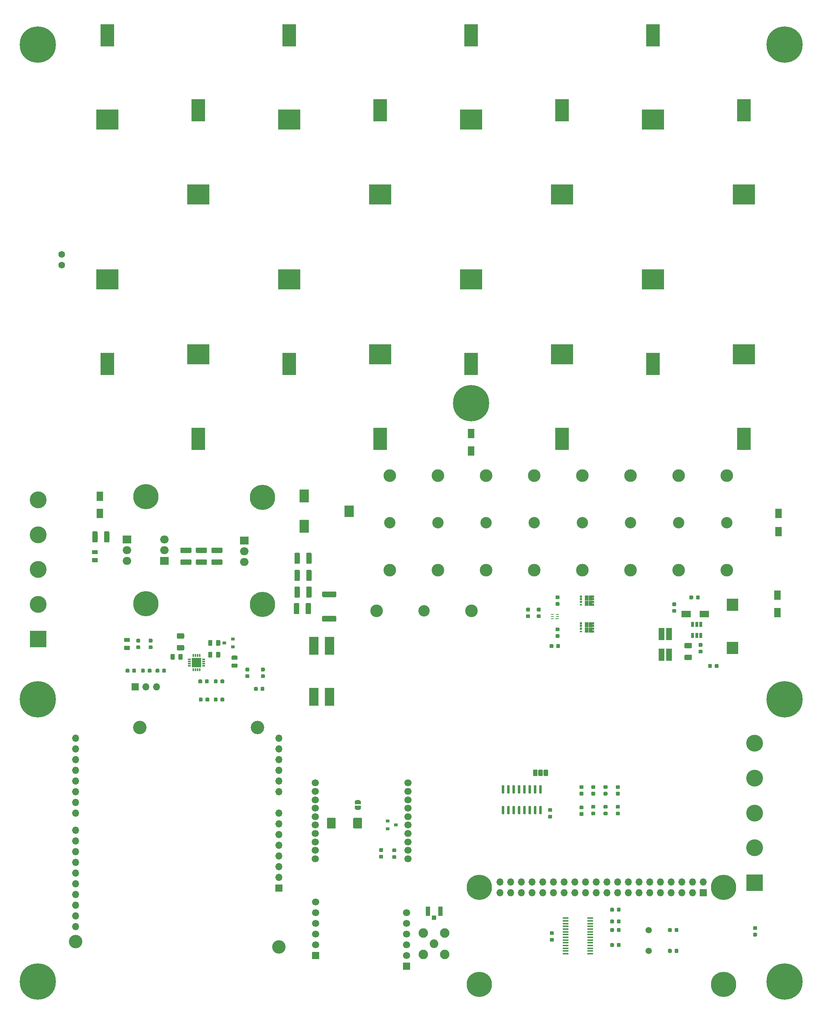
<source format=gbr>
G04 #@! TF.GenerationSoftware,KiCad,Pcbnew,(5.1.5-0-10_14)*
G04 #@! TF.CreationDate,2021-05-01T16:36:58+02:00*
G04 #@! TF.ProjectId,GNSSreferencestationV4,474e5353-7265-4666-9572-656e63657374,rev?*
G04 #@! TF.SameCoordinates,Original*
G04 #@! TF.FileFunction,Soldermask,Top*
G04 #@! TF.FilePolarity,Negative*
%FSLAX46Y46*%
G04 Gerber Fmt 4.6, Leading zero omitted, Abs format (unit mm)*
G04 Created by KiCad (PCBNEW (5.1.5-0-10_14)) date 2021-05-01 16:36:58*
%MOMM*%
%LPD*%
G04 APERTURE LIST*
%ADD10C,0.100000*%
%ADD11R,1.050000X2.200000*%
%ADD12R,1.000000X1.050000*%
%ADD13R,0.900000X0.800000*%
%ADD14C,1.700000*%
%ADD15R,1.700000X1.700000*%
%ADD16C,2.250000*%
%ADD17C,2.050000*%
%ADD18R,3.300000X5.300000*%
%ADD19R,5.300000X4.750000*%
%ADD20C,3.200000*%
%ADD21O,1.700000X1.700000*%
%ADD22R,1.120000X1.500000*%
%ADD23C,4.000000*%
%ADD24R,4.000000X4.000000*%
%ADD25C,6.000000*%
%ADD26R,1.475000X0.450000*%
%ADD27C,1.500000*%
%ADD28C,0.900000*%
%ADD29C,8.600000*%
%ADD30O,2.000000X1.905000*%
%ADD31R,2.000000X1.905000*%
%ADD32R,2.240000X2.240000*%
%ADD33R,0.300000X0.800000*%
%ADD34R,0.800000X0.300000*%
%ADD35C,1.600000*%
%ADD36R,2.300000X4.200000*%
%ADD37R,2.260000X2.770000*%
%ADD38R,2.260000X3.070000*%
%ADD39R,1.550000X2.200000*%
%ADD40R,0.950000X1.230000*%
%ADD41R,0.630000X0.500000*%
%ADD42R,0.630000X0.460000*%
%ADD43R,1.550000X2.300000*%
%ADD44R,0.650000X1.220000*%
%ADD45R,2.790000X2.920000*%
%ADD46R,2.300000X1.550000*%
%ADD47C,2.700000*%
%ADD48C,3.000000*%
%ADD49R,1.400000X3.000000*%
%ADD50R,0.750000X0.280000*%
%ADD51R,0.850000X0.280000*%
G04 APERTURE END LIST*
D10*
G36*
X81609500Y-186603500D02*
G01*
X81609500Y-186103500D01*
X81610102Y-186103500D01*
X81610102Y-186078966D01*
X81614912Y-186030135D01*
X81624484Y-185982010D01*
X81638728Y-185935055D01*
X81657505Y-185889722D01*
X81680636Y-185846449D01*
X81707896Y-185805650D01*
X81739024Y-185767721D01*
X81773721Y-185733024D01*
X81811650Y-185701896D01*
X81852449Y-185674636D01*
X81895722Y-185651505D01*
X81941055Y-185632728D01*
X81988010Y-185618484D01*
X82036135Y-185608912D01*
X82084966Y-185604102D01*
X82109500Y-185604102D01*
X82109500Y-185603500D01*
X82609500Y-185603500D01*
X82609500Y-185604102D01*
X82634034Y-185604102D01*
X82682865Y-185608912D01*
X82730990Y-185618484D01*
X82777945Y-185632728D01*
X82823278Y-185651505D01*
X82866551Y-185674636D01*
X82907350Y-185701896D01*
X82945279Y-185733024D01*
X82979976Y-185767721D01*
X83011104Y-185805650D01*
X83038364Y-185846449D01*
X83061495Y-185889722D01*
X83080272Y-185935055D01*
X83094516Y-185982010D01*
X83104088Y-186030135D01*
X83108898Y-186078966D01*
X83108898Y-186103500D01*
X83109500Y-186103500D01*
X83109500Y-186603500D01*
X81609500Y-186603500D01*
G37*
G36*
X83108898Y-187403500D02*
G01*
X83108898Y-187428034D01*
X83104088Y-187476865D01*
X83094516Y-187524990D01*
X83080272Y-187571945D01*
X83061495Y-187617278D01*
X83038364Y-187660551D01*
X83011104Y-187701350D01*
X82979976Y-187739279D01*
X82945279Y-187773976D01*
X82907350Y-187805104D01*
X82866551Y-187832364D01*
X82823278Y-187855495D01*
X82777945Y-187874272D01*
X82730990Y-187888516D01*
X82682865Y-187898088D01*
X82634034Y-187902898D01*
X82609500Y-187902898D01*
X82609500Y-187903500D01*
X82109500Y-187903500D01*
X82109500Y-187902898D01*
X82084966Y-187902898D01*
X82036135Y-187898088D01*
X81988010Y-187888516D01*
X81941055Y-187874272D01*
X81895722Y-187855495D01*
X81852449Y-187832364D01*
X81811650Y-187805104D01*
X81773721Y-187773976D01*
X81739024Y-187739279D01*
X81707896Y-187701350D01*
X81680636Y-187660551D01*
X81657505Y-187617278D01*
X81638728Y-187571945D01*
X81624484Y-187524990D01*
X81614912Y-187476865D01*
X81610102Y-187428034D01*
X81610102Y-187403500D01*
X81609500Y-187403500D01*
X81609500Y-186903500D01*
X83109500Y-186903500D01*
X83109500Y-187403500D01*
X83108898Y-187403500D01*
G37*
D11*
X98982000Y-211996000D03*
D12*
X100457000Y-213521000D03*
D11*
X101932000Y-211996000D03*
D13*
X91424000Y-191516000D03*
X89424000Y-192466000D03*
X89424000Y-190566000D03*
D14*
X72250500Y-185527500D03*
X72250500Y-187527500D03*
X72250500Y-189527500D03*
X72250500Y-191527500D03*
X72250500Y-193527500D03*
X72250500Y-195527500D03*
X72250500Y-197527500D03*
X72250500Y-199527500D03*
X72250500Y-181527500D03*
X72250500Y-183527500D03*
X94250500Y-199527500D03*
X94250500Y-197527500D03*
X94250500Y-195527500D03*
X94250500Y-193527500D03*
X94250500Y-191527500D03*
X94250500Y-189527500D03*
X94250500Y-187527500D03*
X94250500Y-185527500D03*
X94250500Y-183527500D03*
X94250500Y-181527500D03*
D15*
X72326000Y-222440500D03*
D14*
X72326000Y-219900500D03*
X72326000Y-217360500D03*
X72326000Y-214820500D03*
X72326000Y-212280500D03*
X72326000Y-209740500D03*
D15*
X93917000Y-224980500D03*
D14*
X93917000Y-222440500D03*
X93917000Y-219900500D03*
X93917000Y-217360500D03*
X93917000Y-214820500D03*
X93917000Y-212280500D03*
D16*
X97917000Y-222250000D03*
X97917000Y-217170000D03*
X102997000Y-217170000D03*
X102997000Y-222250000D03*
D17*
X100457000Y-219710000D03*
D10*
G36*
X88161691Y-198598053D02*
G01*
X88182926Y-198601203D01*
X88203750Y-198606419D01*
X88223962Y-198613651D01*
X88243368Y-198622830D01*
X88261781Y-198633866D01*
X88279024Y-198646654D01*
X88294930Y-198661070D01*
X88309346Y-198676976D01*
X88322134Y-198694219D01*
X88333170Y-198712632D01*
X88342349Y-198732038D01*
X88349581Y-198752250D01*
X88354797Y-198773074D01*
X88357947Y-198794309D01*
X88359000Y-198815750D01*
X88359000Y-199253250D01*
X88357947Y-199274691D01*
X88354797Y-199295926D01*
X88349581Y-199316750D01*
X88342349Y-199336962D01*
X88333170Y-199356368D01*
X88322134Y-199374781D01*
X88309346Y-199392024D01*
X88294930Y-199407930D01*
X88279024Y-199422346D01*
X88261781Y-199435134D01*
X88243368Y-199446170D01*
X88223962Y-199455349D01*
X88203750Y-199462581D01*
X88182926Y-199467797D01*
X88161691Y-199470947D01*
X88140250Y-199472000D01*
X87627750Y-199472000D01*
X87606309Y-199470947D01*
X87585074Y-199467797D01*
X87564250Y-199462581D01*
X87544038Y-199455349D01*
X87524632Y-199446170D01*
X87506219Y-199435134D01*
X87488976Y-199422346D01*
X87473070Y-199407930D01*
X87458654Y-199392024D01*
X87445866Y-199374781D01*
X87434830Y-199356368D01*
X87425651Y-199336962D01*
X87418419Y-199316750D01*
X87413203Y-199295926D01*
X87410053Y-199274691D01*
X87409000Y-199253250D01*
X87409000Y-198815750D01*
X87410053Y-198794309D01*
X87413203Y-198773074D01*
X87418419Y-198752250D01*
X87425651Y-198732038D01*
X87434830Y-198712632D01*
X87445866Y-198694219D01*
X87458654Y-198676976D01*
X87473070Y-198661070D01*
X87488976Y-198646654D01*
X87506219Y-198633866D01*
X87524632Y-198622830D01*
X87544038Y-198613651D01*
X87564250Y-198606419D01*
X87585074Y-198601203D01*
X87606309Y-198598053D01*
X87627750Y-198597000D01*
X88140250Y-198597000D01*
X88161691Y-198598053D01*
G37*
G36*
X88161691Y-197023053D02*
G01*
X88182926Y-197026203D01*
X88203750Y-197031419D01*
X88223962Y-197038651D01*
X88243368Y-197047830D01*
X88261781Y-197058866D01*
X88279024Y-197071654D01*
X88294930Y-197086070D01*
X88309346Y-197101976D01*
X88322134Y-197119219D01*
X88333170Y-197137632D01*
X88342349Y-197157038D01*
X88349581Y-197177250D01*
X88354797Y-197198074D01*
X88357947Y-197219309D01*
X88359000Y-197240750D01*
X88359000Y-197678250D01*
X88357947Y-197699691D01*
X88354797Y-197720926D01*
X88349581Y-197741750D01*
X88342349Y-197761962D01*
X88333170Y-197781368D01*
X88322134Y-197799781D01*
X88309346Y-197817024D01*
X88294930Y-197832930D01*
X88279024Y-197847346D01*
X88261781Y-197860134D01*
X88243368Y-197871170D01*
X88223962Y-197880349D01*
X88203750Y-197887581D01*
X88182926Y-197892797D01*
X88161691Y-197895947D01*
X88140250Y-197897000D01*
X87627750Y-197897000D01*
X87606309Y-197895947D01*
X87585074Y-197892797D01*
X87564250Y-197887581D01*
X87544038Y-197880349D01*
X87524632Y-197871170D01*
X87506219Y-197860134D01*
X87488976Y-197847346D01*
X87473070Y-197832930D01*
X87458654Y-197817024D01*
X87445866Y-197799781D01*
X87434830Y-197781368D01*
X87425651Y-197761962D01*
X87418419Y-197741750D01*
X87413203Y-197720926D01*
X87410053Y-197699691D01*
X87409000Y-197678250D01*
X87409000Y-197240750D01*
X87410053Y-197219309D01*
X87413203Y-197198074D01*
X87418419Y-197177250D01*
X87425651Y-197157038D01*
X87434830Y-197137632D01*
X87445866Y-197119219D01*
X87458654Y-197101976D01*
X87473070Y-197086070D01*
X87488976Y-197071654D01*
X87506219Y-197058866D01*
X87524632Y-197047830D01*
X87544038Y-197038651D01*
X87564250Y-197031419D01*
X87585074Y-197026203D01*
X87606309Y-197023053D01*
X87627750Y-197022000D01*
X88140250Y-197022000D01*
X88161691Y-197023053D01*
G37*
G36*
X91273191Y-198661553D02*
G01*
X91294426Y-198664703D01*
X91315250Y-198669919D01*
X91335462Y-198677151D01*
X91354868Y-198686330D01*
X91373281Y-198697366D01*
X91390524Y-198710154D01*
X91406430Y-198724570D01*
X91420846Y-198740476D01*
X91433634Y-198757719D01*
X91444670Y-198776132D01*
X91453849Y-198795538D01*
X91461081Y-198815750D01*
X91466297Y-198836574D01*
X91469447Y-198857809D01*
X91470500Y-198879250D01*
X91470500Y-199316750D01*
X91469447Y-199338191D01*
X91466297Y-199359426D01*
X91461081Y-199380250D01*
X91453849Y-199400462D01*
X91444670Y-199419868D01*
X91433634Y-199438281D01*
X91420846Y-199455524D01*
X91406430Y-199471430D01*
X91390524Y-199485846D01*
X91373281Y-199498634D01*
X91354868Y-199509670D01*
X91335462Y-199518849D01*
X91315250Y-199526081D01*
X91294426Y-199531297D01*
X91273191Y-199534447D01*
X91251750Y-199535500D01*
X90739250Y-199535500D01*
X90717809Y-199534447D01*
X90696574Y-199531297D01*
X90675750Y-199526081D01*
X90655538Y-199518849D01*
X90636132Y-199509670D01*
X90617719Y-199498634D01*
X90600476Y-199485846D01*
X90584570Y-199471430D01*
X90570154Y-199455524D01*
X90557366Y-199438281D01*
X90546330Y-199419868D01*
X90537151Y-199400462D01*
X90529919Y-199380250D01*
X90524703Y-199359426D01*
X90521553Y-199338191D01*
X90520500Y-199316750D01*
X90520500Y-198879250D01*
X90521553Y-198857809D01*
X90524703Y-198836574D01*
X90529919Y-198815750D01*
X90537151Y-198795538D01*
X90546330Y-198776132D01*
X90557366Y-198757719D01*
X90570154Y-198740476D01*
X90584570Y-198724570D01*
X90600476Y-198710154D01*
X90617719Y-198697366D01*
X90636132Y-198686330D01*
X90655538Y-198677151D01*
X90675750Y-198669919D01*
X90696574Y-198664703D01*
X90717809Y-198661553D01*
X90739250Y-198660500D01*
X91251750Y-198660500D01*
X91273191Y-198661553D01*
G37*
G36*
X91273191Y-197086553D02*
G01*
X91294426Y-197089703D01*
X91315250Y-197094919D01*
X91335462Y-197102151D01*
X91354868Y-197111330D01*
X91373281Y-197122366D01*
X91390524Y-197135154D01*
X91406430Y-197149570D01*
X91420846Y-197165476D01*
X91433634Y-197182719D01*
X91444670Y-197201132D01*
X91453849Y-197220538D01*
X91461081Y-197240750D01*
X91466297Y-197261574D01*
X91469447Y-197282809D01*
X91470500Y-197304250D01*
X91470500Y-197741750D01*
X91469447Y-197763191D01*
X91466297Y-197784426D01*
X91461081Y-197805250D01*
X91453849Y-197825462D01*
X91444670Y-197844868D01*
X91433634Y-197863281D01*
X91420846Y-197880524D01*
X91406430Y-197896430D01*
X91390524Y-197910846D01*
X91373281Y-197923634D01*
X91354868Y-197934670D01*
X91335462Y-197943849D01*
X91315250Y-197951081D01*
X91294426Y-197956297D01*
X91273191Y-197959447D01*
X91251750Y-197960500D01*
X90739250Y-197960500D01*
X90717809Y-197959447D01*
X90696574Y-197956297D01*
X90675750Y-197951081D01*
X90655538Y-197943849D01*
X90636132Y-197934670D01*
X90617719Y-197923634D01*
X90600476Y-197910846D01*
X90584570Y-197896430D01*
X90570154Y-197880524D01*
X90557366Y-197863281D01*
X90546330Y-197844868D01*
X90537151Y-197825462D01*
X90529919Y-197805250D01*
X90524703Y-197784426D01*
X90521553Y-197763191D01*
X90520500Y-197741750D01*
X90520500Y-197304250D01*
X90521553Y-197282809D01*
X90524703Y-197261574D01*
X90529919Y-197240750D01*
X90537151Y-197220538D01*
X90546330Y-197201132D01*
X90557366Y-197182719D01*
X90570154Y-197165476D01*
X90584570Y-197149570D01*
X90600476Y-197135154D01*
X90617719Y-197122366D01*
X90636132Y-197111330D01*
X90655538Y-197102151D01*
X90675750Y-197094919D01*
X90696574Y-197089703D01*
X90717809Y-197086553D01*
X90739250Y-197085500D01*
X91251750Y-197085500D01*
X91273191Y-197086553D01*
G37*
G36*
X76884004Y-189797704D02*
G01*
X76908273Y-189801304D01*
X76932071Y-189807265D01*
X76955171Y-189815530D01*
X76977349Y-189826020D01*
X76998393Y-189838633D01*
X77018098Y-189853247D01*
X77036277Y-189869723D01*
X77052753Y-189887902D01*
X77067367Y-189907607D01*
X77079980Y-189928651D01*
X77090470Y-189950829D01*
X77098735Y-189973929D01*
X77104696Y-189997727D01*
X77108296Y-190021996D01*
X77109500Y-190046500D01*
X77109500Y-192096500D01*
X77108296Y-192121004D01*
X77104696Y-192145273D01*
X77098735Y-192169071D01*
X77090470Y-192192171D01*
X77079980Y-192214349D01*
X77067367Y-192235393D01*
X77052753Y-192255098D01*
X77036277Y-192273277D01*
X77018098Y-192289753D01*
X76998393Y-192304367D01*
X76977349Y-192316980D01*
X76955171Y-192327470D01*
X76932071Y-192335735D01*
X76908273Y-192341696D01*
X76884004Y-192345296D01*
X76859500Y-192346500D01*
X75284500Y-192346500D01*
X75259996Y-192345296D01*
X75235727Y-192341696D01*
X75211929Y-192335735D01*
X75188829Y-192327470D01*
X75166651Y-192316980D01*
X75145607Y-192304367D01*
X75125902Y-192289753D01*
X75107723Y-192273277D01*
X75091247Y-192255098D01*
X75076633Y-192235393D01*
X75064020Y-192214349D01*
X75053530Y-192192171D01*
X75045265Y-192169071D01*
X75039304Y-192145273D01*
X75035704Y-192121004D01*
X75034500Y-192096500D01*
X75034500Y-190046500D01*
X75035704Y-190021996D01*
X75039304Y-189997727D01*
X75045265Y-189973929D01*
X75053530Y-189950829D01*
X75064020Y-189928651D01*
X75076633Y-189907607D01*
X75091247Y-189887902D01*
X75107723Y-189869723D01*
X75125902Y-189853247D01*
X75145607Y-189838633D01*
X75166651Y-189826020D01*
X75188829Y-189815530D01*
X75211929Y-189807265D01*
X75235727Y-189801304D01*
X75259996Y-189797704D01*
X75284500Y-189796500D01*
X76859500Y-189796500D01*
X76884004Y-189797704D01*
G37*
G36*
X83109004Y-189797704D02*
G01*
X83133273Y-189801304D01*
X83157071Y-189807265D01*
X83180171Y-189815530D01*
X83202349Y-189826020D01*
X83223393Y-189838633D01*
X83243098Y-189853247D01*
X83261277Y-189869723D01*
X83277753Y-189887902D01*
X83292367Y-189907607D01*
X83304980Y-189928651D01*
X83315470Y-189950829D01*
X83323735Y-189973929D01*
X83329696Y-189997727D01*
X83333296Y-190021996D01*
X83334500Y-190046500D01*
X83334500Y-192096500D01*
X83333296Y-192121004D01*
X83329696Y-192145273D01*
X83323735Y-192169071D01*
X83315470Y-192192171D01*
X83304980Y-192214349D01*
X83292367Y-192235393D01*
X83277753Y-192255098D01*
X83261277Y-192273277D01*
X83243098Y-192289753D01*
X83223393Y-192304367D01*
X83202349Y-192316980D01*
X83180171Y-192327470D01*
X83157071Y-192335735D01*
X83133273Y-192341696D01*
X83109004Y-192345296D01*
X83084500Y-192346500D01*
X81509500Y-192346500D01*
X81484996Y-192345296D01*
X81460727Y-192341696D01*
X81436929Y-192335735D01*
X81413829Y-192327470D01*
X81391651Y-192316980D01*
X81370607Y-192304367D01*
X81350902Y-192289753D01*
X81332723Y-192273277D01*
X81316247Y-192255098D01*
X81301633Y-192235393D01*
X81289020Y-192214349D01*
X81278530Y-192192171D01*
X81270265Y-192169071D01*
X81264304Y-192145273D01*
X81260704Y-192121004D01*
X81259500Y-192096500D01*
X81259500Y-190046500D01*
X81260704Y-190021996D01*
X81264304Y-189997727D01*
X81270265Y-189973929D01*
X81278530Y-189950829D01*
X81289020Y-189928651D01*
X81301633Y-189907607D01*
X81316247Y-189887902D01*
X81332723Y-189869723D01*
X81350902Y-189853247D01*
X81370607Y-189838633D01*
X81391651Y-189826020D01*
X81413829Y-189815530D01*
X81436929Y-189807265D01*
X81460727Y-189801304D01*
X81484996Y-189797704D01*
X81509500Y-189796500D01*
X83084500Y-189796500D01*
X83109004Y-189797704D01*
G37*
D18*
X152400000Y-82077500D03*
D19*
X152400000Y-62077500D03*
X152400000Y-24127500D03*
D18*
X152400000Y-4127500D03*
X109220000Y-82077500D03*
D19*
X109220000Y-62077500D03*
X109220000Y-24127500D03*
D18*
X109220000Y-4127500D03*
X66040000Y-82077500D03*
D19*
X66040000Y-62077500D03*
X66040000Y-24127500D03*
D18*
X66040000Y-4127500D03*
X22860000Y-82077500D03*
D19*
X22860000Y-62077500D03*
X22860000Y-24127500D03*
D18*
X22860000Y-4127500D03*
X130810000Y-99857500D03*
D19*
X130810000Y-79857500D03*
X130810000Y-41907500D03*
D18*
X130810000Y-21907500D03*
X173990000Y-99857500D03*
D19*
X173990000Y-79857500D03*
X173990000Y-41907500D03*
D18*
X173990000Y-21907500D03*
X87630000Y-99857500D03*
D19*
X87630000Y-79857500D03*
X87630000Y-41907500D03*
D18*
X87630000Y-21907500D03*
X44450000Y-99857500D03*
D19*
X44450000Y-79857500D03*
X44450000Y-41907500D03*
D18*
X44450000Y-21907500D03*
D20*
X58547000Y-168363000D03*
X30607000Y-168363000D03*
X15367000Y-219163000D03*
X63627000Y-220433000D03*
D21*
X15367000Y-173443000D03*
X15367000Y-170903000D03*
X15367000Y-210523000D03*
X63627000Y-170903000D03*
X15367000Y-207983000D03*
X63627000Y-173443000D03*
X15367000Y-205443000D03*
X63627000Y-175983000D03*
X15367000Y-202903000D03*
X63627000Y-178523000D03*
X15367000Y-200363000D03*
X63627000Y-181063000D03*
X15367000Y-197823000D03*
X63627000Y-183603000D03*
X15367000Y-195283000D03*
X63627000Y-188683000D03*
X15367000Y-192743000D03*
X63627000Y-191223000D03*
X15367000Y-188683000D03*
X63627000Y-193763000D03*
X15367000Y-186143000D03*
X63627000Y-196303000D03*
X15367000Y-183603000D03*
X63627000Y-198843000D03*
X15367000Y-181063000D03*
X63627000Y-201383000D03*
X15367000Y-178523000D03*
X63627000Y-203923000D03*
X15367000Y-175983000D03*
D15*
X63627000Y-206463000D03*
D21*
X15367000Y-213063000D03*
X15367000Y-215603000D03*
D22*
X124460000Y-179133500D03*
D10*
G36*
X127307445Y-178384848D02*
G01*
X127334625Y-178388880D01*
X127361280Y-178395557D01*
X127387151Y-178404814D01*
X127411991Y-178416562D01*
X127435560Y-178430689D01*
X127457630Y-178447057D01*
X127477990Y-178465510D01*
X127496443Y-178485870D01*
X127512811Y-178507940D01*
X127526938Y-178531509D01*
X127538686Y-178556349D01*
X127547943Y-178582220D01*
X127554620Y-178608875D01*
X127558652Y-178636055D01*
X127560000Y-178663500D01*
X127560000Y-179603500D01*
X127558652Y-179630945D01*
X127554620Y-179658125D01*
X127547943Y-179684780D01*
X127538686Y-179710651D01*
X127526938Y-179735491D01*
X127512811Y-179759060D01*
X127496443Y-179781130D01*
X127477990Y-179801490D01*
X127457630Y-179819943D01*
X127435560Y-179836311D01*
X127411991Y-179850438D01*
X127387151Y-179862186D01*
X127361280Y-179871443D01*
X127334625Y-179878120D01*
X127307445Y-179882152D01*
X127280000Y-179883500D01*
X126720000Y-179883500D01*
X126692555Y-179882152D01*
X126665375Y-179878120D01*
X126638720Y-179871443D01*
X126612849Y-179862186D01*
X126588009Y-179850438D01*
X126564440Y-179836311D01*
X126542370Y-179819943D01*
X126522010Y-179801490D01*
X126503557Y-179781130D01*
X126487189Y-179759060D01*
X126473062Y-179735491D01*
X126461314Y-179710651D01*
X126452057Y-179684780D01*
X126445380Y-179658125D01*
X126441348Y-179630945D01*
X126440000Y-179603500D01*
X126440000Y-178663500D01*
X126441348Y-178636055D01*
X126445380Y-178608875D01*
X126452057Y-178582220D01*
X126461314Y-178556349D01*
X126473062Y-178531509D01*
X126487189Y-178507940D01*
X126503557Y-178485870D01*
X126522010Y-178465510D01*
X126542370Y-178447057D01*
X126564440Y-178430689D01*
X126588009Y-178416562D01*
X126612849Y-178404814D01*
X126638720Y-178395557D01*
X126665375Y-178388880D01*
X126692555Y-178384848D01*
X126720000Y-178383500D01*
X127280000Y-178383500D01*
X127307445Y-178384848D01*
G37*
G36*
X126037445Y-178384848D02*
G01*
X126064625Y-178388880D01*
X126091280Y-178395557D01*
X126117151Y-178404814D01*
X126141991Y-178416562D01*
X126165560Y-178430689D01*
X126187630Y-178447057D01*
X126207990Y-178465510D01*
X126226443Y-178485870D01*
X126242811Y-178507940D01*
X126256938Y-178531509D01*
X126268686Y-178556349D01*
X126277943Y-178582220D01*
X126284620Y-178608875D01*
X126288652Y-178636055D01*
X126290000Y-178663500D01*
X126290000Y-179603500D01*
X126288652Y-179630945D01*
X126284620Y-179658125D01*
X126277943Y-179684780D01*
X126268686Y-179710651D01*
X126256938Y-179735491D01*
X126242811Y-179759060D01*
X126226443Y-179781130D01*
X126207990Y-179801490D01*
X126187630Y-179819943D01*
X126165560Y-179836311D01*
X126141991Y-179850438D01*
X126117151Y-179862186D01*
X126091280Y-179871443D01*
X126064625Y-179878120D01*
X126037445Y-179882152D01*
X126010000Y-179883500D01*
X125450000Y-179883500D01*
X125422555Y-179882152D01*
X125395375Y-179878120D01*
X125368720Y-179871443D01*
X125342849Y-179862186D01*
X125318009Y-179850438D01*
X125294440Y-179836311D01*
X125272370Y-179819943D01*
X125252010Y-179801490D01*
X125233557Y-179781130D01*
X125217189Y-179759060D01*
X125203062Y-179735491D01*
X125191314Y-179710651D01*
X125182057Y-179684780D01*
X125175380Y-179658125D01*
X125171348Y-179630945D01*
X125170000Y-179603500D01*
X125170000Y-178663500D01*
X125171348Y-178636055D01*
X125175380Y-178608875D01*
X125182057Y-178582220D01*
X125191314Y-178556349D01*
X125203062Y-178531509D01*
X125217189Y-178507940D01*
X125233557Y-178485870D01*
X125252010Y-178465510D01*
X125272370Y-178447057D01*
X125294440Y-178430689D01*
X125318009Y-178416562D01*
X125342849Y-178404814D01*
X125368720Y-178395557D01*
X125395375Y-178388880D01*
X125422555Y-178384848D01*
X125450000Y-178383500D01*
X126010000Y-178383500D01*
X126037445Y-178384848D01*
G37*
D23*
X176593500Y-172138500D03*
X176593500Y-180398500D03*
X176593500Y-188658500D03*
X176593500Y-196918500D03*
D24*
X176593500Y-205178500D03*
D23*
X6477000Y-114378000D03*
X6477000Y-122638000D03*
X6477000Y-130898000D03*
X6477000Y-139158000D03*
D24*
X6477000Y-147418000D03*
D25*
X111208000Y-206336000D03*
X169208000Y-229336000D03*
X111208000Y-229336000D03*
X169208000Y-206336000D03*
D21*
X116078000Y-205066000D03*
X116078000Y-207606000D03*
X133858000Y-205066000D03*
X133858000Y-207606000D03*
X138938000Y-205066000D03*
X138938000Y-207606000D03*
X128778000Y-205066000D03*
X128778000Y-207606000D03*
X156718000Y-205066000D03*
X156718000Y-207606000D03*
X126238000Y-205066000D03*
X126238000Y-207606000D03*
X144018000Y-205066000D03*
X144018000Y-207606000D03*
X121158000Y-205066000D03*
X121158000Y-207606000D03*
X123698000Y-205066000D03*
X123698000Y-207606000D03*
X118618000Y-205066000D03*
X118618000Y-207606000D03*
X141478000Y-205066000D03*
X141478000Y-207606000D03*
X154178000Y-205066000D03*
X154178000Y-207606000D03*
X149098000Y-205066000D03*
X149098000Y-207606000D03*
X131318000Y-205066000D03*
X131318000Y-207606000D03*
X151638000Y-205066000D03*
X151638000Y-207606000D03*
X136398000Y-205066000D03*
X136398000Y-207606000D03*
D15*
X164338000Y-207606000D03*
D21*
X164338000Y-205066000D03*
X159258000Y-207606000D03*
X161798000Y-205066000D03*
X146558000Y-205066000D03*
X146558000Y-207606000D03*
X161798000Y-207606000D03*
X159258000Y-205066000D03*
D26*
X131682000Y-222054500D03*
X131682000Y-221404500D03*
X131682000Y-220754500D03*
X131682000Y-220104500D03*
X131682000Y-219454500D03*
X131682000Y-218804500D03*
X131682000Y-218154500D03*
X131682000Y-217504500D03*
X131682000Y-216854500D03*
X131682000Y-216204500D03*
X131682000Y-215554500D03*
X131682000Y-214904500D03*
X131682000Y-214254500D03*
X131682000Y-213604500D03*
X137558000Y-213604500D03*
X137558000Y-214254500D03*
X137558000Y-214904500D03*
X137558000Y-215554500D03*
X137558000Y-216204500D03*
X137558000Y-216854500D03*
X137558000Y-217504500D03*
X137558000Y-218154500D03*
X137558000Y-218804500D03*
X137558000Y-219454500D03*
X137558000Y-220104500D03*
X137558000Y-220754500D03*
X137558000Y-221404500D03*
X137558000Y-222054500D03*
D27*
X151384000Y-216505500D03*
X151384000Y-221385500D03*
D10*
G36*
X125894703Y-187008722D02*
G01*
X125909264Y-187010882D01*
X125923543Y-187014459D01*
X125937403Y-187019418D01*
X125950710Y-187025712D01*
X125963336Y-187033280D01*
X125975159Y-187042048D01*
X125986066Y-187051934D01*
X125995952Y-187062841D01*
X126004720Y-187074664D01*
X126012288Y-187087290D01*
X126018582Y-187100597D01*
X126023541Y-187114457D01*
X126027118Y-187128736D01*
X126029278Y-187143297D01*
X126030000Y-187158000D01*
X126030000Y-188808000D01*
X126029278Y-188822703D01*
X126027118Y-188837264D01*
X126023541Y-188851543D01*
X126018582Y-188865403D01*
X126012288Y-188878710D01*
X126004720Y-188891336D01*
X125995952Y-188903159D01*
X125986066Y-188914066D01*
X125975159Y-188923952D01*
X125963336Y-188932720D01*
X125950710Y-188940288D01*
X125937403Y-188946582D01*
X125923543Y-188951541D01*
X125909264Y-188955118D01*
X125894703Y-188957278D01*
X125880000Y-188958000D01*
X125580000Y-188958000D01*
X125565297Y-188957278D01*
X125550736Y-188955118D01*
X125536457Y-188951541D01*
X125522597Y-188946582D01*
X125509290Y-188940288D01*
X125496664Y-188932720D01*
X125484841Y-188923952D01*
X125473934Y-188914066D01*
X125464048Y-188903159D01*
X125455280Y-188891336D01*
X125447712Y-188878710D01*
X125441418Y-188865403D01*
X125436459Y-188851543D01*
X125432882Y-188837264D01*
X125430722Y-188822703D01*
X125430000Y-188808000D01*
X125430000Y-187158000D01*
X125430722Y-187143297D01*
X125432882Y-187128736D01*
X125436459Y-187114457D01*
X125441418Y-187100597D01*
X125447712Y-187087290D01*
X125455280Y-187074664D01*
X125464048Y-187062841D01*
X125473934Y-187051934D01*
X125484841Y-187042048D01*
X125496664Y-187033280D01*
X125509290Y-187025712D01*
X125522597Y-187019418D01*
X125536457Y-187014459D01*
X125550736Y-187010882D01*
X125565297Y-187008722D01*
X125580000Y-187008000D01*
X125880000Y-187008000D01*
X125894703Y-187008722D01*
G37*
G36*
X124624703Y-187008722D02*
G01*
X124639264Y-187010882D01*
X124653543Y-187014459D01*
X124667403Y-187019418D01*
X124680710Y-187025712D01*
X124693336Y-187033280D01*
X124705159Y-187042048D01*
X124716066Y-187051934D01*
X124725952Y-187062841D01*
X124734720Y-187074664D01*
X124742288Y-187087290D01*
X124748582Y-187100597D01*
X124753541Y-187114457D01*
X124757118Y-187128736D01*
X124759278Y-187143297D01*
X124760000Y-187158000D01*
X124760000Y-188808000D01*
X124759278Y-188822703D01*
X124757118Y-188837264D01*
X124753541Y-188851543D01*
X124748582Y-188865403D01*
X124742288Y-188878710D01*
X124734720Y-188891336D01*
X124725952Y-188903159D01*
X124716066Y-188914066D01*
X124705159Y-188923952D01*
X124693336Y-188932720D01*
X124680710Y-188940288D01*
X124667403Y-188946582D01*
X124653543Y-188951541D01*
X124639264Y-188955118D01*
X124624703Y-188957278D01*
X124610000Y-188958000D01*
X124310000Y-188958000D01*
X124295297Y-188957278D01*
X124280736Y-188955118D01*
X124266457Y-188951541D01*
X124252597Y-188946582D01*
X124239290Y-188940288D01*
X124226664Y-188932720D01*
X124214841Y-188923952D01*
X124203934Y-188914066D01*
X124194048Y-188903159D01*
X124185280Y-188891336D01*
X124177712Y-188878710D01*
X124171418Y-188865403D01*
X124166459Y-188851543D01*
X124162882Y-188837264D01*
X124160722Y-188822703D01*
X124160000Y-188808000D01*
X124160000Y-187158000D01*
X124160722Y-187143297D01*
X124162882Y-187128736D01*
X124166459Y-187114457D01*
X124171418Y-187100597D01*
X124177712Y-187087290D01*
X124185280Y-187074664D01*
X124194048Y-187062841D01*
X124203934Y-187051934D01*
X124214841Y-187042048D01*
X124226664Y-187033280D01*
X124239290Y-187025712D01*
X124252597Y-187019418D01*
X124266457Y-187014459D01*
X124280736Y-187010882D01*
X124295297Y-187008722D01*
X124310000Y-187008000D01*
X124610000Y-187008000D01*
X124624703Y-187008722D01*
G37*
G36*
X123354703Y-187008722D02*
G01*
X123369264Y-187010882D01*
X123383543Y-187014459D01*
X123397403Y-187019418D01*
X123410710Y-187025712D01*
X123423336Y-187033280D01*
X123435159Y-187042048D01*
X123446066Y-187051934D01*
X123455952Y-187062841D01*
X123464720Y-187074664D01*
X123472288Y-187087290D01*
X123478582Y-187100597D01*
X123483541Y-187114457D01*
X123487118Y-187128736D01*
X123489278Y-187143297D01*
X123490000Y-187158000D01*
X123490000Y-188808000D01*
X123489278Y-188822703D01*
X123487118Y-188837264D01*
X123483541Y-188851543D01*
X123478582Y-188865403D01*
X123472288Y-188878710D01*
X123464720Y-188891336D01*
X123455952Y-188903159D01*
X123446066Y-188914066D01*
X123435159Y-188923952D01*
X123423336Y-188932720D01*
X123410710Y-188940288D01*
X123397403Y-188946582D01*
X123383543Y-188951541D01*
X123369264Y-188955118D01*
X123354703Y-188957278D01*
X123340000Y-188958000D01*
X123040000Y-188958000D01*
X123025297Y-188957278D01*
X123010736Y-188955118D01*
X122996457Y-188951541D01*
X122982597Y-188946582D01*
X122969290Y-188940288D01*
X122956664Y-188932720D01*
X122944841Y-188923952D01*
X122933934Y-188914066D01*
X122924048Y-188903159D01*
X122915280Y-188891336D01*
X122907712Y-188878710D01*
X122901418Y-188865403D01*
X122896459Y-188851543D01*
X122892882Y-188837264D01*
X122890722Y-188822703D01*
X122890000Y-188808000D01*
X122890000Y-187158000D01*
X122890722Y-187143297D01*
X122892882Y-187128736D01*
X122896459Y-187114457D01*
X122901418Y-187100597D01*
X122907712Y-187087290D01*
X122915280Y-187074664D01*
X122924048Y-187062841D01*
X122933934Y-187051934D01*
X122944841Y-187042048D01*
X122956664Y-187033280D01*
X122969290Y-187025712D01*
X122982597Y-187019418D01*
X122996457Y-187014459D01*
X123010736Y-187010882D01*
X123025297Y-187008722D01*
X123040000Y-187008000D01*
X123340000Y-187008000D01*
X123354703Y-187008722D01*
G37*
G36*
X122084703Y-187008722D02*
G01*
X122099264Y-187010882D01*
X122113543Y-187014459D01*
X122127403Y-187019418D01*
X122140710Y-187025712D01*
X122153336Y-187033280D01*
X122165159Y-187042048D01*
X122176066Y-187051934D01*
X122185952Y-187062841D01*
X122194720Y-187074664D01*
X122202288Y-187087290D01*
X122208582Y-187100597D01*
X122213541Y-187114457D01*
X122217118Y-187128736D01*
X122219278Y-187143297D01*
X122220000Y-187158000D01*
X122220000Y-188808000D01*
X122219278Y-188822703D01*
X122217118Y-188837264D01*
X122213541Y-188851543D01*
X122208582Y-188865403D01*
X122202288Y-188878710D01*
X122194720Y-188891336D01*
X122185952Y-188903159D01*
X122176066Y-188914066D01*
X122165159Y-188923952D01*
X122153336Y-188932720D01*
X122140710Y-188940288D01*
X122127403Y-188946582D01*
X122113543Y-188951541D01*
X122099264Y-188955118D01*
X122084703Y-188957278D01*
X122070000Y-188958000D01*
X121770000Y-188958000D01*
X121755297Y-188957278D01*
X121740736Y-188955118D01*
X121726457Y-188951541D01*
X121712597Y-188946582D01*
X121699290Y-188940288D01*
X121686664Y-188932720D01*
X121674841Y-188923952D01*
X121663934Y-188914066D01*
X121654048Y-188903159D01*
X121645280Y-188891336D01*
X121637712Y-188878710D01*
X121631418Y-188865403D01*
X121626459Y-188851543D01*
X121622882Y-188837264D01*
X121620722Y-188822703D01*
X121620000Y-188808000D01*
X121620000Y-187158000D01*
X121620722Y-187143297D01*
X121622882Y-187128736D01*
X121626459Y-187114457D01*
X121631418Y-187100597D01*
X121637712Y-187087290D01*
X121645280Y-187074664D01*
X121654048Y-187062841D01*
X121663934Y-187051934D01*
X121674841Y-187042048D01*
X121686664Y-187033280D01*
X121699290Y-187025712D01*
X121712597Y-187019418D01*
X121726457Y-187014459D01*
X121740736Y-187010882D01*
X121755297Y-187008722D01*
X121770000Y-187008000D01*
X122070000Y-187008000D01*
X122084703Y-187008722D01*
G37*
G36*
X120814703Y-187008722D02*
G01*
X120829264Y-187010882D01*
X120843543Y-187014459D01*
X120857403Y-187019418D01*
X120870710Y-187025712D01*
X120883336Y-187033280D01*
X120895159Y-187042048D01*
X120906066Y-187051934D01*
X120915952Y-187062841D01*
X120924720Y-187074664D01*
X120932288Y-187087290D01*
X120938582Y-187100597D01*
X120943541Y-187114457D01*
X120947118Y-187128736D01*
X120949278Y-187143297D01*
X120950000Y-187158000D01*
X120950000Y-188808000D01*
X120949278Y-188822703D01*
X120947118Y-188837264D01*
X120943541Y-188851543D01*
X120938582Y-188865403D01*
X120932288Y-188878710D01*
X120924720Y-188891336D01*
X120915952Y-188903159D01*
X120906066Y-188914066D01*
X120895159Y-188923952D01*
X120883336Y-188932720D01*
X120870710Y-188940288D01*
X120857403Y-188946582D01*
X120843543Y-188951541D01*
X120829264Y-188955118D01*
X120814703Y-188957278D01*
X120800000Y-188958000D01*
X120500000Y-188958000D01*
X120485297Y-188957278D01*
X120470736Y-188955118D01*
X120456457Y-188951541D01*
X120442597Y-188946582D01*
X120429290Y-188940288D01*
X120416664Y-188932720D01*
X120404841Y-188923952D01*
X120393934Y-188914066D01*
X120384048Y-188903159D01*
X120375280Y-188891336D01*
X120367712Y-188878710D01*
X120361418Y-188865403D01*
X120356459Y-188851543D01*
X120352882Y-188837264D01*
X120350722Y-188822703D01*
X120350000Y-188808000D01*
X120350000Y-187158000D01*
X120350722Y-187143297D01*
X120352882Y-187128736D01*
X120356459Y-187114457D01*
X120361418Y-187100597D01*
X120367712Y-187087290D01*
X120375280Y-187074664D01*
X120384048Y-187062841D01*
X120393934Y-187051934D01*
X120404841Y-187042048D01*
X120416664Y-187033280D01*
X120429290Y-187025712D01*
X120442597Y-187019418D01*
X120456457Y-187014459D01*
X120470736Y-187010882D01*
X120485297Y-187008722D01*
X120500000Y-187008000D01*
X120800000Y-187008000D01*
X120814703Y-187008722D01*
G37*
G36*
X119544703Y-187008722D02*
G01*
X119559264Y-187010882D01*
X119573543Y-187014459D01*
X119587403Y-187019418D01*
X119600710Y-187025712D01*
X119613336Y-187033280D01*
X119625159Y-187042048D01*
X119636066Y-187051934D01*
X119645952Y-187062841D01*
X119654720Y-187074664D01*
X119662288Y-187087290D01*
X119668582Y-187100597D01*
X119673541Y-187114457D01*
X119677118Y-187128736D01*
X119679278Y-187143297D01*
X119680000Y-187158000D01*
X119680000Y-188808000D01*
X119679278Y-188822703D01*
X119677118Y-188837264D01*
X119673541Y-188851543D01*
X119668582Y-188865403D01*
X119662288Y-188878710D01*
X119654720Y-188891336D01*
X119645952Y-188903159D01*
X119636066Y-188914066D01*
X119625159Y-188923952D01*
X119613336Y-188932720D01*
X119600710Y-188940288D01*
X119587403Y-188946582D01*
X119573543Y-188951541D01*
X119559264Y-188955118D01*
X119544703Y-188957278D01*
X119530000Y-188958000D01*
X119230000Y-188958000D01*
X119215297Y-188957278D01*
X119200736Y-188955118D01*
X119186457Y-188951541D01*
X119172597Y-188946582D01*
X119159290Y-188940288D01*
X119146664Y-188932720D01*
X119134841Y-188923952D01*
X119123934Y-188914066D01*
X119114048Y-188903159D01*
X119105280Y-188891336D01*
X119097712Y-188878710D01*
X119091418Y-188865403D01*
X119086459Y-188851543D01*
X119082882Y-188837264D01*
X119080722Y-188822703D01*
X119080000Y-188808000D01*
X119080000Y-187158000D01*
X119080722Y-187143297D01*
X119082882Y-187128736D01*
X119086459Y-187114457D01*
X119091418Y-187100597D01*
X119097712Y-187087290D01*
X119105280Y-187074664D01*
X119114048Y-187062841D01*
X119123934Y-187051934D01*
X119134841Y-187042048D01*
X119146664Y-187033280D01*
X119159290Y-187025712D01*
X119172597Y-187019418D01*
X119186457Y-187014459D01*
X119200736Y-187010882D01*
X119215297Y-187008722D01*
X119230000Y-187008000D01*
X119530000Y-187008000D01*
X119544703Y-187008722D01*
G37*
G36*
X118274703Y-187008722D02*
G01*
X118289264Y-187010882D01*
X118303543Y-187014459D01*
X118317403Y-187019418D01*
X118330710Y-187025712D01*
X118343336Y-187033280D01*
X118355159Y-187042048D01*
X118366066Y-187051934D01*
X118375952Y-187062841D01*
X118384720Y-187074664D01*
X118392288Y-187087290D01*
X118398582Y-187100597D01*
X118403541Y-187114457D01*
X118407118Y-187128736D01*
X118409278Y-187143297D01*
X118410000Y-187158000D01*
X118410000Y-188808000D01*
X118409278Y-188822703D01*
X118407118Y-188837264D01*
X118403541Y-188851543D01*
X118398582Y-188865403D01*
X118392288Y-188878710D01*
X118384720Y-188891336D01*
X118375952Y-188903159D01*
X118366066Y-188914066D01*
X118355159Y-188923952D01*
X118343336Y-188932720D01*
X118330710Y-188940288D01*
X118317403Y-188946582D01*
X118303543Y-188951541D01*
X118289264Y-188955118D01*
X118274703Y-188957278D01*
X118260000Y-188958000D01*
X117960000Y-188958000D01*
X117945297Y-188957278D01*
X117930736Y-188955118D01*
X117916457Y-188951541D01*
X117902597Y-188946582D01*
X117889290Y-188940288D01*
X117876664Y-188932720D01*
X117864841Y-188923952D01*
X117853934Y-188914066D01*
X117844048Y-188903159D01*
X117835280Y-188891336D01*
X117827712Y-188878710D01*
X117821418Y-188865403D01*
X117816459Y-188851543D01*
X117812882Y-188837264D01*
X117810722Y-188822703D01*
X117810000Y-188808000D01*
X117810000Y-187158000D01*
X117810722Y-187143297D01*
X117812882Y-187128736D01*
X117816459Y-187114457D01*
X117821418Y-187100597D01*
X117827712Y-187087290D01*
X117835280Y-187074664D01*
X117844048Y-187062841D01*
X117853934Y-187051934D01*
X117864841Y-187042048D01*
X117876664Y-187033280D01*
X117889290Y-187025712D01*
X117902597Y-187019418D01*
X117916457Y-187014459D01*
X117930736Y-187010882D01*
X117945297Y-187008722D01*
X117960000Y-187008000D01*
X118260000Y-187008000D01*
X118274703Y-187008722D01*
G37*
G36*
X117004703Y-187008722D02*
G01*
X117019264Y-187010882D01*
X117033543Y-187014459D01*
X117047403Y-187019418D01*
X117060710Y-187025712D01*
X117073336Y-187033280D01*
X117085159Y-187042048D01*
X117096066Y-187051934D01*
X117105952Y-187062841D01*
X117114720Y-187074664D01*
X117122288Y-187087290D01*
X117128582Y-187100597D01*
X117133541Y-187114457D01*
X117137118Y-187128736D01*
X117139278Y-187143297D01*
X117140000Y-187158000D01*
X117140000Y-188808000D01*
X117139278Y-188822703D01*
X117137118Y-188837264D01*
X117133541Y-188851543D01*
X117128582Y-188865403D01*
X117122288Y-188878710D01*
X117114720Y-188891336D01*
X117105952Y-188903159D01*
X117096066Y-188914066D01*
X117085159Y-188923952D01*
X117073336Y-188932720D01*
X117060710Y-188940288D01*
X117047403Y-188946582D01*
X117033543Y-188951541D01*
X117019264Y-188955118D01*
X117004703Y-188957278D01*
X116990000Y-188958000D01*
X116690000Y-188958000D01*
X116675297Y-188957278D01*
X116660736Y-188955118D01*
X116646457Y-188951541D01*
X116632597Y-188946582D01*
X116619290Y-188940288D01*
X116606664Y-188932720D01*
X116594841Y-188923952D01*
X116583934Y-188914066D01*
X116574048Y-188903159D01*
X116565280Y-188891336D01*
X116557712Y-188878710D01*
X116551418Y-188865403D01*
X116546459Y-188851543D01*
X116542882Y-188837264D01*
X116540722Y-188822703D01*
X116540000Y-188808000D01*
X116540000Y-187158000D01*
X116540722Y-187143297D01*
X116542882Y-187128736D01*
X116546459Y-187114457D01*
X116551418Y-187100597D01*
X116557712Y-187087290D01*
X116565280Y-187074664D01*
X116574048Y-187062841D01*
X116583934Y-187051934D01*
X116594841Y-187042048D01*
X116606664Y-187033280D01*
X116619290Y-187025712D01*
X116632597Y-187019418D01*
X116646457Y-187014459D01*
X116660736Y-187010882D01*
X116675297Y-187008722D01*
X116690000Y-187008000D01*
X116990000Y-187008000D01*
X117004703Y-187008722D01*
G37*
G36*
X117004703Y-182058722D02*
G01*
X117019264Y-182060882D01*
X117033543Y-182064459D01*
X117047403Y-182069418D01*
X117060710Y-182075712D01*
X117073336Y-182083280D01*
X117085159Y-182092048D01*
X117096066Y-182101934D01*
X117105952Y-182112841D01*
X117114720Y-182124664D01*
X117122288Y-182137290D01*
X117128582Y-182150597D01*
X117133541Y-182164457D01*
X117137118Y-182178736D01*
X117139278Y-182193297D01*
X117140000Y-182208000D01*
X117140000Y-183858000D01*
X117139278Y-183872703D01*
X117137118Y-183887264D01*
X117133541Y-183901543D01*
X117128582Y-183915403D01*
X117122288Y-183928710D01*
X117114720Y-183941336D01*
X117105952Y-183953159D01*
X117096066Y-183964066D01*
X117085159Y-183973952D01*
X117073336Y-183982720D01*
X117060710Y-183990288D01*
X117047403Y-183996582D01*
X117033543Y-184001541D01*
X117019264Y-184005118D01*
X117004703Y-184007278D01*
X116990000Y-184008000D01*
X116690000Y-184008000D01*
X116675297Y-184007278D01*
X116660736Y-184005118D01*
X116646457Y-184001541D01*
X116632597Y-183996582D01*
X116619290Y-183990288D01*
X116606664Y-183982720D01*
X116594841Y-183973952D01*
X116583934Y-183964066D01*
X116574048Y-183953159D01*
X116565280Y-183941336D01*
X116557712Y-183928710D01*
X116551418Y-183915403D01*
X116546459Y-183901543D01*
X116542882Y-183887264D01*
X116540722Y-183872703D01*
X116540000Y-183858000D01*
X116540000Y-182208000D01*
X116540722Y-182193297D01*
X116542882Y-182178736D01*
X116546459Y-182164457D01*
X116551418Y-182150597D01*
X116557712Y-182137290D01*
X116565280Y-182124664D01*
X116574048Y-182112841D01*
X116583934Y-182101934D01*
X116594841Y-182092048D01*
X116606664Y-182083280D01*
X116619290Y-182075712D01*
X116632597Y-182069418D01*
X116646457Y-182064459D01*
X116660736Y-182060882D01*
X116675297Y-182058722D01*
X116690000Y-182058000D01*
X116990000Y-182058000D01*
X117004703Y-182058722D01*
G37*
G36*
X118274703Y-182058722D02*
G01*
X118289264Y-182060882D01*
X118303543Y-182064459D01*
X118317403Y-182069418D01*
X118330710Y-182075712D01*
X118343336Y-182083280D01*
X118355159Y-182092048D01*
X118366066Y-182101934D01*
X118375952Y-182112841D01*
X118384720Y-182124664D01*
X118392288Y-182137290D01*
X118398582Y-182150597D01*
X118403541Y-182164457D01*
X118407118Y-182178736D01*
X118409278Y-182193297D01*
X118410000Y-182208000D01*
X118410000Y-183858000D01*
X118409278Y-183872703D01*
X118407118Y-183887264D01*
X118403541Y-183901543D01*
X118398582Y-183915403D01*
X118392288Y-183928710D01*
X118384720Y-183941336D01*
X118375952Y-183953159D01*
X118366066Y-183964066D01*
X118355159Y-183973952D01*
X118343336Y-183982720D01*
X118330710Y-183990288D01*
X118317403Y-183996582D01*
X118303543Y-184001541D01*
X118289264Y-184005118D01*
X118274703Y-184007278D01*
X118260000Y-184008000D01*
X117960000Y-184008000D01*
X117945297Y-184007278D01*
X117930736Y-184005118D01*
X117916457Y-184001541D01*
X117902597Y-183996582D01*
X117889290Y-183990288D01*
X117876664Y-183982720D01*
X117864841Y-183973952D01*
X117853934Y-183964066D01*
X117844048Y-183953159D01*
X117835280Y-183941336D01*
X117827712Y-183928710D01*
X117821418Y-183915403D01*
X117816459Y-183901543D01*
X117812882Y-183887264D01*
X117810722Y-183872703D01*
X117810000Y-183858000D01*
X117810000Y-182208000D01*
X117810722Y-182193297D01*
X117812882Y-182178736D01*
X117816459Y-182164457D01*
X117821418Y-182150597D01*
X117827712Y-182137290D01*
X117835280Y-182124664D01*
X117844048Y-182112841D01*
X117853934Y-182101934D01*
X117864841Y-182092048D01*
X117876664Y-182083280D01*
X117889290Y-182075712D01*
X117902597Y-182069418D01*
X117916457Y-182064459D01*
X117930736Y-182060882D01*
X117945297Y-182058722D01*
X117960000Y-182058000D01*
X118260000Y-182058000D01*
X118274703Y-182058722D01*
G37*
G36*
X119544703Y-182058722D02*
G01*
X119559264Y-182060882D01*
X119573543Y-182064459D01*
X119587403Y-182069418D01*
X119600710Y-182075712D01*
X119613336Y-182083280D01*
X119625159Y-182092048D01*
X119636066Y-182101934D01*
X119645952Y-182112841D01*
X119654720Y-182124664D01*
X119662288Y-182137290D01*
X119668582Y-182150597D01*
X119673541Y-182164457D01*
X119677118Y-182178736D01*
X119679278Y-182193297D01*
X119680000Y-182208000D01*
X119680000Y-183858000D01*
X119679278Y-183872703D01*
X119677118Y-183887264D01*
X119673541Y-183901543D01*
X119668582Y-183915403D01*
X119662288Y-183928710D01*
X119654720Y-183941336D01*
X119645952Y-183953159D01*
X119636066Y-183964066D01*
X119625159Y-183973952D01*
X119613336Y-183982720D01*
X119600710Y-183990288D01*
X119587403Y-183996582D01*
X119573543Y-184001541D01*
X119559264Y-184005118D01*
X119544703Y-184007278D01*
X119530000Y-184008000D01*
X119230000Y-184008000D01*
X119215297Y-184007278D01*
X119200736Y-184005118D01*
X119186457Y-184001541D01*
X119172597Y-183996582D01*
X119159290Y-183990288D01*
X119146664Y-183982720D01*
X119134841Y-183973952D01*
X119123934Y-183964066D01*
X119114048Y-183953159D01*
X119105280Y-183941336D01*
X119097712Y-183928710D01*
X119091418Y-183915403D01*
X119086459Y-183901543D01*
X119082882Y-183887264D01*
X119080722Y-183872703D01*
X119080000Y-183858000D01*
X119080000Y-182208000D01*
X119080722Y-182193297D01*
X119082882Y-182178736D01*
X119086459Y-182164457D01*
X119091418Y-182150597D01*
X119097712Y-182137290D01*
X119105280Y-182124664D01*
X119114048Y-182112841D01*
X119123934Y-182101934D01*
X119134841Y-182092048D01*
X119146664Y-182083280D01*
X119159290Y-182075712D01*
X119172597Y-182069418D01*
X119186457Y-182064459D01*
X119200736Y-182060882D01*
X119215297Y-182058722D01*
X119230000Y-182058000D01*
X119530000Y-182058000D01*
X119544703Y-182058722D01*
G37*
G36*
X120814703Y-182058722D02*
G01*
X120829264Y-182060882D01*
X120843543Y-182064459D01*
X120857403Y-182069418D01*
X120870710Y-182075712D01*
X120883336Y-182083280D01*
X120895159Y-182092048D01*
X120906066Y-182101934D01*
X120915952Y-182112841D01*
X120924720Y-182124664D01*
X120932288Y-182137290D01*
X120938582Y-182150597D01*
X120943541Y-182164457D01*
X120947118Y-182178736D01*
X120949278Y-182193297D01*
X120950000Y-182208000D01*
X120950000Y-183858000D01*
X120949278Y-183872703D01*
X120947118Y-183887264D01*
X120943541Y-183901543D01*
X120938582Y-183915403D01*
X120932288Y-183928710D01*
X120924720Y-183941336D01*
X120915952Y-183953159D01*
X120906066Y-183964066D01*
X120895159Y-183973952D01*
X120883336Y-183982720D01*
X120870710Y-183990288D01*
X120857403Y-183996582D01*
X120843543Y-184001541D01*
X120829264Y-184005118D01*
X120814703Y-184007278D01*
X120800000Y-184008000D01*
X120500000Y-184008000D01*
X120485297Y-184007278D01*
X120470736Y-184005118D01*
X120456457Y-184001541D01*
X120442597Y-183996582D01*
X120429290Y-183990288D01*
X120416664Y-183982720D01*
X120404841Y-183973952D01*
X120393934Y-183964066D01*
X120384048Y-183953159D01*
X120375280Y-183941336D01*
X120367712Y-183928710D01*
X120361418Y-183915403D01*
X120356459Y-183901543D01*
X120352882Y-183887264D01*
X120350722Y-183872703D01*
X120350000Y-183858000D01*
X120350000Y-182208000D01*
X120350722Y-182193297D01*
X120352882Y-182178736D01*
X120356459Y-182164457D01*
X120361418Y-182150597D01*
X120367712Y-182137290D01*
X120375280Y-182124664D01*
X120384048Y-182112841D01*
X120393934Y-182101934D01*
X120404841Y-182092048D01*
X120416664Y-182083280D01*
X120429290Y-182075712D01*
X120442597Y-182069418D01*
X120456457Y-182064459D01*
X120470736Y-182060882D01*
X120485297Y-182058722D01*
X120500000Y-182058000D01*
X120800000Y-182058000D01*
X120814703Y-182058722D01*
G37*
G36*
X122084703Y-182058722D02*
G01*
X122099264Y-182060882D01*
X122113543Y-182064459D01*
X122127403Y-182069418D01*
X122140710Y-182075712D01*
X122153336Y-182083280D01*
X122165159Y-182092048D01*
X122176066Y-182101934D01*
X122185952Y-182112841D01*
X122194720Y-182124664D01*
X122202288Y-182137290D01*
X122208582Y-182150597D01*
X122213541Y-182164457D01*
X122217118Y-182178736D01*
X122219278Y-182193297D01*
X122220000Y-182208000D01*
X122220000Y-183858000D01*
X122219278Y-183872703D01*
X122217118Y-183887264D01*
X122213541Y-183901543D01*
X122208582Y-183915403D01*
X122202288Y-183928710D01*
X122194720Y-183941336D01*
X122185952Y-183953159D01*
X122176066Y-183964066D01*
X122165159Y-183973952D01*
X122153336Y-183982720D01*
X122140710Y-183990288D01*
X122127403Y-183996582D01*
X122113543Y-184001541D01*
X122099264Y-184005118D01*
X122084703Y-184007278D01*
X122070000Y-184008000D01*
X121770000Y-184008000D01*
X121755297Y-184007278D01*
X121740736Y-184005118D01*
X121726457Y-184001541D01*
X121712597Y-183996582D01*
X121699290Y-183990288D01*
X121686664Y-183982720D01*
X121674841Y-183973952D01*
X121663934Y-183964066D01*
X121654048Y-183953159D01*
X121645280Y-183941336D01*
X121637712Y-183928710D01*
X121631418Y-183915403D01*
X121626459Y-183901543D01*
X121622882Y-183887264D01*
X121620722Y-183872703D01*
X121620000Y-183858000D01*
X121620000Y-182208000D01*
X121620722Y-182193297D01*
X121622882Y-182178736D01*
X121626459Y-182164457D01*
X121631418Y-182150597D01*
X121637712Y-182137290D01*
X121645280Y-182124664D01*
X121654048Y-182112841D01*
X121663934Y-182101934D01*
X121674841Y-182092048D01*
X121686664Y-182083280D01*
X121699290Y-182075712D01*
X121712597Y-182069418D01*
X121726457Y-182064459D01*
X121740736Y-182060882D01*
X121755297Y-182058722D01*
X121770000Y-182058000D01*
X122070000Y-182058000D01*
X122084703Y-182058722D01*
G37*
G36*
X123354703Y-182058722D02*
G01*
X123369264Y-182060882D01*
X123383543Y-182064459D01*
X123397403Y-182069418D01*
X123410710Y-182075712D01*
X123423336Y-182083280D01*
X123435159Y-182092048D01*
X123446066Y-182101934D01*
X123455952Y-182112841D01*
X123464720Y-182124664D01*
X123472288Y-182137290D01*
X123478582Y-182150597D01*
X123483541Y-182164457D01*
X123487118Y-182178736D01*
X123489278Y-182193297D01*
X123490000Y-182208000D01*
X123490000Y-183858000D01*
X123489278Y-183872703D01*
X123487118Y-183887264D01*
X123483541Y-183901543D01*
X123478582Y-183915403D01*
X123472288Y-183928710D01*
X123464720Y-183941336D01*
X123455952Y-183953159D01*
X123446066Y-183964066D01*
X123435159Y-183973952D01*
X123423336Y-183982720D01*
X123410710Y-183990288D01*
X123397403Y-183996582D01*
X123383543Y-184001541D01*
X123369264Y-184005118D01*
X123354703Y-184007278D01*
X123340000Y-184008000D01*
X123040000Y-184008000D01*
X123025297Y-184007278D01*
X123010736Y-184005118D01*
X122996457Y-184001541D01*
X122982597Y-183996582D01*
X122969290Y-183990288D01*
X122956664Y-183982720D01*
X122944841Y-183973952D01*
X122933934Y-183964066D01*
X122924048Y-183953159D01*
X122915280Y-183941336D01*
X122907712Y-183928710D01*
X122901418Y-183915403D01*
X122896459Y-183901543D01*
X122892882Y-183887264D01*
X122890722Y-183872703D01*
X122890000Y-183858000D01*
X122890000Y-182208000D01*
X122890722Y-182193297D01*
X122892882Y-182178736D01*
X122896459Y-182164457D01*
X122901418Y-182150597D01*
X122907712Y-182137290D01*
X122915280Y-182124664D01*
X122924048Y-182112841D01*
X122933934Y-182101934D01*
X122944841Y-182092048D01*
X122956664Y-182083280D01*
X122969290Y-182075712D01*
X122982597Y-182069418D01*
X122996457Y-182064459D01*
X123010736Y-182060882D01*
X123025297Y-182058722D01*
X123040000Y-182058000D01*
X123340000Y-182058000D01*
X123354703Y-182058722D01*
G37*
G36*
X124624703Y-182058722D02*
G01*
X124639264Y-182060882D01*
X124653543Y-182064459D01*
X124667403Y-182069418D01*
X124680710Y-182075712D01*
X124693336Y-182083280D01*
X124705159Y-182092048D01*
X124716066Y-182101934D01*
X124725952Y-182112841D01*
X124734720Y-182124664D01*
X124742288Y-182137290D01*
X124748582Y-182150597D01*
X124753541Y-182164457D01*
X124757118Y-182178736D01*
X124759278Y-182193297D01*
X124760000Y-182208000D01*
X124760000Y-183858000D01*
X124759278Y-183872703D01*
X124757118Y-183887264D01*
X124753541Y-183901543D01*
X124748582Y-183915403D01*
X124742288Y-183928710D01*
X124734720Y-183941336D01*
X124725952Y-183953159D01*
X124716066Y-183964066D01*
X124705159Y-183973952D01*
X124693336Y-183982720D01*
X124680710Y-183990288D01*
X124667403Y-183996582D01*
X124653543Y-184001541D01*
X124639264Y-184005118D01*
X124624703Y-184007278D01*
X124610000Y-184008000D01*
X124310000Y-184008000D01*
X124295297Y-184007278D01*
X124280736Y-184005118D01*
X124266457Y-184001541D01*
X124252597Y-183996582D01*
X124239290Y-183990288D01*
X124226664Y-183982720D01*
X124214841Y-183973952D01*
X124203934Y-183964066D01*
X124194048Y-183953159D01*
X124185280Y-183941336D01*
X124177712Y-183928710D01*
X124171418Y-183915403D01*
X124166459Y-183901543D01*
X124162882Y-183887264D01*
X124160722Y-183872703D01*
X124160000Y-183858000D01*
X124160000Y-182208000D01*
X124160722Y-182193297D01*
X124162882Y-182178736D01*
X124166459Y-182164457D01*
X124171418Y-182150597D01*
X124177712Y-182137290D01*
X124185280Y-182124664D01*
X124194048Y-182112841D01*
X124203934Y-182101934D01*
X124214841Y-182092048D01*
X124226664Y-182083280D01*
X124239290Y-182075712D01*
X124252597Y-182069418D01*
X124266457Y-182064459D01*
X124280736Y-182060882D01*
X124295297Y-182058722D01*
X124310000Y-182058000D01*
X124610000Y-182058000D01*
X124624703Y-182058722D01*
G37*
G36*
X125894703Y-182058722D02*
G01*
X125909264Y-182060882D01*
X125923543Y-182064459D01*
X125937403Y-182069418D01*
X125950710Y-182075712D01*
X125963336Y-182083280D01*
X125975159Y-182092048D01*
X125986066Y-182101934D01*
X125995952Y-182112841D01*
X126004720Y-182124664D01*
X126012288Y-182137290D01*
X126018582Y-182150597D01*
X126023541Y-182164457D01*
X126027118Y-182178736D01*
X126029278Y-182193297D01*
X126030000Y-182208000D01*
X126030000Y-183858000D01*
X126029278Y-183872703D01*
X126027118Y-183887264D01*
X126023541Y-183901543D01*
X126018582Y-183915403D01*
X126012288Y-183928710D01*
X126004720Y-183941336D01*
X125995952Y-183953159D01*
X125986066Y-183964066D01*
X125975159Y-183973952D01*
X125963336Y-183982720D01*
X125950710Y-183990288D01*
X125937403Y-183996582D01*
X125923543Y-184001541D01*
X125909264Y-184005118D01*
X125894703Y-184007278D01*
X125880000Y-184008000D01*
X125580000Y-184008000D01*
X125565297Y-184007278D01*
X125550736Y-184005118D01*
X125536457Y-184001541D01*
X125522597Y-183996582D01*
X125509290Y-183990288D01*
X125496664Y-183982720D01*
X125484841Y-183973952D01*
X125473934Y-183964066D01*
X125464048Y-183953159D01*
X125455280Y-183941336D01*
X125447712Y-183928710D01*
X125441418Y-183915403D01*
X125436459Y-183901543D01*
X125432882Y-183887264D01*
X125430722Y-183872703D01*
X125430000Y-183858000D01*
X125430000Y-182208000D01*
X125430722Y-182193297D01*
X125432882Y-182178736D01*
X125436459Y-182164457D01*
X125441418Y-182150597D01*
X125447712Y-182137290D01*
X125455280Y-182124664D01*
X125464048Y-182112841D01*
X125473934Y-182101934D01*
X125484841Y-182092048D01*
X125496664Y-182083280D01*
X125509290Y-182075712D01*
X125522597Y-182069418D01*
X125536457Y-182064459D01*
X125550736Y-182060882D01*
X125565297Y-182058722D01*
X125580000Y-182058000D01*
X125880000Y-182058000D01*
X125894703Y-182058722D01*
G37*
G36*
X142962691Y-211132553D02*
G01*
X142983926Y-211135703D01*
X143004750Y-211140919D01*
X143024962Y-211148151D01*
X143044368Y-211157330D01*
X143062781Y-211168366D01*
X143080024Y-211181154D01*
X143095930Y-211195570D01*
X143110346Y-211211476D01*
X143123134Y-211228719D01*
X143134170Y-211247132D01*
X143143349Y-211266538D01*
X143150581Y-211286750D01*
X143155797Y-211307574D01*
X143158947Y-211328809D01*
X143160000Y-211350250D01*
X143160000Y-211862750D01*
X143158947Y-211884191D01*
X143155797Y-211905426D01*
X143150581Y-211926250D01*
X143143349Y-211946462D01*
X143134170Y-211965868D01*
X143123134Y-211984281D01*
X143110346Y-212001524D01*
X143095930Y-212017430D01*
X143080024Y-212031846D01*
X143062781Y-212044634D01*
X143044368Y-212055670D01*
X143024962Y-212064849D01*
X143004750Y-212072081D01*
X142983926Y-212077297D01*
X142962691Y-212080447D01*
X142941250Y-212081500D01*
X142503750Y-212081500D01*
X142482309Y-212080447D01*
X142461074Y-212077297D01*
X142440250Y-212072081D01*
X142420038Y-212064849D01*
X142400632Y-212055670D01*
X142382219Y-212044634D01*
X142364976Y-212031846D01*
X142349070Y-212017430D01*
X142334654Y-212001524D01*
X142321866Y-211984281D01*
X142310830Y-211965868D01*
X142301651Y-211946462D01*
X142294419Y-211926250D01*
X142289203Y-211905426D01*
X142286053Y-211884191D01*
X142285000Y-211862750D01*
X142285000Y-211350250D01*
X142286053Y-211328809D01*
X142289203Y-211307574D01*
X142294419Y-211286750D01*
X142301651Y-211266538D01*
X142310830Y-211247132D01*
X142321866Y-211228719D01*
X142334654Y-211211476D01*
X142349070Y-211195570D01*
X142364976Y-211181154D01*
X142382219Y-211168366D01*
X142400632Y-211157330D01*
X142420038Y-211148151D01*
X142440250Y-211140919D01*
X142461074Y-211135703D01*
X142482309Y-211132553D01*
X142503750Y-211131500D01*
X142941250Y-211131500D01*
X142962691Y-211132553D01*
G37*
G36*
X144537691Y-211132553D02*
G01*
X144558926Y-211135703D01*
X144579750Y-211140919D01*
X144599962Y-211148151D01*
X144619368Y-211157330D01*
X144637781Y-211168366D01*
X144655024Y-211181154D01*
X144670930Y-211195570D01*
X144685346Y-211211476D01*
X144698134Y-211228719D01*
X144709170Y-211247132D01*
X144718349Y-211266538D01*
X144725581Y-211286750D01*
X144730797Y-211307574D01*
X144733947Y-211328809D01*
X144735000Y-211350250D01*
X144735000Y-211862750D01*
X144733947Y-211884191D01*
X144730797Y-211905426D01*
X144725581Y-211926250D01*
X144718349Y-211946462D01*
X144709170Y-211965868D01*
X144698134Y-211984281D01*
X144685346Y-212001524D01*
X144670930Y-212017430D01*
X144655024Y-212031846D01*
X144637781Y-212044634D01*
X144619368Y-212055670D01*
X144599962Y-212064849D01*
X144579750Y-212072081D01*
X144558926Y-212077297D01*
X144537691Y-212080447D01*
X144516250Y-212081500D01*
X144078750Y-212081500D01*
X144057309Y-212080447D01*
X144036074Y-212077297D01*
X144015250Y-212072081D01*
X143995038Y-212064849D01*
X143975632Y-212055670D01*
X143957219Y-212044634D01*
X143939976Y-212031846D01*
X143924070Y-212017430D01*
X143909654Y-212001524D01*
X143896866Y-211984281D01*
X143885830Y-211965868D01*
X143876651Y-211946462D01*
X143869419Y-211926250D01*
X143864203Y-211905426D01*
X143861053Y-211884191D01*
X143860000Y-211862750D01*
X143860000Y-211350250D01*
X143861053Y-211328809D01*
X143864203Y-211307574D01*
X143869419Y-211286750D01*
X143876651Y-211266538D01*
X143885830Y-211247132D01*
X143896866Y-211228719D01*
X143909654Y-211211476D01*
X143924070Y-211195570D01*
X143939976Y-211181154D01*
X143957219Y-211168366D01*
X143975632Y-211157330D01*
X143995038Y-211148151D01*
X144015250Y-211140919D01*
X144036074Y-211135703D01*
X144057309Y-211132553D01*
X144078750Y-211131500D01*
X144516250Y-211131500D01*
X144537691Y-211132553D01*
G37*
G36*
X144537691Y-213926553D02*
G01*
X144558926Y-213929703D01*
X144579750Y-213934919D01*
X144599962Y-213942151D01*
X144619368Y-213951330D01*
X144637781Y-213962366D01*
X144655024Y-213975154D01*
X144670930Y-213989570D01*
X144685346Y-214005476D01*
X144698134Y-214022719D01*
X144709170Y-214041132D01*
X144718349Y-214060538D01*
X144725581Y-214080750D01*
X144730797Y-214101574D01*
X144733947Y-214122809D01*
X144735000Y-214144250D01*
X144735000Y-214656750D01*
X144733947Y-214678191D01*
X144730797Y-214699426D01*
X144725581Y-214720250D01*
X144718349Y-214740462D01*
X144709170Y-214759868D01*
X144698134Y-214778281D01*
X144685346Y-214795524D01*
X144670930Y-214811430D01*
X144655024Y-214825846D01*
X144637781Y-214838634D01*
X144619368Y-214849670D01*
X144599962Y-214858849D01*
X144579750Y-214866081D01*
X144558926Y-214871297D01*
X144537691Y-214874447D01*
X144516250Y-214875500D01*
X144078750Y-214875500D01*
X144057309Y-214874447D01*
X144036074Y-214871297D01*
X144015250Y-214866081D01*
X143995038Y-214858849D01*
X143975632Y-214849670D01*
X143957219Y-214838634D01*
X143939976Y-214825846D01*
X143924070Y-214811430D01*
X143909654Y-214795524D01*
X143896866Y-214778281D01*
X143885830Y-214759868D01*
X143876651Y-214740462D01*
X143869419Y-214720250D01*
X143864203Y-214699426D01*
X143861053Y-214678191D01*
X143860000Y-214656750D01*
X143860000Y-214144250D01*
X143861053Y-214122809D01*
X143864203Y-214101574D01*
X143869419Y-214080750D01*
X143876651Y-214060538D01*
X143885830Y-214041132D01*
X143896866Y-214022719D01*
X143909654Y-214005476D01*
X143924070Y-213989570D01*
X143939976Y-213975154D01*
X143957219Y-213962366D01*
X143975632Y-213951330D01*
X143995038Y-213942151D01*
X144015250Y-213934919D01*
X144036074Y-213929703D01*
X144057309Y-213926553D01*
X144078750Y-213925500D01*
X144516250Y-213925500D01*
X144537691Y-213926553D01*
G37*
G36*
X142962691Y-213926553D02*
G01*
X142983926Y-213929703D01*
X143004750Y-213934919D01*
X143024962Y-213942151D01*
X143044368Y-213951330D01*
X143062781Y-213962366D01*
X143080024Y-213975154D01*
X143095930Y-213989570D01*
X143110346Y-214005476D01*
X143123134Y-214022719D01*
X143134170Y-214041132D01*
X143143349Y-214060538D01*
X143150581Y-214080750D01*
X143155797Y-214101574D01*
X143158947Y-214122809D01*
X143160000Y-214144250D01*
X143160000Y-214656750D01*
X143158947Y-214678191D01*
X143155797Y-214699426D01*
X143150581Y-214720250D01*
X143143349Y-214740462D01*
X143134170Y-214759868D01*
X143123134Y-214778281D01*
X143110346Y-214795524D01*
X143095930Y-214811430D01*
X143080024Y-214825846D01*
X143062781Y-214838634D01*
X143044368Y-214849670D01*
X143024962Y-214858849D01*
X143004750Y-214866081D01*
X142983926Y-214871297D01*
X142962691Y-214874447D01*
X142941250Y-214875500D01*
X142503750Y-214875500D01*
X142482309Y-214874447D01*
X142461074Y-214871297D01*
X142440250Y-214866081D01*
X142420038Y-214858849D01*
X142400632Y-214849670D01*
X142382219Y-214838634D01*
X142364976Y-214825846D01*
X142349070Y-214811430D01*
X142334654Y-214795524D01*
X142321866Y-214778281D01*
X142310830Y-214759868D01*
X142301651Y-214740462D01*
X142294419Y-214720250D01*
X142289203Y-214699426D01*
X142286053Y-214678191D01*
X142285000Y-214656750D01*
X142285000Y-214144250D01*
X142286053Y-214122809D01*
X142289203Y-214101574D01*
X142294419Y-214080750D01*
X142301651Y-214060538D01*
X142310830Y-214041132D01*
X142321866Y-214022719D01*
X142334654Y-214005476D01*
X142349070Y-213989570D01*
X142364976Y-213975154D01*
X142382219Y-213962366D01*
X142400632Y-213951330D01*
X142420038Y-213942151D01*
X142440250Y-213934919D01*
X142461074Y-213929703D01*
X142482309Y-213926553D01*
X142503750Y-213925500D01*
X142941250Y-213925500D01*
X142962691Y-213926553D01*
G37*
G36*
X144537691Y-219514553D02*
G01*
X144558926Y-219517703D01*
X144579750Y-219522919D01*
X144599962Y-219530151D01*
X144619368Y-219539330D01*
X144637781Y-219550366D01*
X144655024Y-219563154D01*
X144670930Y-219577570D01*
X144685346Y-219593476D01*
X144698134Y-219610719D01*
X144709170Y-219629132D01*
X144718349Y-219648538D01*
X144725581Y-219668750D01*
X144730797Y-219689574D01*
X144733947Y-219710809D01*
X144735000Y-219732250D01*
X144735000Y-220244750D01*
X144733947Y-220266191D01*
X144730797Y-220287426D01*
X144725581Y-220308250D01*
X144718349Y-220328462D01*
X144709170Y-220347868D01*
X144698134Y-220366281D01*
X144685346Y-220383524D01*
X144670930Y-220399430D01*
X144655024Y-220413846D01*
X144637781Y-220426634D01*
X144619368Y-220437670D01*
X144599962Y-220446849D01*
X144579750Y-220454081D01*
X144558926Y-220459297D01*
X144537691Y-220462447D01*
X144516250Y-220463500D01*
X144078750Y-220463500D01*
X144057309Y-220462447D01*
X144036074Y-220459297D01*
X144015250Y-220454081D01*
X143995038Y-220446849D01*
X143975632Y-220437670D01*
X143957219Y-220426634D01*
X143939976Y-220413846D01*
X143924070Y-220399430D01*
X143909654Y-220383524D01*
X143896866Y-220366281D01*
X143885830Y-220347868D01*
X143876651Y-220328462D01*
X143869419Y-220308250D01*
X143864203Y-220287426D01*
X143861053Y-220266191D01*
X143860000Y-220244750D01*
X143860000Y-219732250D01*
X143861053Y-219710809D01*
X143864203Y-219689574D01*
X143869419Y-219668750D01*
X143876651Y-219648538D01*
X143885830Y-219629132D01*
X143896866Y-219610719D01*
X143909654Y-219593476D01*
X143924070Y-219577570D01*
X143939976Y-219563154D01*
X143957219Y-219550366D01*
X143975632Y-219539330D01*
X143995038Y-219530151D01*
X144015250Y-219522919D01*
X144036074Y-219517703D01*
X144057309Y-219514553D01*
X144078750Y-219513500D01*
X144516250Y-219513500D01*
X144537691Y-219514553D01*
G37*
G36*
X142962691Y-219514553D02*
G01*
X142983926Y-219517703D01*
X143004750Y-219522919D01*
X143024962Y-219530151D01*
X143044368Y-219539330D01*
X143062781Y-219550366D01*
X143080024Y-219563154D01*
X143095930Y-219577570D01*
X143110346Y-219593476D01*
X143123134Y-219610719D01*
X143134170Y-219629132D01*
X143143349Y-219648538D01*
X143150581Y-219668750D01*
X143155797Y-219689574D01*
X143158947Y-219710809D01*
X143160000Y-219732250D01*
X143160000Y-220244750D01*
X143158947Y-220266191D01*
X143155797Y-220287426D01*
X143150581Y-220308250D01*
X143143349Y-220328462D01*
X143134170Y-220347868D01*
X143123134Y-220366281D01*
X143110346Y-220383524D01*
X143095930Y-220399430D01*
X143080024Y-220413846D01*
X143062781Y-220426634D01*
X143044368Y-220437670D01*
X143024962Y-220446849D01*
X143004750Y-220454081D01*
X142983926Y-220459297D01*
X142962691Y-220462447D01*
X142941250Y-220463500D01*
X142503750Y-220463500D01*
X142482309Y-220462447D01*
X142461074Y-220459297D01*
X142440250Y-220454081D01*
X142420038Y-220446849D01*
X142400632Y-220437670D01*
X142382219Y-220426634D01*
X142364976Y-220413846D01*
X142349070Y-220399430D01*
X142334654Y-220383524D01*
X142321866Y-220366281D01*
X142310830Y-220347868D01*
X142301651Y-220328462D01*
X142294419Y-220308250D01*
X142289203Y-220287426D01*
X142286053Y-220266191D01*
X142285000Y-220244750D01*
X142285000Y-219732250D01*
X142286053Y-219710809D01*
X142289203Y-219689574D01*
X142294419Y-219668750D01*
X142301651Y-219648538D01*
X142310830Y-219629132D01*
X142321866Y-219610719D01*
X142334654Y-219593476D01*
X142349070Y-219577570D01*
X142364976Y-219563154D01*
X142382219Y-219550366D01*
X142400632Y-219539330D01*
X142420038Y-219530151D01*
X142440250Y-219522919D01*
X142461074Y-219517703D01*
X142482309Y-219514553D01*
X142503750Y-219513500D01*
X142941250Y-219513500D01*
X142962691Y-219514553D01*
G37*
G36*
X176934691Y-215526053D02*
G01*
X176955926Y-215529203D01*
X176976750Y-215534419D01*
X176996962Y-215541651D01*
X177016368Y-215550830D01*
X177034781Y-215561866D01*
X177052024Y-215574654D01*
X177067930Y-215589070D01*
X177082346Y-215604976D01*
X177095134Y-215622219D01*
X177106170Y-215640632D01*
X177115349Y-215660038D01*
X177122581Y-215680250D01*
X177127797Y-215701074D01*
X177130947Y-215722309D01*
X177132000Y-215743750D01*
X177132000Y-216181250D01*
X177130947Y-216202691D01*
X177127797Y-216223926D01*
X177122581Y-216244750D01*
X177115349Y-216264962D01*
X177106170Y-216284368D01*
X177095134Y-216302781D01*
X177082346Y-216320024D01*
X177067930Y-216335930D01*
X177052024Y-216350346D01*
X177034781Y-216363134D01*
X177016368Y-216374170D01*
X176996962Y-216383349D01*
X176976750Y-216390581D01*
X176955926Y-216395797D01*
X176934691Y-216398947D01*
X176913250Y-216400000D01*
X176400750Y-216400000D01*
X176379309Y-216398947D01*
X176358074Y-216395797D01*
X176337250Y-216390581D01*
X176317038Y-216383349D01*
X176297632Y-216374170D01*
X176279219Y-216363134D01*
X176261976Y-216350346D01*
X176246070Y-216335930D01*
X176231654Y-216320024D01*
X176218866Y-216302781D01*
X176207830Y-216284368D01*
X176198651Y-216264962D01*
X176191419Y-216244750D01*
X176186203Y-216223926D01*
X176183053Y-216202691D01*
X176182000Y-216181250D01*
X176182000Y-215743750D01*
X176183053Y-215722309D01*
X176186203Y-215701074D01*
X176191419Y-215680250D01*
X176198651Y-215660038D01*
X176207830Y-215640632D01*
X176218866Y-215622219D01*
X176231654Y-215604976D01*
X176246070Y-215589070D01*
X176261976Y-215574654D01*
X176279219Y-215561866D01*
X176297632Y-215550830D01*
X176317038Y-215541651D01*
X176337250Y-215534419D01*
X176358074Y-215529203D01*
X176379309Y-215526053D01*
X176400750Y-215525000D01*
X176913250Y-215525000D01*
X176934691Y-215526053D01*
G37*
G36*
X176934691Y-217101053D02*
G01*
X176955926Y-217104203D01*
X176976750Y-217109419D01*
X176996962Y-217116651D01*
X177016368Y-217125830D01*
X177034781Y-217136866D01*
X177052024Y-217149654D01*
X177067930Y-217164070D01*
X177082346Y-217179976D01*
X177095134Y-217197219D01*
X177106170Y-217215632D01*
X177115349Y-217235038D01*
X177122581Y-217255250D01*
X177127797Y-217276074D01*
X177130947Y-217297309D01*
X177132000Y-217318750D01*
X177132000Y-217756250D01*
X177130947Y-217777691D01*
X177127797Y-217798926D01*
X177122581Y-217819750D01*
X177115349Y-217839962D01*
X177106170Y-217859368D01*
X177095134Y-217877781D01*
X177082346Y-217895024D01*
X177067930Y-217910930D01*
X177052024Y-217925346D01*
X177034781Y-217938134D01*
X177016368Y-217949170D01*
X176996962Y-217958349D01*
X176976750Y-217965581D01*
X176955926Y-217970797D01*
X176934691Y-217973947D01*
X176913250Y-217975000D01*
X176400750Y-217975000D01*
X176379309Y-217973947D01*
X176358074Y-217970797D01*
X176337250Y-217965581D01*
X176317038Y-217958349D01*
X176297632Y-217949170D01*
X176279219Y-217938134D01*
X176261976Y-217925346D01*
X176246070Y-217910930D01*
X176231654Y-217895024D01*
X176218866Y-217877781D01*
X176207830Y-217859368D01*
X176198651Y-217839962D01*
X176191419Y-217819750D01*
X176186203Y-217798926D01*
X176183053Y-217777691D01*
X176182000Y-217756250D01*
X176182000Y-217318750D01*
X176183053Y-217297309D01*
X176186203Y-217276074D01*
X176191419Y-217255250D01*
X176198651Y-217235038D01*
X176207830Y-217215632D01*
X176218866Y-217197219D01*
X176231654Y-217179976D01*
X176246070Y-217164070D01*
X176261976Y-217149654D01*
X176279219Y-217136866D01*
X176297632Y-217125830D01*
X176317038Y-217116651D01*
X176337250Y-217109419D01*
X176358074Y-217104203D01*
X176379309Y-217101053D01*
X176400750Y-217100000D01*
X176913250Y-217100000D01*
X176934691Y-217101053D01*
G37*
G36*
X144359191Y-182061553D02*
G01*
X144380426Y-182064703D01*
X144401250Y-182069919D01*
X144421462Y-182077151D01*
X144440868Y-182086330D01*
X144459281Y-182097366D01*
X144476524Y-182110154D01*
X144492430Y-182124570D01*
X144506846Y-182140476D01*
X144519634Y-182157719D01*
X144530670Y-182176132D01*
X144539849Y-182195538D01*
X144547081Y-182215750D01*
X144552297Y-182236574D01*
X144555447Y-182257809D01*
X144556500Y-182279250D01*
X144556500Y-182716750D01*
X144555447Y-182738191D01*
X144552297Y-182759426D01*
X144547081Y-182780250D01*
X144539849Y-182800462D01*
X144530670Y-182819868D01*
X144519634Y-182838281D01*
X144506846Y-182855524D01*
X144492430Y-182871430D01*
X144476524Y-182885846D01*
X144459281Y-182898634D01*
X144440868Y-182909670D01*
X144421462Y-182918849D01*
X144401250Y-182926081D01*
X144380426Y-182931297D01*
X144359191Y-182934447D01*
X144337750Y-182935500D01*
X143825250Y-182935500D01*
X143803809Y-182934447D01*
X143782574Y-182931297D01*
X143761750Y-182926081D01*
X143741538Y-182918849D01*
X143722132Y-182909670D01*
X143703719Y-182898634D01*
X143686476Y-182885846D01*
X143670570Y-182871430D01*
X143656154Y-182855524D01*
X143643366Y-182838281D01*
X143632330Y-182819868D01*
X143623151Y-182800462D01*
X143615919Y-182780250D01*
X143610703Y-182759426D01*
X143607553Y-182738191D01*
X143606500Y-182716750D01*
X143606500Y-182279250D01*
X143607553Y-182257809D01*
X143610703Y-182236574D01*
X143615919Y-182215750D01*
X143623151Y-182195538D01*
X143632330Y-182176132D01*
X143643366Y-182157719D01*
X143656154Y-182140476D01*
X143670570Y-182124570D01*
X143686476Y-182110154D01*
X143703719Y-182097366D01*
X143722132Y-182086330D01*
X143741538Y-182077151D01*
X143761750Y-182069919D01*
X143782574Y-182064703D01*
X143803809Y-182061553D01*
X143825250Y-182060500D01*
X144337750Y-182060500D01*
X144359191Y-182061553D01*
G37*
G36*
X144359191Y-183636553D02*
G01*
X144380426Y-183639703D01*
X144401250Y-183644919D01*
X144421462Y-183652151D01*
X144440868Y-183661330D01*
X144459281Y-183672366D01*
X144476524Y-183685154D01*
X144492430Y-183699570D01*
X144506846Y-183715476D01*
X144519634Y-183732719D01*
X144530670Y-183751132D01*
X144539849Y-183770538D01*
X144547081Y-183790750D01*
X144552297Y-183811574D01*
X144555447Y-183832809D01*
X144556500Y-183854250D01*
X144556500Y-184291750D01*
X144555447Y-184313191D01*
X144552297Y-184334426D01*
X144547081Y-184355250D01*
X144539849Y-184375462D01*
X144530670Y-184394868D01*
X144519634Y-184413281D01*
X144506846Y-184430524D01*
X144492430Y-184446430D01*
X144476524Y-184460846D01*
X144459281Y-184473634D01*
X144440868Y-184484670D01*
X144421462Y-184493849D01*
X144401250Y-184501081D01*
X144380426Y-184506297D01*
X144359191Y-184509447D01*
X144337750Y-184510500D01*
X143825250Y-184510500D01*
X143803809Y-184509447D01*
X143782574Y-184506297D01*
X143761750Y-184501081D01*
X143741538Y-184493849D01*
X143722132Y-184484670D01*
X143703719Y-184473634D01*
X143686476Y-184460846D01*
X143670570Y-184446430D01*
X143656154Y-184430524D01*
X143643366Y-184413281D01*
X143632330Y-184394868D01*
X143623151Y-184375462D01*
X143615919Y-184355250D01*
X143610703Y-184334426D01*
X143607553Y-184313191D01*
X143606500Y-184291750D01*
X143606500Y-183854250D01*
X143607553Y-183832809D01*
X143610703Y-183811574D01*
X143615919Y-183790750D01*
X143623151Y-183770538D01*
X143632330Y-183751132D01*
X143643366Y-183732719D01*
X143656154Y-183715476D01*
X143670570Y-183699570D01*
X143686476Y-183685154D01*
X143703719Y-183672366D01*
X143722132Y-183661330D01*
X143741538Y-183652151D01*
X143761750Y-183644919D01*
X143782574Y-183639703D01*
X143803809Y-183636553D01*
X143825250Y-183635500D01*
X144337750Y-183635500D01*
X144359191Y-183636553D01*
G37*
G36*
X141438191Y-182061553D02*
G01*
X141459426Y-182064703D01*
X141480250Y-182069919D01*
X141500462Y-182077151D01*
X141519868Y-182086330D01*
X141538281Y-182097366D01*
X141555524Y-182110154D01*
X141571430Y-182124570D01*
X141585846Y-182140476D01*
X141598634Y-182157719D01*
X141609670Y-182176132D01*
X141618849Y-182195538D01*
X141626081Y-182215750D01*
X141631297Y-182236574D01*
X141634447Y-182257809D01*
X141635500Y-182279250D01*
X141635500Y-182716750D01*
X141634447Y-182738191D01*
X141631297Y-182759426D01*
X141626081Y-182780250D01*
X141618849Y-182800462D01*
X141609670Y-182819868D01*
X141598634Y-182838281D01*
X141585846Y-182855524D01*
X141571430Y-182871430D01*
X141555524Y-182885846D01*
X141538281Y-182898634D01*
X141519868Y-182909670D01*
X141500462Y-182918849D01*
X141480250Y-182926081D01*
X141459426Y-182931297D01*
X141438191Y-182934447D01*
X141416750Y-182935500D01*
X140904250Y-182935500D01*
X140882809Y-182934447D01*
X140861574Y-182931297D01*
X140840750Y-182926081D01*
X140820538Y-182918849D01*
X140801132Y-182909670D01*
X140782719Y-182898634D01*
X140765476Y-182885846D01*
X140749570Y-182871430D01*
X140735154Y-182855524D01*
X140722366Y-182838281D01*
X140711330Y-182819868D01*
X140702151Y-182800462D01*
X140694919Y-182780250D01*
X140689703Y-182759426D01*
X140686553Y-182738191D01*
X140685500Y-182716750D01*
X140685500Y-182279250D01*
X140686553Y-182257809D01*
X140689703Y-182236574D01*
X140694919Y-182215750D01*
X140702151Y-182195538D01*
X140711330Y-182176132D01*
X140722366Y-182157719D01*
X140735154Y-182140476D01*
X140749570Y-182124570D01*
X140765476Y-182110154D01*
X140782719Y-182097366D01*
X140801132Y-182086330D01*
X140820538Y-182077151D01*
X140840750Y-182069919D01*
X140861574Y-182064703D01*
X140882809Y-182061553D01*
X140904250Y-182060500D01*
X141416750Y-182060500D01*
X141438191Y-182061553D01*
G37*
G36*
X141438191Y-183636553D02*
G01*
X141459426Y-183639703D01*
X141480250Y-183644919D01*
X141500462Y-183652151D01*
X141519868Y-183661330D01*
X141538281Y-183672366D01*
X141555524Y-183685154D01*
X141571430Y-183699570D01*
X141585846Y-183715476D01*
X141598634Y-183732719D01*
X141609670Y-183751132D01*
X141618849Y-183770538D01*
X141626081Y-183790750D01*
X141631297Y-183811574D01*
X141634447Y-183832809D01*
X141635500Y-183854250D01*
X141635500Y-184291750D01*
X141634447Y-184313191D01*
X141631297Y-184334426D01*
X141626081Y-184355250D01*
X141618849Y-184375462D01*
X141609670Y-184394868D01*
X141598634Y-184413281D01*
X141585846Y-184430524D01*
X141571430Y-184446430D01*
X141555524Y-184460846D01*
X141538281Y-184473634D01*
X141519868Y-184484670D01*
X141500462Y-184493849D01*
X141480250Y-184501081D01*
X141459426Y-184506297D01*
X141438191Y-184509447D01*
X141416750Y-184510500D01*
X140904250Y-184510500D01*
X140882809Y-184509447D01*
X140861574Y-184506297D01*
X140840750Y-184501081D01*
X140820538Y-184493849D01*
X140801132Y-184484670D01*
X140782719Y-184473634D01*
X140765476Y-184460846D01*
X140749570Y-184446430D01*
X140735154Y-184430524D01*
X140722366Y-184413281D01*
X140711330Y-184394868D01*
X140702151Y-184375462D01*
X140694919Y-184355250D01*
X140689703Y-184334426D01*
X140686553Y-184313191D01*
X140685500Y-184291750D01*
X140685500Y-183854250D01*
X140686553Y-183832809D01*
X140689703Y-183811574D01*
X140694919Y-183790750D01*
X140702151Y-183770538D01*
X140711330Y-183751132D01*
X140722366Y-183732719D01*
X140735154Y-183715476D01*
X140749570Y-183699570D01*
X140765476Y-183685154D01*
X140782719Y-183672366D01*
X140801132Y-183661330D01*
X140820538Y-183652151D01*
X140840750Y-183644919D01*
X140861574Y-183639703D01*
X140882809Y-183636553D01*
X140904250Y-183635500D01*
X141416750Y-183635500D01*
X141438191Y-183636553D01*
G37*
G36*
X138517191Y-182061553D02*
G01*
X138538426Y-182064703D01*
X138559250Y-182069919D01*
X138579462Y-182077151D01*
X138598868Y-182086330D01*
X138617281Y-182097366D01*
X138634524Y-182110154D01*
X138650430Y-182124570D01*
X138664846Y-182140476D01*
X138677634Y-182157719D01*
X138688670Y-182176132D01*
X138697849Y-182195538D01*
X138705081Y-182215750D01*
X138710297Y-182236574D01*
X138713447Y-182257809D01*
X138714500Y-182279250D01*
X138714500Y-182716750D01*
X138713447Y-182738191D01*
X138710297Y-182759426D01*
X138705081Y-182780250D01*
X138697849Y-182800462D01*
X138688670Y-182819868D01*
X138677634Y-182838281D01*
X138664846Y-182855524D01*
X138650430Y-182871430D01*
X138634524Y-182885846D01*
X138617281Y-182898634D01*
X138598868Y-182909670D01*
X138579462Y-182918849D01*
X138559250Y-182926081D01*
X138538426Y-182931297D01*
X138517191Y-182934447D01*
X138495750Y-182935500D01*
X137983250Y-182935500D01*
X137961809Y-182934447D01*
X137940574Y-182931297D01*
X137919750Y-182926081D01*
X137899538Y-182918849D01*
X137880132Y-182909670D01*
X137861719Y-182898634D01*
X137844476Y-182885846D01*
X137828570Y-182871430D01*
X137814154Y-182855524D01*
X137801366Y-182838281D01*
X137790330Y-182819868D01*
X137781151Y-182800462D01*
X137773919Y-182780250D01*
X137768703Y-182759426D01*
X137765553Y-182738191D01*
X137764500Y-182716750D01*
X137764500Y-182279250D01*
X137765553Y-182257809D01*
X137768703Y-182236574D01*
X137773919Y-182215750D01*
X137781151Y-182195538D01*
X137790330Y-182176132D01*
X137801366Y-182157719D01*
X137814154Y-182140476D01*
X137828570Y-182124570D01*
X137844476Y-182110154D01*
X137861719Y-182097366D01*
X137880132Y-182086330D01*
X137899538Y-182077151D01*
X137919750Y-182069919D01*
X137940574Y-182064703D01*
X137961809Y-182061553D01*
X137983250Y-182060500D01*
X138495750Y-182060500D01*
X138517191Y-182061553D01*
G37*
G36*
X138517191Y-183636553D02*
G01*
X138538426Y-183639703D01*
X138559250Y-183644919D01*
X138579462Y-183652151D01*
X138598868Y-183661330D01*
X138617281Y-183672366D01*
X138634524Y-183685154D01*
X138650430Y-183699570D01*
X138664846Y-183715476D01*
X138677634Y-183732719D01*
X138688670Y-183751132D01*
X138697849Y-183770538D01*
X138705081Y-183790750D01*
X138710297Y-183811574D01*
X138713447Y-183832809D01*
X138714500Y-183854250D01*
X138714500Y-184291750D01*
X138713447Y-184313191D01*
X138710297Y-184334426D01*
X138705081Y-184355250D01*
X138697849Y-184375462D01*
X138688670Y-184394868D01*
X138677634Y-184413281D01*
X138664846Y-184430524D01*
X138650430Y-184446430D01*
X138634524Y-184460846D01*
X138617281Y-184473634D01*
X138598868Y-184484670D01*
X138579462Y-184493849D01*
X138559250Y-184501081D01*
X138538426Y-184506297D01*
X138517191Y-184509447D01*
X138495750Y-184510500D01*
X137983250Y-184510500D01*
X137961809Y-184509447D01*
X137940574Y-184506297D01*
X137919750Y-184501081D01*
X137899538Y-184493849D01*
X137880132Y-184484670D01*
X137861719Y-184473634D01*
X137844476Y-184460846D01*
X137828570Y-184446430D01*
X137814154Y-184430524D01*
X137801366Y-184413281D01*
X137790330Y-184394868D01*
X137781151Y-184375462D01*
X137773919Y-184355250D01*
X137768703Y-184334426D01*
X137765553Y-184313191D01*
X137764500Y-184291750D01*
X137764500Y-183854250D01*
X137765553Y-183832809D01*
X137768703Y-183811574D01*
X137773919Y-183790750D01*
X137781151Y-183770538D01*
X137790330Y-183751132D01*
X137801366Y-183732719D01*
X137814154Y-183715476D01*
X137828570Y-183699570D01*
X137844476Y-183685154D01*
X137861719Y-183672366D01*
X137880132Y-183661330D01*
X137899538Y-183652151D01*
X137919750Y-183644919D01*
X137940574Y-183639703D01*
X137961809Y-183636553D01*
X137983250Y-183635500D01*
X138495750Y-183635500D01*
X138517191Y-183636553D01*
G37*
G36*
X135723191Y-182061553D02*
G01*
X135744426Y-182064703D01*
X135765250Y-182069919D01*
X135785462Y-182077151D01*
X135804868Y-182086330D01*
X135823281Y-182097366D01*
X135840524Y-182110154D01*
X135856430Y-182124570D01*
X135870846Y-182140476D01*
X135883634Y-182157719D01*
X135894670Y-182176132D01*
X135903849Y-182195538D01*
X135911081Y-182215750D01*
X135916297Y-182236574D01*
X135919447Y-182257809D01*
X135920500Y-182279250D01*
X135920500Y-182716750D01*
X135919447Y-182738191D01*
X135916297Y-182759426D01*
X135911081Y-182780250D01*
X135903849Y-182800462D01*
X135894670Y-182819868D01*
X135883634Y-182838281D01*
X135870846Y-182855524D01*
X135856430Y-182871430D01*
X135840524Y-182885846D01*
X135823281Y-182898634D01*
X135804868Y-182909670D01*
X135785462Y-182918849D01*
X135765250Y-182926081D01*
X135744426Y-182931297D01*
X135723191Y-182934447D01*
X135701750Y-182935500D01*
X135189250Y-182935500D01*
X135167809Y-182934447D01*
X135146574Y-182931297D01*
X135125750Y-182926081D01*
X135105538Y-182918849D01*
X135086132Y-182909670D01*
X135067719Y-182898634D01*
X135050476Y-182885846D01*
X135034570Y-182871430D01*
X135020154Y-182855524D01*
X135007366Y-182838281D01*
X134996330Y-182819868D01*
X134987151Y-182800462D01*
X134979919Y-182780250D01*
X134974703Y-182759426D01*
X134971553Y-182738191D01*
X134970500Y-182716750D01*
X134970500Y-182279250D01*
X134971553Y-182257809D01*
X134974703Y-182236574D01*
X134979919Y-182215750D01*
X134987151Y-182195538D01*
X134996330Y-182176132D01*
X135007366Y-182157719D01*
X135020154Y-182140476D01*
X135034570Y-182124570D01*
X135050476Y-182110154D01*
X135067719Y-182097366D01*
X135086132Y-182086330D01*
X135105538Y-182077151D01*
X135125750Y-182069919D01*
X135146574Y-182064703D01*
X135167809Y-182061553D01*
X135189250Y-182060500D01*
X135701750Y-182060500D01*
X135723191Y-182061553D01*
G37*
G36*
X135723191Y-183636553D02*
G01*
X135744426Y-183639703D01*
X135765250Y-183644919D01*
X135785462Y-183652151D01*
X135804868Y-183661330D01*
X135823281Y-183672366D01*
X135840524Y-183685154D01*
X135856430Y-183699570D01*
X135870846Y-183715476D01*
X135883634Y-183732719D01*
X135894670Y-183751132D01*
X135903849Y-183770538D01*
X135911081Y-183790750D01*
X135916297Y-183811574D01*
X135919447Y-183832809D01*
X135920500Y-183854250D01*
X135920500Y-184291750D01*
X135919447Y-184313191D01*
X135916297Y-184334426D01*
X135911081Y-184355250D01*
X135903849Y-184375462D01*
X135894670Y-184394868D01*
X135883634Y-184413281D01*
X135870846Y-184430524D01*
X135856430Y-184446430D01*
X135840524Y-184460846D01*
X135823281Y-184473634D01*
X135804868Y-184484670D01*
X135785462Y-184493849D01*
X135765250Y-184501081D01*
X135744426Y-184506297D01*
X135723191Y-184509447D01*
X135701750Y-184510500D01*
X135189250Y-184510500D01*
X135167809Y-184509447D01*
X135146574Y-184506297D01*
X135125750Y-184501081D01*
X135105538Y-184493849D01*
X135086132Y-184484670D01*
X135067719Y-184473634D01*
X135050476Y-184460846D01*
X135034570Y-184446430D01*
X135020154Y-184430524D01*
X135007366Y-184413281D01*
X134996330Y-184394868D01*
X134987151Y-184375462D01*
X134979919Y-184355250D01*
X134974703Y-184334426D01*
X134971553Y-184313191D01*
X134970500Y-184291750D01*
X134970500Y-183854250D01*
X134971553Y-183832809D01*
X134974703Y-183811574D01*
X134979919Y-183790750D01*
X134987151Y-183770538D01*
X134996330Y-183751132D01*
X135007366Y-183732719D01*
X135020154Y-183715476D01*
X135034570Y-183699570D01*
X135050476Y-183685154D01*
X135067719Y-183672366D01*
X135086132Y-183661330D01*
X135105538Y-183652151D01*
X135125750Y-183644919D01*
X135146574Y-183639703D01*
X135167809Y-183636553D01*
X135189250Y-183635500D01*
X135701750Y-183635500D01*
X135723191Y-183636553D01*
G37*
D28*
X8630419Y-226369581D03*
X6350000Y-225425000D03*
X4069581Y-226369581D03*
X3125000Y-228650000D03*
X4069581Y-230930419D03*
X6350000Y-231875000D03*
X8630419Y-230930419D03*
X9575000Y-228650000D03*
D29*
X6350000Y-228650000D03*
D28*
X185930419Y-226369581D03*
X183650000Y-225425000D03*
X181369581Y-226369581D03*
X180425000Y-228650000D03*
X181369581Y-230930419D03*
X183650000Y-231875000D03*
X185930419Y-230930419D03*
X186875000Y-228650000D03*
D29*
X183650000Y-228650000D03*
D10*
G36*
X144359191Y-188335553D02*
G01*
X144380426Y-188338703D01*
X144401250Y-188343919D01*
X144421462Y-188351151D01*
X144440868Y-188360330D01*
X144459281Y-188371366D01*
X144476524Y-188384154D01*
X144492430Y-188398570D01*
X144506846Y-188414476D01*
X144519634Y-188431719D01*
X144530670Y-188450132D01*
X144539849Y-188469538D01*
X144547081Y-188489750D01*
X144552297Y-188510574D01*
X144555447Y-188531809D01*
X144556500Y-188553250D01*
X144556500Y-188990750D01*
X144555447Y-189012191D01*
X144552297Y-189033426D01*
X144547081Y-189054250D01*
X144539849Y-189074462D01*
X144530670Y-189093868D01*
X144519634Y-189112281D01*
X144506846Y-189129524D01*
X144492430Y-189145430D01*
X144476524Y-189159846D01*
X144459281Y-189172634D01*
X144440868Y-189183670D01*
X144421462Y-189192849D01*
X144401250Y-189200081D01*
X144380426Y-189205297D01*
X144359191Y-189208447D01*
X144337750Y-189209500D01*
X143825250Y-189209500D01*
X143803809Y-189208447D01*
X143782574Y-189205297D01*
X143761750Y-189200081D01*
X143741538Y-189192849D01*
X143722132Y-189183670D01*
X143703719Y-189172634D01*
X143686476Y-189159846D01*
X143670570Y-189145430D01*
X143656154Y-189129524D01*
X143643366Y-189112281D01*
X143632330Y-189093868D01*
X143623151Y-189074462D01*
X143615919Y-189054250D01*
X143610703Y-189033426D01*
X143607553Y-189012191D01*
X143606500Y-188990750D01*
X143606500Y-188553250D01*
X143607553Y-188531809D01*
X143610703Y-188510574D01*
X143615919Y-188489750D01*
X143623151Y-188469538D01*
X143632330Y-188450132D01*
X143643366Y-188431719D01*
X143656154Y-188414476D01*
X143670570Y-188398570D01*
X143686476Y-188384154D01*
X143703719Y-188371366D01*
X143722132Y-188360330D01*
X143741538Y-188351151D01*
X143761750Y-188343919D01*
X143782574Y-188338703D01*
X143803809Y-188335553D01*
X143825250Y-188334500D01*
X144337750Y-188334500D01*
X144359191Y-188335553D01*
G37*
G36*
X144359191Y-186760553D02*
G01*
X144380426Y-186763703D01*
X144401250Y-186768919D01*
X144421462Y-186776151D01*
X144440868Y-186785330D01*
X144459281Y-186796366D01*
X144476524Y-186809154D01*
X144492430Y-186823570D01*
X144506846Y-186839476D01*
X144519634Y-186856719D01*
X144530670Y-186875132D01*
X144539849Y-186894538D01*
X144547081Y-186914750D01*
X144552297Y-186935574D01*
X144555447Y-186956809D01*
X144556500Y-186978250D01*
X144556500Y-187415750D01*
X144555447Y-187437191D01*
X144552297Y-187458426D01*
X144547081Y-187479250D01*
X144539849Y-187499462D01*
X144530670Y-187518868D01*
X144519634Y-187537281D01*
X144506846Y-187554524D01*
X144492430Y-187570430D01*
X144476524Y-187584846D01*
X144459281Y-187597634D01*
X144440868Y-187608670D01*
X144421462Y-187617849D01*
X144401250Y-187625081D01*
X144380426Y-187630297D01*
X144359191Y-187633447D01*
X144337750Y-187634500D01*
X143825250Y-187634500D01*
X143803809Y-187633447D01*
X143782574Y-187630297D01*
X143761750Y-187625081D01*
X143741538Y-187617849D01*
X143722132Y-187608670D01*
X143703719Y-187597634D01*
X143686476Y-187584846D01*
X143670570Y-187570430D01*
X143656154Y-187554524D01*
X143643366Y-187537281D01*
X143632330Y-187518868D01*
X143623151Y-187499462D01*
X143615919Y-187479250D01*
X143610703Y-187458426D01*
X143607553Y-187437191D01*
X143606500Y-187415750D01*
X143606500Y-186978250D01*
X143607553Y-186956809D01*
X143610703Y-186935574D01*
X143615919Y-186914750D01*
X143623151Y-186894538D01*
X143632330Y-186875132D01*
X143643366Y-186856719D01*
X143656154Y-186839476D01*
X143670570Y-186823570D01*
X143686476Y-186809154D01*
X143703719Y-186796366D01*
X143722132Y-186785330D01*
X143741538Y-186776151D01*
X143761750Y-186768919D01*
X143782574Y-186763703D01*
X143803809Y-186760553D01*
X143825250Y-186759500D01*
X144337750Y-186759500D01*
X144359191Y-186760553D01*
G37*
G36*
X141438191Y-188335553D02*
G01*
X141459426Y-188338703D01*
X141480250Y-188343919D01*
X141500462Y-188351151D01*
X141519868Y-188360330D01*
X141538281Y-188371366D01*
X141555524Y-188384154D01*
X141571430Y-188398570D01*
X141585846Y-188414476D01*
X141598634Y-188431719D01*
X141609670Y-188450132D01*
X141618849Y-188469538D01*
X141626081Y-188489750D01*
X141631297Y-188510574D01*
X141634447Y-188531809D01*
X141635500Y-188553250D01*
X141635500Y-188990750D01*
X141634447Y-189012191D01*
X141631297Y-189033426D01*
X141626081Y-189054250D01*
X141618849Y-189074462D01*
X141609670Y-189093868D01*
X141598634Y-189112281D01*
X141585846Y-189129524D01*
X141571430Y-189145430D01*
X141555524Y-189159846D01*
X141538281Y-189172634D01*
X141519868Y-189183670D01*
X141500462Y-189192849D01*
X141480250Y-189200081D01*
X141459426Y-189205297D01*
X141438191Y-189208447D01*
X141416750Y-189209500D01*
X140904250Y-189209500D01*
X140882809Y-189208447D01*
X140861574Y-189205297D01*
X140840750Y-189200081D01*
X140820538Y-189192849D01*
X140801132Y-189183670D01*
X140782719Y-189172634D01*
X140765476Y-189159846D01*
X140749570Y-189145430D01*
X140735154Y-189129524D01*
X140722366Y-189112281D01*
X140711330Y-189093868D01*
X140702151Y-189074462D01*
X140694919Y-189054250D01*
X140689703Y-189033426D01*
X140686553Y-189012191D01*
X140685500Y-188990750D01*
X140685500Y-188553250D01*
X140686553Y-188531809D01*
X140689703Y-188510574D01*
X140694919Y-188489750D01*
X140702151Y-188469538D01*
X140711330Y-188450132D01*
X140722366Y-188431719D01*
X140735154Y-188414476D01*
X140749570Y-188398570D01*
X140765476Y-188384154D01*
X140782719Y-188371366D01*
X140801132Y-188360330D01*
X140820538Y-188351151D01*
X140840750Y-188343919D01*
X140861574Y-188338703D01*
X140882809Y-188335553D01*
X140904250Y-188334500D01*
X141416750Y-188334500D01*
X141438191Y-188335553D01*
G37*
G36*
X141438191Y-186760553D02*
G01*
X141459426Y-186763703D01*
X141480250Y-186768919D01*
X141500462Y-186776151D01*
X141519868Y-186785330D01*
X141538281Y-186796366D01*
X141555524Y-186809154D01*
X141571430Y-186823570D01*
X141585846Y-186839476D01*
X141598634Y-186856719D01*
X141609670Y-186875132D01*
X141618849Y-186894538D01*
X141626081Y-186914750D01*
X141631297Y-186935574D01*
X141634447Y-186956809D01*
X141635500Y-186978250D01*
X141635500Y-187415750D01*
X141634447Y-187437191D01*
X141631297Y-187458426D01*
X141626081Y-187479250D01*
X141618849Y-187499462D01*
X141609670Y-187518868D01*
X141598634Y-187537281D01*
X141585846Y-187554524D01*
X141571430Y-187570430D01*
X141555524Y-187584846D01*
X141538281Y-187597634D01*
X141519868Y-187608670D01*
X141500462Y-187617849D01*
X141480250Y-187625081D01*
X141459426Y-187630297D01*
X141438191Y-187633447D01*
X141416750Y-187634500D01*
X140904250Y-187634500D01*
X140882809Y-187633447D01*
X140861574Y-187630297D01*
X140840750Y-187625081D01*
X140820538Y-187617849D01*
X140801132Y-187608670D01*
X140782719Y-187597634D01*
X140765476Y-187584846D01*
X140749570Y-187570430D01*
X140735154Y-187554524D01*
X140722366Y-187537281D01*
X140711330Y-187518868D01*
X140702151Y-187499462D01*
X140694919Y-187479250D01*
X140689703Y-187458426D01*
X140686553Y-187437191D01*
X140685500Y-187415750D01*
X140685500Y-186978250D01*
X140686553Y-186956809D01*
X140689703Y-186935574D01*
X140694919Y-186914750D01*
X140702151Y-186894538D01*
X140711330Y-186875132D01*
X140722366Y-186856719D01*
X140735154Y-186839476D01*
X140749570Y-186823570D01*
X140765476Y-186809154D01*
X140782719Y-186796366D01*
X140801132Y-186785330D01*
X140820538Y-186776151D01*
X140840750Y-186768919D01*
X140861574Y-186763703D01*
X140882809Y-186760553D01*
X140904250Y-186759500D01*
X141416750Y-186759500D01*
X141438191Y-186760553D01*
G37*
G36*
X138517191Y-188335553D02*
G01*
X138538426Y-188338703D01*
X138559250Y-188343919D01*
X138579462Y-188351151D01*
X138598868Y-188360330D01*
X138617281Y-188371366D01*
X138634524Y-188384154D01*
X138650430Y-188398570D01*
X138664846Y-188414476D01*
X138677634Y-188431719D01*
X138688670Y-188450132D01*
X138697849Y-188469538D01*
X138705081Y-188489750D01*
X138710297Y-188510574D01*
X138713447Y-188531809D01*
X138714500Y-188553250D01*
X138714500Y-188990750D01*
X138713447Y-189012191D01*
X138710297Y-189033426D01*
X138705081Y-189054250D01*
X138697849Y-189074462D01*
X138688670Y-189093868D01*
X138677634Y-189112281D01*
X138664846Y-189129524D01*
X138650430Y-189145430D01*
X138634524Y-189159846D01*
X138617281Y-189172634D01*
X138598868Y-189183670D01*
X138579462Y-189192849D01*
X138559250Y-189200081D01*
X138538426Y-189205297D01*
X138517191Y-189208447D01*
X138495750Y-189209500D01*
X137983250Y-189209500D01*
X137961809Y-189208447D01*
X137940574Y-189205297D01*
X137919750Y-189200081D01*
X137899538Y-189192849D01*
X137880132Y-189183670D01*
X137861719Y-189172634D01*
X137844476Y-189159846D01*
X137828570Y-189145430D01*
X137814154Y-189129524D01*
X137801366Y-189112281D01*
X137790330Y-189093868D01*
X137781151Y-189074462D01*
X137773919Y-189054250D01*
X137768703Y-189033426D01*
X137765553Y-189012191D01*
X137764500Y-188990750D01*
X137764500Y-188553250D01*
X137765553Y-188531809D01*
X137768703Y-188510574D01*
X137773919Y-188489750D01*
X137781151Y-188469538D01*
X137790330Y-188450132D01*
X137801366Y-188431719D01*
X137814154Y-188414476D01*
X137828570Y-188398570D01*
X137844476Y-188384154D01*
X137861719Y-188371366D01*
X137880132Y-188360330D01*
X137899538Y-188351151D01*
X137919750Y-188343919D01*
X137940574Y-188338703D01*
X137961809Y-188335553D01*
X137983250Y-188334500D01*
X138495750Y-188334500D01*
X138517191Y-188335553D01*
G37*
G36*
X138517191Y-186760553D02*
G01*
X138538426Y-186763703D01*
X138559250Y-186768919D01*
X138579462Y-186776151D01*
X138598868Y-186785330D01*
X138617281Y-186796366D01*
X138634524Y-186809154D01*
X138650430Y-186823570D01*
X138664846Y-186839476D01*
X138677634Y-186856719D01*
X138688670Y-186875132D01*
X138697849Y-186894538D01*
X138705081Y-186914750D01*
X138710297Y-186935574D01*
X138713447Y-186956809D01*
X138714500Y-186978250D01*
X138714500Y-187415750D01*
X138713447Y-187437191D01*
X138710297Y-187458426D01*
X138705081Y-187479250D01*
X138697849Y-187499462D01*
X138688670Y-187518868D01*
X138677634Y-187537281D01*
X138664846Y-187554524D01*
X138650430Y-187570430D01*
X138634524Y-187584846D01*
X138617281Y-187597634D01*
X138598868Y-187608670D01*
X138579462Y-187617849D01*
X138559250Y-187625081D01*
X138538426Y-187630297D01*
X138517191Y-187633447D01*
X138495750Y-187634500D01*
X137983250Y-187634500D01*
X137961809Y-187633447D01*
X137940574Y-187630297D01*
X137919750Y-187625081D01*
X137899538Y-187617849D01*
X137880132Y-187608670D01*
X137861719Y-187597634D01*
X137844476Y-187584846D01*
X137828570Y-187570430D01*
X137814154Y-187554524D01*
X137801366Y-187537281D01*
X137790330Y-187518868D01*
X137781151Y-187499462D01*
X137773919Y-187479250D01*
X137768703Y-187458426D01*
X137765553Y-187437191D01*
X137764500Y-187415750D01*
X137764500Y-186978250D01*
X137765553Y-186956809D01*
X137768703Y-186935574D01*
X137773919Y-186914750D01*
X137781151Y-186894538D01*
X137790330Y-186875132D01*
X137801366Y-186856719D01*
X137814154Y-186839476D01*
X137828570Y-186823570D01*
X137844476Y-186809154D01*
X137861719Y-186796366D01*
X137880132Y-186785330D01*
X137899538Y-186776151D01*
X137919750Y-186768919D01*
X137940574Y-186763703D01*
X137961809Y-186760553D01*
X137983250Y-186759500D01*
X138495750Y-186759500D01*
X138517191Y-186760553D01*
G37*
G36*
X135723191Y-188462553D02*
G01*
X135744426Y-188465703D01*
X135765250Y-188470919D01*
X135785462Y-188478151D01*
X135804868Y-188487330D01*
X135823281Y-188498366D01*
X135840524Y-188511154D01*
X135856430Y-188525570D01*
X135870846Y-188541476D01*
X135883634Y-188558719D01*
X135894670Y-188577132D01*
X135903849Y-188596538D01*
X135911081Y-188616750D01*
X135916297Y-188637574D01*
X135919447Y-188658809D01*
X135920500Y-188680250D01*
X135920500Y-189117750D01*
X135919447Y-189139191D01*
X135916297Y-189160426D01*
X135911081Y-189181250D01*
X135903849Y-189201462D01*
X135894670Y-189220868D01*
X135883634Y-189239281D01*
X135870846Y-189256524D01*
X135856430Y-189272430D01*
X135840524Y-189286846D01*
X135823281Y-189299634D01*
X135804868Y-189310670D01*
X135785462Y-189319849D01*
X135765250Y-189327081D01*
X135744426Y-189332297D01*
X135723191Y-189335447D01*
X135701750Y-189336500D01*
X135189250Y-189336500D01*
X135167809Y-189335447D01*
X135146574Y-189332297D01*
X135125750Y-189327081D01*
X135105538Y-189319849D01*
X135086132Y-189310670D01*
X135067719Y-189299634D01*
X135050476Y-189286846D01*
X135034570Y-189272430D01*
X135020154Y-189256524D01*
X135007366Y-189239281D01*
X134996330Y-189220868D01*
X134987151Y-189201462D01*
X134979919Y-189181250D01*
X134974703Y-189160426D01*
X134971553Y-189139191D01*
X134970500Y-189117750D01*
X134970500Y-188680250D01*
X134971553Y-188658809D01*
X134974703Y-188637574D01*
X134979919Y-188616750D01*
X134987151Y-188596538D01*
X134996330Y-188577132D01*
X135007366Y-188558719D01*
X135020154Y-188541476D01*
X135034570Y-188525570D01*
X135050476Y-188511154D01*
X135067719Y-188498366D01*
X135086132Y-188487330D01*
X135105538Y-188478151D01*
X135125750Y-188470919D01*
X135146574Y-188465703D01*
X135167809Y-188462553D01*
X135189250Y-188461500D01*
X135701750Y-188461500D01*
X135723191Y-188462553D01*
G37*
G36*
X135723191Y-186887553D02*
G01*
X135744426Y-186890703D01*
X135765250Y-186895919D01*
X135785462Y-186903151D01*
X135804868Y-186912330D01*
X135823281Y-186923366D01*
X135840524Y-186936154D01*
X135856430Y-186950570D01*
X135870846Y-186966476D01*
X135883634Y-186983719D01*
X135894670Y-187002132D01*
X135903849Y-187021538D01*
X135911081Y-187041750D01*
X135916297Y-187062574D01*
X135919447Y-187083809D01*
X135920500Y-187105250D01*
X135920500Y-187542750D01*
X135919447Y-187564191D01*
X135916297Y-187585426D01*
X135911081Y-187606250D01*
X135903849Y-187626462D01*
X135894670Y-187645868D01*
X135883634Y-187664281D01*
X135870846Y-187681524D01*
X135856430Y-187697430D01*
X135840524Y-187711846D01*
X135823281Y-187724634D01*
X135804868Y-187735670D01*
X135785462Y-187744849D01*
X135765250Y-187752081D01*
X135744426Y-187757297D01*
X135723191Y-187760447D01*
X135701750Y-187761500D01*
X135189250Y-187761500D01*
X135167809Y-187760447D01*
X135146574Y-187757297D01*
X135125750Y-187752081D01*
X135105538Y-187744849D01*
X135086132Y-187735670D01*
X135067719Y-187724634D01*
X135050476Y-187711846D01*
X135034570Y-187697430D01*
X135020154Y-187681524D01*
X135007366Y-187664281D01*
X134996330Y-187645868D01*
X134987151Y-187626462D01*
X134979919Y-187606250D01*
X134974703Y-187585426D01*
X134971553Y-187564191D01*
X134970500Y-187542750D01*
X134970500Y-187105250D01*
X134971553Y-187083809D01*
X134974703Y-187062574D01*
X134979919Y-187041750D01*
X134987151Y-187021538D01*
X134996330Y-187002132D01*
X135007366Y-186983719D01*
X135020154Y-186966476D01*
X135034570Y-186950570D01*
X135050476Y-186936154D01*
X135067719Y-186923366D01*
X135086132Y-186912330D01*
X135105538Y-186903151D01*
X135125750Y-186895919D01*
X135146574Y-186890703D01*
X135167809Y-186887553D01*
X135189250Y-186886500D01*
X135701750Y-186886500D01*
X135723191Y-186887553D01*
G37*
G36*
X128674691Y-216732553D02*
G01*
X128695926Y-216735703D01*
X128716750Y-216740919D01*
X128736962Y-216748151D01*
X128756368Y-216757330D01*
X128774781Y-216768366D01*
X128792024Y-216781154D01*
X128807930Y-216795570D01*
X128822346Y-216811476D01*
X128835134Y-216828719D01*
X128846170Y-216847132D01*
X128855349Y-216866538D01*
X128862581Y-216886750D01*
X128867797Y-216907574D01*
X128870947Y-216928809D01*
X128872000Y-216950250D01*
X128872000Y-217387750D01*
X128870947Y-217409191D01*
X128867797Y-217430426D01*
X128862581Y-217451250D01*
X128855349Y-217471462D01*
X128846170Y-217490868D01*
X128835134Y-217509281D01*
X128822346Y-217526524D01*
X128807930Y-217542430D01*
X128792024Y-217556846D01*
X128774781Y-217569634D01*
X128756368Y-217580670D01*
X128736962Y-217589849D01*
X128716750Y-217597081D01*
X128695926Y-217602297D01*
X128674691Y-217605447D01*
X128653250Y-217606500D01*
X128140750Y-217606500D01*
X128119309Y-217605447D01*
X128098074Y-217602297D01*
X128077250Y-217597081D01*
X128057038Y-217589849D01*
X128037632Y-217580670D01*
X128019219Y-217569634D01*
X128001976Y-217556846D01*
X127986070Y-217542430D01*
X127971654Y-217526524D01*
X127958866Y-217509281D01*
X127947830Y-217490868D01*
X127938651Y-217471462D01*
X127931419Y-217451250D01*
X127926203Y-217430426D01*
X127923053Y-217409191D01*
X127922000Y-217387750D01*
X127922000Y-216950250D01*
X127923053Y-216928809D01*
X127926203Y-216907574D01*
X127931419Y-216886750D01*
X127938651Y-216866538D01*
X127947830Y-216847132D01*
X127958866Y-216828719D01*
X127971654Y-216811476D01*
X127986070Y-216795570D01*
X128001976Y-216781154D01*
X128019219Y-216768366D01*
X128037632Y-216757330D01*
X128057038Y-216748151D01*
X128077250Y-216740919D01*
X128098074Y-216735703D01*
X128119309Y-216732553D01*
X128140750Y-216731500D01*
X128653250Y-216731500D01*
X128674691Y-216732553D01*
G37*
G36*
X128674691Y-218307553D02*
G01*
X128695926Y-218310703D01*
X128716750Y-218315919D01*
X128736962Y-218323151D01*
X128756368Y-218332330D01*
X128774781Y-218343366D01*
X128792024Y-218356154D01*
X128807930Y-218370570D01*
X128822346Y-218386476D01*
X128835134Y-218403719D01*
X128846170Y-218422132D01*
X128855349Y-218441538D01*
X128862581Y-218461750D01*
X128867797Y-218482574D01*
X128870947Y-218503809D01*
X128872000Y-218525250D01*
X128872000Y-218962750D01*
X128870947Y-218984191D01*
X128867797Y-219005426D01*
X128862581Y-219026250D01*
X128855349Y-219046462D01*
X128846170Y-219065868D01*
X128835134Y-219084281D01*
X128822346Y-219101524D01*
X128807930Y-219117430D01*
X128792024Y-219131846D01*
X128774781Y-219144634D01*
X128756368Y-219155670D01*
X128736962Y-219164849D01*
X128716750Y-219172081D01*
X128695926Y-219177297D01*
X128674691Y-219180447D01*
X128653250Y-219181500D01*
X128140750Y-219181500D01*
X128119309Y-219180447D01*
X128098074Y-219177297D01*
X128077250Y-219172081D01*
X128057038Y-219164849D01*
X128037632Y-219155670D01*
X128019219Y-219144634D01*
X128001976Y-219131846D01*
X127986070Y-219117430D01*
X127971654Y-219101524D01*
X127958866Y-219084281D01*
X127947830Y-219065868D01*
X127938651Y-219046462D01*
X127931419Y-219026250D01*
X127926203Y-219005426D01*
X127923053Y-218984191D01*
X127922000Y-218962750D01*
X127922000Y-218525250D01*
X127923053Y-218503809D01*
X127926203Y-218482574D01*
X127931419Y-218461750D01*
X127938651Y-218441538D01*
X127947830Y-218422132D01*
X127958866Y-218403719D01*
X127971654Y-218386476D01*
X127986070Y-218370570D01*
X128001976Y-218356154D01*
X128019219Y-218343366D01*
X128037632Y-218332330D01*
X128057038Y-218323151D01*
X128077250Y-218315919D01*
X128098074Y-218310703D01*
X128119309Y-218307553D01*
X128140750Y-218306500D01*
X128653250Y-218306500D01*
X128674691Y-218307553D01*
G37*
G36*
X158253691Y-215958553D02*
G01*
X158274926Y-215961703D01*
X158295750Y-215966919D01*
X158315962Y-215974151D01*
X158335368Y-215983330D01*
X158353781Y-215994366D01*
X158371024Y-216007154D01*
X158386930Y-216021570D01*
X158401346Y-216037476D01*
X158414134Y-216054719D01*
X158425170Y-216073132D01*
X158434349Y-216092538D01*
X158441581Y-216112750D01*
X158446797Y-216133574D01*
X158449947Y-216154809D01*
X158451000Y-216176250D01*
X158451000Y-216688750D01*
X158449947Y-216710191D01*
X158446797Y-216731426D01*
X158441581Y-216752250D01*
X158434349Y-216772462D01*
X158425170Y-216791868D01*
X158414134Y-216810281D01*
X158401346Y-216827524D01*
X158386930Y-216843430D01*
X158371024Y-216857846D01*
X158353781Y-216870634D01*
X158335368Y-216881670D01*
X158315962Y-216890849D01*
X158295750Y-216898081D01*
X158274926Y-216903297D01*
X158253691Y-216906447D01*
X158232250Y-216907500D01*
X157794750Y-216907500D01*
X157773309Y-216906447D01*
X157752074Y-216903297D01*
X157731250Y-216898081D01*
X157711038Y-216890849D01*
X157691632Y-216881670D01*
X157673219Y-216870634D01*
X157655976Y-216857846D01*
X157640070Y-216843430D01*
X157625654Y-216827524D01*
X157612866Y-216810281D01*
X157601830Y-216791868D01*
X157592651Y-216772462D01*
X157585419Y-216752250D01*
X157580203Y-216731426D01*
X157577053Y-216710191D01*
X157576000Y-216688750D01*
X157576000Y-216176250D01*
X157577053Y-216154809D01*
X157580203Y-216133574D01*
X157585419Y-216112750D01*
X157592651Y-216092538D01*
X157601830Y-216073132D01*
X157612866Y-216054719D01*
X157625654Y-216037476D01*
X157640070Y-216021570D01*
X157655976Y-216007154D01*
X157673219Y-215994366D01*
X157691632Y-215983330D01*
X157711038Y-215974151D01*
X157731250Y-215966919D01*
X157752074Y-215961703D01*
X157773309Y-215958553D01*
X157794750Y-215957500D01*
X158232250Y-215957500D01*
X158253691Y-215958553D01*
G37*
G36*
X156678691Y-215958553D02*
G01*
X156699926Y-215961703D01*
X156720750Y-215966919D01*
X156740962Y-215974151D01*
X156760368Y-215983330D01*
X156778781Y-215994366D01*
X156796024Y-216007154D01*
X156811930Y-216021570D01*
X156826346Y-216037476D01*
X156839134Y-216054719D01*
X156850170Y-216073132D01*
X156859349Y-216092538D01*
X156866581Y-216112750D01*
X156871797Y-216133574D01*
X156874947Y-216154809D01*
X156876000Y-216176250D01*
X156876000Y-216688750D01*
X156874947Y-216710191D01*
X156871797Y-216731426D01*
X156866581Y-216752250D01*
X156859349Y-216772462D01*
X156850170Y-216791868D01*
X156839134Y-216810281D01*
X156826346Y-216827524D01*
X156811930Y-216843430D01*
X156796024Y-216857846D01*
X156778781Y-216870634D01*
X156760368Y-216881670D01*
X156740962Y-216890849D01*
X156720750Y-216898081D01*
X156699926Y-216903297D01*
X156678691Y-216906447D01*
X156657250Y-216907500D01*
X156219750Y-216907500D01*
X156198309Y-216906447D01*
X156177074Y-216903297D01*
X156156250Y-216898081D01*
X156136038Y-216890849D01*
X156116632Y-216881670D01*
X156098219Y-216870634D01*
X156080976Y-216857846D01*
X156065070Y-216843430D01*
X156050654Y-216827524D01*
X156037866Y-216810281D01*
X156026830Y-216791868D01*
X156017651Y-216772462D01*
X156010419Y-216752250D01*
X156005203Y-216731426D01*
X156002053Y-216710191D01*
X156001000Y-216688750D01*
X156001000Y-216176250D01*
X156002053Y-216154809D01*
X156005203Y-216133574D01*
X156010419Y-216112750D01*
X156017651Y-216092538D01*
X156026830Y-216073132D01*
X156037866Y-216054719D01*
X156050654Y-216037476D01*
X156065070Y-216021570D01*
X156080976Y-216007154D01*
X156098219Y-215994366D01*
X156116632Y-215983330D01*
X156136038Y-215974151D01*
X156156250Y-215966919D01*
X156177074Y-215961703D01*
X156198309Y-215958553D01*
X156219750Y-215957500D01*
X156657250Y-215957500D01*
X156678691Y-215958553D01*
G37*
G36*
X158253691Y-220911553D02*
G01*
X158274926Y-220914703D01*
X158295750Y-220919919D01*
X158315962Y-220927151D01*
X158335368Y-220936330D01*
X158353781Y-220947366D01*
X158371024Y-220960154D01*
X158386930Y-220974570D01*
X158401346Y-220990476D01*
X158414134Y-221007719D01*
X158425170Y-221026132D01*
X158434349Y-221045538D01*
X158441581Y-221065750D01*
X158446797Y-221086574D01*
X158449947Y-221107809D01*
X158451000Y-221129250D01*
X158451000Y-221641750D01*
X158449947Y-221663191D01*
X158446797Y-221684426D01*
X158441581Y-221705250D01*
X158434349Y-221725462D01*
X158425170Y-221744868D01*
X158414134Y-221763281D01*
X158401346Y-221780524D01*
X158386930Y-221796430D01*
X158371024Y-221810846D01*
X158353781Y-221823634D01*
X158335368Y-221834670D01*
X158315962Y-221843849D01*
X158295750Y-221851081D01*
X158274926Y-221856297D01*
X158253691Y-221859447D01*
X158232250Y-221860500D01*
X157794750Y-221860500D01*
X157773309Y-221859447D01*
X157752074Y-221856297D01*
X157731250Y-221851081D01*
X157711038Y-221843849D01*
X157691632Y-221834670D01*
X157673219Y-221823634D01*
X157655976Y-221810846D01*
X157640070Y-221796430D01*
X157625654Y-221780524D01*
X157612866Y-221763281D01*
X157601830Y-221744868D01*
X157592651Y-221725462D01*
X157585419Y-221705250D01*
X157580203Y-221684426D01*
X157577053Y-221663191D01*
X157576000Y-221641750D01*
X157576000Y-221129250D01*
X157577053Y-221107809D01*
X157580203Y-221086574D01*
X157585419Y-221065750D01*
X157592651Y-221045538D01*
X157601830Y-221026132D01*
X157612866Y-221007719D01*
X157625654Y-220990476D01*
X157640070Y-220974570D01*
X157655976Y-220960154D01*
X157673219Y-220947366D01*
X157691632Y-220936330D01*
X157711038Y-220927151D01*
X157731250Y-220919919D01*
X157752074Y-220914703D01*
X157773309Y-220911553D01*
X157794750Y-220910500D01*
X158232250Y-220910500D01*
X158253691Y-220911553D01*
G37*
G36*
X156678691Y-220911553D02*
G01*
X156699926Y-220914703D01*
X156720750Y-220919919D01*
X156740962Y-220927151D01*
X156760368Y-220936330D01*
X156778781Y-220947366D01*
X156796024Y-220960154D01*
X156811930Y-220974570D01*
X156826346Y-220990476D01*
X156839134Y-221007719D01*
X156850170Y-221026132D01*
X156859349Y-221045538D01*
X156866581Y-221065750D01*
X156871797Y-221086574D01*
X156874947Y-221107809D01*
X156876000Y-221129250D01*
X156876000Y-221641750D01*
X156874947Y-221663191D01*
X156871797Y-221684426D01*
X156866581Y-221705250D01*
X156859349Y-221725462D01*
X156850170Y-221744868D01*
X156839134Y-221763281D01*
X156826346Y-221780524D01*
X156811930Y-221796430D01*
X156796024Y-221810846D01*
X156778781Y-221823634D01*
X156760368Y-221834670D01*
X156740962Y-221843849D01*
X156720750Y-221851081D01*
X156699926Y-221856297D01*
X156678691Y-221859447D01*
X156657250Y-221860500D01*
X156219750Y-221860500D01*
X156198309Y-221859447D01*
X156177074Y-221856297D01*
X156156250Y-221851081D01*
X156136038Y-221843849D01*
X156116632Y-221834670D01*
X156098219Y-221823634D01*
X156080976Y-221810846D01*
X156065070Y-221796430D01*
X156050654Y-221780524D01*
X156037866Y-221763281D01*
X156026830Y-221744868D01*
X156017651Y-221725462D01*
X156010419Y-221705250D01*
X156005203Y-221684426D01*
X156002053Y-221663191D01*
X156001000Y-221641750D01*
X156001000Y-221129250D01*
X156002053Y-221107809D01*
X156005203Y-221086574D01*
X156010419Y-221065750D01*
X156017651Y-221045538D01*
X156026830Y-221026132D01*
X156037866Y-221007719D01*
X156050654Y-220990476D01*
X156065070Y-220974570D01*
X156080976Y-220960154D01*
X156098219Y-220947366D01*
X156116632Y-220936330D01*
X156136038Y-220927151D01*
X156156250Y-220919919D01*
X156177074Y-220914703D01*
X156198309Y-220911553D01*
X156219750Y-220910500D01*
X156657250Y-220910500D01*
X156678691Y-220911553D01*
G37*
G36*
X142962691Y-215958553D02*
G01*
X142983926Y-215961703D01*
X143004750Y-215966919D01*
X143024962Y-215974151D01*
X143044368Y-215983330D01*
X143062781Y-215994366D01*
X143080024Y-216007154D01*
X143095930Y-216021570D01*
X143110346Y-216037476D01*
X143123134Y-216054719D01*
X143134170Y-216073132D01*
X143143349Y-216092538D01*
X143150581Y-216112750D01*
X143155797Y-216133574D01*
X143158947Y-216154809D01*
X143160000Y-216176250D01*
X143160000Y-216688750D01*
X143158947Y-216710191D01*
X143155797Y-216731426D01*
X143150581Y-216752250D01*
X143143349Y-216772462D01*
X143134170Y-216791868D01*
X143123134Y-216810281D01*
X143110346Y-216827524D01*
X143095930Y-216843430D01*
X143080024Y-216857846D01*
X143062781Y-216870634D01*
X143044368Y-216881670D01*
X143024962Y-216890849D01*
X143004750Y-216898081D01*
X142983926Y-216903297D01*
X142962691Y-216906447D01*
X142941250Y-216907500D01*
X142503750Y-216907500D01*
X142482309Y-216906447D01*
X142461074Y-216903297D01*
X142440250Y-216898081D01*
X142420038Y-216890849D01*
X142400632Y-216881670D01*
X142382219Y-216870634D01*
X142364976Y-216857846D01*
X142349070Y-216843430D01*
X142334654Y-216827524D01*
X142321866Y-216810281D01*
X142310830Y-216791868D01*
X142301651Y-216772462D01*
X142294419Y-216752250D01*
X142289203Y-216731426D01*
X142286053Y-216710191D01*
X142285000Y-216688750D01*
X142285000Y-216176250D01*
X142286053Y-216154809D01*
X142289203Y-216133574D01*
X142294419Y-216112750D01*
X142301651Y-216092538D01*
X142310830Y-216073132D01*
X142321866Y-216054719D01*
X142334654Y-216037476D01*
X142349070Y-216021570D01*
X142364976Y-216007154D01*
X142382219Y-215994366D01*
X142400632Y-215983330D01*
X142420038Y-215974151D01*
X142440250Y-215966919D01*
X142461074Y-215961703D01*
X142482309Y-215958553D01*
X142503750Y-215957500D01*
X142941250Y-215957500D01*
X142962691Y-215958553D01*
G37*
G36*
X144537691Y-215958553D02*
G01*
X144558926Y-215961703D01*
X144579750Y-215966919D01*
X144599962Y-215974151D01*
X144619368Y-215983330D01*
X144637781Y-215994366D01*
X144655024Y-216007154D01*
X144670930Y-216021570D01*
X144685346Y-216037476D01*
X144698134Y-216054719D01*
X144709170Y-216073132D01*
X144718349Y-216092538D01*
X144725581Y-216112750D01*
X144730797Y-216133574D01*
X144733947Y-216154809D01*
X144735000Y-216176250D01*
X144735000Y-216688750D01*
X144733947Y-216710191D01*
X144730797Y-216731426D01*
X144725581Y-216752250D01*
X144718349Y-216772462D01*
X144709170Y-216791868D01*
X144698134Y-216810281D01*
X144685346Y-216827524D01*
X144670930Y-216843430D01*
X144655024Y-216857846D01*
X144637781Y-216870634D01*
X144619368Y-216881670D01*
X144599962Y-216890849D01*
X144579750Y-216898081D01*
X144558926Y-216903297D01*
X144537691Y-216906447D01*
X144516250Y-216907500D01*
X144078750Y-216907500D01*
X144057309Y-216906447D01*
X144036074Y-216903297D01*
X144015250Y-216898081D01*
X143995038Y-216890849D01*
X143975632Y-216881670D01*
X143957219Y-216870634D01*
X143939976Y-216857846D01*
X143924070Y-216843430D01*
X143909654Y-216827524D01*
X143896866Y-216810281D01*
X143885830Y-216791868D01*
X143876651Y-216772462D01*
X143869419Y-216752250D01*
X143864203Y-216731426D01*
X143861053Y-216710191D01*
X143860000Y-216688750D01*
X143860000Y-216176250D01*
X143861053Y-216154809D01*
X143864203Y-216133574D01*
X143869419Y-216112750D01*
X143876651Y-216092538D01*
X143885830Y-216073132D01*
X143896866Y-216054719D01*
X143909654Y-216037476D01*
X143924070Y-216021570D01*
X143939976Y-216007154D01*
X143957219Y-215994366D01*
X143975632Y-215983330D01*
X143995038Y-215974151D01*
X144015250Y-215966919D01*
X144036074Y-215961703D01*
X144057309Y-215958553D01*
X144078750Y-215957500D01*
X144516250Y-215957500D01*
X144537691Y-215958553D01*
G37*
G36*
X128293691Y-189097553D02*
G01*
X128314926Y-189100703D01*
X128335750Y-189105919D01*
X128355962Y-189113151D01*
X128375368Y-189122330D01*
X128393781Y-189133366D01*
X128411024Y-189146154D01*
X128426930Y-189160570D01*
X128441346Y-189176476D01*
X128454134Y-189193719D01*
X128465170Y-189212132D01*
X128474349Y-189231538D01*
X128481581Y-189251750D01*
X128486797Y-189272574D01*
X128489947Y-189293809D01*
X128491000Y-189315250D01*
X128491000Y-189752750D01*
X128489947Y-189774191D01*
X128486797Y-189795426D01*
X128481581Y-189816250D01*
X128474349Y-189836462D01*
X128465170Y-189855868D01*
X128454134Y-189874281D01*
X128441346Y-189891524D01*
X128426930Y-189907430D01*
X128411024Y-189921846D01*
X128393781Y-189934634D01*
X128375368Y-189945670D01*
X128355962Y-189954849D01*
X128335750Y-189962081D01*
X128314926Y-189967297D01*
X128293691Y-189970447D01*
X128272250Y-189971500D01*
X127759750Y-189971500D01*
X127738309Y-189970447D01*
X127717074Y-189967297D01*
X127696250Y-189962081D01*
X127676038Y-189954849D01*
X127656632Y-189945670D01*
X127638219Y-189934634D01*
X127620976Y-189921846D01*
X127605070Y-189907430D01*
X127590654Y-189891524D01*
X127577866Y-189874281D01*
X127566830Y-189855868D01*
X127557651Y-189836462D01*
X127550419Y-189816250D01*
X127545203Y-189795426D01*
X127542053Y-189774191D01*
X127541000Y-189752750D01*
X127541000Y-189315250D01*
X127542053Y-189293809D01*
X127545203Y-189272574D01*
X127550419Y-189251750D01*
X127557651Y-189231538D01*
X127566830Y-189212132D01*
X127577866Y-189193719D01*
X127590654Y-189176476D01*
X127605070Y-189160570D01*
X127620976Y-189146154D01*
X127638219Y-189133366D01*
X127656632Y-189122330D01*
X127676038Y-189113151D01*
X127696250Y-189105919D01*
X127717074Y-189100703D01*
X127738309Y-189097553D01*
X127759750Y-189096500D01*
X128272250Y-189096500D01*
X128293691Y-189097553D01*
G37*
G36*
X128293691Y-187522553D02*
G01*
X128314926Y-187525703D01*
X128335750Y-187530919D01*
X128355962Y-187538151D01*
X128375368Y-187547330D01*
X128393781Y-187558366D01*
X128411024Y-187571154D01*
X128426930Y-187585570D01*
X128441346Y-187601476D01*
X128454134Y-187618719D01*
X128465170Y-187637132D01*
X128474349Y-187656538D01*
X128481581Y-187676750D01*
X128486797Y-187697574D01*
X128489947Y-187718809D01*
X128491000Y-187740250D01*
X128491000Y-188177750D01*
X128489947Y-188199191D01*
X128486797Y-188220426D01*
X128481581Y-188241250D01*
X128474349Y-188261462D01*
X128465170Y-188280868D01*
X128454134Y-188299281D01*
X128441346Y-188316524D01*
X128426930Y-188332430D01*
X128411024Y-188346846D01*
X128393781Y-188359634D01*
X128375368Y-188370670D01*
X128355962Y-188379849D01*
X128335750Y-188387081D01*
X128314926Y-188392297D01*
X128293691Y-188395447D01*
X128272250Y-188396500D01*
X127759750Y-188396500D01*
X127738309Y-188395447D01*
X127717074Y-188392297D01*
X127696250Y-188387081D01*
X127676038Y-188379849D01*
X127656632Y-188370670D01*
X127638219Y-188359634D01*
X127620976Y-188346846D01*
X127605070Y-188332430D01*
X127590654Y-188316524D01*
X127577866Y-188299281D01*
X127566830Y-188280868D01*
X127557651Y-188261462D01*
X127550419Y-188241250D01*
X127545203Y-188220426D01*
X127542053Y-188199191D01*
X127541000Y-188177750D01*
X127541000Y-187740250D01*
X127542053Y-187718809D01*
X127545203Y-187697574D01*
X127550419Y-187676750D01*
X127557651Y-187656538D01*
X127566830Y-187637132D01*
X127577866Y-187618719D01*
X127590654Y-187601476D01*
X127605070Y-187585570D01*
X127620976Y-187571154D01*
X127638219Y-187558366D01*
X127656632Y-187547330D01*
X127676038Y-187538151D01*
X127696250Y-187530919D01*
X127717074Y-187525703D01*
X127738309Y-187522553D01*
X127759750Y-187521500D01*
X128272250Y-187521500D01*
X128293691Y-187522553D01*
G37*
D30*
X27559000Y-128866000D03*
X27559000Y-126326000D03*
D31*
X27559000Y-123786000D03*
D13*
X50689000Y-148297000D03*
X52689000Y-147347000D03*
X52689000Y-149247000D03*
D10*
G36*
X20419142Y-126299174D02*
G01*
X20442803Y-126302684D01*
X20466007Y-126308496D01*
X20488529Y-126316554D01*
X20510153Y-126326782D01*
X20530670Y-126339079D01*
X20549883Y-126353329D01*
X20567607Y-126369393D01*
X20583671Y-126387117D01*
X20597921Y-126406330D01*
X20610218Y-126426847D01*
X20620446Y-126448471D01*
X20628504Y-126470993D01*
X20634316Y-126494197D01*
X20637826Y-126517858D01*
X20639000Y-126541750D01*
X20639000Y-127029250D01*
X20637826Y-127053142D01*
X20634316Y-127076803D01*
X20628504Y-127100007D01*
X20620446Y-127122529D01*
X20610218Y-127144153D01*
X20597921Y-127164670D01*
X20583671Y-127183883D01*
X20567607Y-127201607D01*
X20549883Y-127217671D01*
X20530670Y-127231921D01*
X20510153Y-127244218D01*
X20488529Y-127254446D01*
X20466007Y-127262504D01*
X20442803Y-127268316D01*
X20419142Y-127271826D01*
X20395250Y-127273000D01*
X19482750Y-127273000D01*
X19458858Y-127271826D01*
X19435197Y-127268316D01*
X19411993Y-127262504D01*
X19389471Y-127254446D01*
X19367847Y-127244218D01*
X19347330Y-127231921D01*
X19328117Y-127217671D01*
X19310393Y-127201607D01*
X19294329Y-127183883D01*
X19280079Y-127164670D01*
X19267782Y-127144153D01*
X19257554Y-127122529D01*
X19249496Y-127100007D01*
X19243684Y-127076803D01*
X19240174Y-127053142D01*
X19239000Y-127029250D01*
X19239000Y-126541750D01*
X19240174Y-126517858D01*
X19243684Y-126494197D01*
X19249496Y-126470993D01*
X19257554Y-126448471D01*
X19267782Y-126426847D01*
X19280079Y-126406330D01*
X19294329Y-126387117D01*
X19310393Y-126369393D01*
X19328117Y-126353329D01*
X19347330Y-126339079D01*
X19367847Y-126326782D01*
X19389471Y-126316554D01*
X19411993Y-126308496D01*
X19435197Y-126302684D01*
X19458858Y-126299174D01*
X19482750Y-126298000D01*
X20395250Y-126298000D01*
X20419142Y-126299174D01*
G37*
G36*
X20419142Y-128174174D02*
G01*
X20442803Y-128177684D01*
X20466007Y-128183496D01*
X20488529Y-128191554D01*
X20510153Y-128201782D01*
X20530670Y-128214079D01*
X20549883Y-128228329D01*
X20567607Y-128244393D01*
X20583671Y-128262117D01*
X20597921Y-128281330D01*
X20610218Y-128301847D01*
X20620446Y-128323471D01*
X20628504Y-128345993D01*
X20634316Y-128369197D01*
X20637826Y-128392858D01*
X20639000Y-128416750D01*
X20639000Y-128904250D01*
X20637826Y-128928142D01*
X20634316Y-128951803D01*
X20628504Y-128975007D01*
X20620446Y-128997529D01*
X20610218Y-129019153D01*
X20597921Y-129039670D01*
X20583671Y-129058883D01*
X20567607Y-129076607D01*
X20549883Y-129092671D01*
X20530670Y-129106921D01*
X20510153Y-129119218D01*
X20488529Y-129129446D01*
X20466007Y-129137504D01*
X20442803Y-129143316D01*
X20419142Y-129146826D01*
X20395250Y-129148000D01*
X19482750Y-129148000D01*
X19458858Y-129146826D01*
X19435197Y-129143316D01*
X19411993Y-129137504D01*
X19389471Y-129129446D01*
X19367847Y-129119218D01*
X19347330Y-129106921D01*
X19328117Y-129092671D01*
X19310393Y-129076607D01*
X19294329Y-129058883D01*
X19280079Y-129039670D01*
X19267782Y-129019153D01*
X19257554Y-128997529D01*
X19249496Y-128975007D01*
X19243684Y-128951803D01*
X19240174Y-128928142D01*
X19239000Y-128904250D01*
X19239000Y-128416750D01*
X19240174Y-128392858D01*
X19243684Y-128369197D01*
X19249496Y-128345993D01*
X19257554Y-128323471D01*
X19267782Y-128301847D01*
X19280079Y-128281330D01*
X19294329Y-128262117D01*
X19310393Y-128244393D01*
X19328117Y-128228329D01*
X19347330Y-128214079D01*
X19367847Y-128201782D01*
X19389471Y-128191554D01*
X19411993Y-128183496D01*
X19435197Y-128177684D01*
X19458858Y-128174174D01*
X19482750Y-128173000D01*
X20395250Y-128173000D01*
X20419142Y-128174174D01*
G37*
D32*
X44069000Y-152996000D03*
D33*
X43319000Y-151296000D03*
X43819000Y-151296000D03*
X44319000Y-151296000D03*
X44819000Y-151296000D03*
D34*
X45769000Y-152246000D03*
X45769000Y-152746000D03*
X45769000Y-153246000D03*
X45769000Y-153746000D03*
D33*
X44819000Y-154696000D03*
X44319000Y-154696000D03*
X43819000Y-154696000D03*
X43319000Y-154696000D03*
D34*
X42369000Y-153746000D03*
X42369000Y-153246000D03*
X42369000Y-152746000D03*
X42369000Y-152246000D03*
D35*
X12065000Y-58674000D03*
X12065000Y-56134000D03*
D10*
G36*
X59955691Y-158745053D02*
G01*
X59976926Y-158748203D01*
X59997750Y-158753419D01*
X60017962Y-158760651D01*
X60037368Y-158769830D01*
X60055781Y-158780866D01*
X60073024Y-158793654D01*
X60088930Y-158808070D01*
X60103346Y-158823976D01*
X60116134Y-158841219D01*
X60127170Y-158859632D01*
X60136349Y-158879038D01*
X60143581Y-158899250D01*
X60148797Y-158920074D01*
X60151947Y-158941309D01*
X60153000Y-158962750D01*
X60153000Y-159475250D01*
X60151947Y-159496691D01*
X60148797Y-159517926D01*
X60143581Y-159538750D01*
X60136349Y-159558962D01*
X60127170Y-159578368D01*
X60116134Y-159596781D01*
X60103346Y-159614024D01*
X60088930Y-159629930D01*
X60073024Y-159644346D01*
X60055781Y-159657134D01*
X60037368Y-159668170D01*
X60017962Y-159677349D01*
X59997750Y-159684581D01*
X59976926Y-159689797D01*
X59955691Y-159692947D01*
X59934250Y-159694000D01*
X59496750Y-159694000D01*
X59475309Y-159692947D01*
X59454074Y-159689797D01*
X59433250Y-159684581D01*
X59413038Y-159677349D01*
X59393632Y-159668170D01*
X59375219Y-159657134D01*
X59357976Y-159644346D01*
X59342070Y-159629930D01*
X59327654Y-159614024D01*
X59314866Y-159596781D01*
X59303830Y-159578368D01*
X59294651Y-159558962D01*
X59287419Y-159538750D01*
X59282203Y-159517926D01*
X59279053Y-159496691D01*
X59278000Y-159475250D01*
X59278000Y-158962750D01*
X59279053Y-158941309D01*
X59282203Y-158920074D01*
X59287419Y-158899250D01*
X59294651Y-158879038D01*
X59303830Y-158859632D01*
X59314866Y-158841219D01*
X59327654Y-158823976D01*
X59342070Y-158808070D01*
X59357976Y-158793654D01*
X59375219Y-158780866D01*
X59393632Y-158769830D01*
X59413038Y-158760651D01*
X59433250Y-158753419D01*
X59454074Y-158748203D01*
X59475309Y-158745053D01*
X59496750Y-158744000D01*
X59934250Y-158744000D01*
X59955691Y-158745053D01*
G37*
G36*
X58380691Y-158745053D02*
G01*
X58401926Y-158748203D01*
X58422750Y-158753419D01*
X58442962Y-158760651D01*
X58462368Y-158769830D01*
X58480781Y-158780866D01*
X58498024Y-158793654D01*
X58513930Y-158808070D01*
X58528346Y-158823976D01*
X58541134Y-158841219D01*
X58552170Y-158859632D01*
X58561349Y-158879038D01*
X58568581Y-158899250D01*
X58573797Y-158920074D01*
X58576947Y-158941309D01*
X58578000Y-158962750D01*
X58578000Y-159475250D01*
X58576947Y-159496691D01*
X58573797Y-159517926D01*
X58568581Y-159538750D01*
X58561349Y-159558962D01*
X58552170Y-159578368D01*
X58541134Y-159596781D01*
X58528346Y-159614024D01*
X58513930Y-159629930D01*
X58498024Y-159644346D01*
X58480781Y-159657134D01*
X58462368Y-159668170D01*
X58442962Y-159677349D01*
X58422750Y-159684581D01*
X58401926Y-159689797D01*
X58380691Y-159692947D01*
X58359250Y-159694000D01*
X57921750Y-159694000D01*
X57900309Y-159692947D01*
X57879074Y-159689797D01*
X57858250Y-159684581D01*
X57838038Y-159677349D01*
X57818632Y-159668170D01*
X57800219Y-159657134D01*
X57782976Y-159644346D01*
X57767070Y-159629930D01*
X57752654Y-159614024D01*
X57739866Y-159596781D01*
X57728830Y-159578368D01*
X57719651Y-159558962D01*
X57712419Y-159538750D01*
X57707203Y-159517926D01*
X57704053Y-159496691D01*
X57703000Y-159475250D01*
X57703000Y-158962750D01*
X57704053Y-158941309D01*
X57707203Y-158920074D01*
X57712419Y-158899250D01*
X57719651Y-158879038D01*
X57728830Y-158859632D01*
X57739866Y-158841219D01*
X57752654Y-158823976D01*
X57767070Y-158808070D01*
X57782976Y-158793654D01*
X57800219Y-158780866D01*
X57818632Y-158769830D01*
X57838038Y-158760651D01*
X57858250Y-158753419D01*
X57879074Y-158748203D01*
X57900309Y-158745053D01*
X57921750Y-158744000D01*
X58359250Y-158744000D01*
X58380691Y-158745053D01*
G37*
G36*
X60094691Y-155760053D02*
G01*
X60115926Y-155763203D01*
X60136750Y-155768419D01*
X60156962Y-155775651D01*
X60176368Y-155784830D01*
X60194781Y-155795866D01*
X60212024Y-155808654D01*
X60227930Y-155823070D01*
X60242346Y-155838976D01*
X60255134Y-155856219D01*
X60266170Y-155874632D01*
X60275349Y-155894038D01*
X60282581Y-155914250D01*
X60287797Y-155935074D01*
X60290947Y-155956309D01*
X60292000Y-155977750D01*
X60292000Y-156415250D01*
X60290947Y-156436691D01*
X60287797Y-156457926D01*
X60282581Y-156478750D01*
X60275349Y-156498962D01*
X60266170Y-156518368D01*
X60255134Y-156536781D01*
X60242346Y-156554024D01*
X60227930Y-156569930D01*
X60212024Y-156584346D01*
X60194781Y-156597134D01*
X60176368Y-156608170D01*
X60156962Y-156617349D01*
X60136750Y-156624581D01*
X60115926Y-156629797D01*
X60094691Y-156632947D01*
X60073250Y-156634000D01*
X59560750Y-156634000D01*
X59539309Y-156632947D01*
X59518074Y-156629797D01*
X59497250Y-156624581D01*
X59477038Y-156617349D01*
X59457632Y-156608170D01*
X59439219Y-156597134D01*
X59421976Y-156584346D01*
X59406070Y-156569930D01*
X59391654Y-156554024D01*
X59378866Y-156536781D01*
X59367830Y-156518368D01*
X59358651Y-156498962D01*
X59351419Y-156478750D01*
X59346203Y-156457926D01*
X59343053Y-156436691D01*
X59342000Y-156415250D01*
X59342000Y-155977750D01*
X59343053Y-155956309D01*
X59346203Y-155935074D01*
X59351419Y-155914250D01*
X59358651Y-155894038D01*
X59367830Y-155874632D01*
X59378866Y-155856219D01*
X59391654Y-155838976D01*
X59406070Y-155823070D01*
X59421976Y-155808654D01*
X59439219Y-155795866D01*
X59457632Y-155784830D01*
X59477038Y-155775651D01*
X59497250Y-155768419D01*
X59518074Y-155763203D01*
X59539309Y-155760053D01*
X59560750Y-155759000D01*
X60073250Y-155759000D01*
X60094691Y-155760053D01*
G37*
G36*
X60094691Y-154185053D02*
G01*
X60115926Y-154188203D01*
X60136750Y-154193419D01*
X60156962Y-154200651D01*
X60176368Y-154209830D01*
X60194781Y-154220866D01*
X60212024Y-154233654D01*
X60227930Y-154248070D01*
X60242346Y-154263976D01*
X60255134Y-154281219D01*
X60266170Y-154299632D01*
X60275349Y-154319038D01*
X60282581Y-154339250D01*
X60287797Y-154360074D01*
X60290947Y-154381309D01*
X60292000Y-154402750D01*
X60292000Y-154840250D01*
X60290947Y-154861691D01*
X60287797Y-154882926D01*
X60282581Y-154903750D01*
X60275349Y-154923962D01*
X60266170Y-154943368D01*
X60255134Y-154961781D01*
X60242346Y-154979024D01*
X60227930Y-154994930D01*
X60212024Y-155009346D01*
X60194781Y-155022134D01*
X60176368Y-155033170D01*
X60156962Y-155042349D01*
X60136750Y-155049581D01*
X60115926Y-155054797D01*
X60094691Y-155057947D01*
X60073250Y-155059000D01*
X59560750Y-155059000D01*
X59539309Y-155057947D01*
X59518074Y-155054797D01*
X59497250Y-155049581D01*
X59477038Y-155042349D01*
X59457632Y-155033170D01*
X59439219Y-155022134D01*
X59421976Y-155009346D01*
X59406070Y-154994930D01*
X59391654Y-154979024D01*
X59378866Y-154961781D01*
X59367830Y-154943368D01*
X59358651Y-154923962D01*
X59351419Y-154903750D01*
X59346203Y-154882926D01*
X59343053Y-154861691D01*
X59342000Y-154840250D01*
X59342000Y-154402750D01*
X59343053Y-154381309D01*
X59346203Y-154360074D01*
X59351419Y-154339250D01*
X59358651Y-154319038D01*
X59367830Y-154299632D01*
X59378866Y-154281219D01*
X59391654Y-154263976D01*
X59406070Y-154248070D01*
X59421976Y-154233654D01*
X59439219Y-154220866D01*
X59457632Y-154209830D01*
X59477038Y-154200651D01*
X59497250Y-154193419D01*
X59518074Y-154188203D01*
X59539309Y-154185053D01*
X59560750Y-154184000D01*
X60073250Y-154184000D01*
X60094691Y-154185053D01*
G37*
G36*
X77014505Y-136087204D02*
G01*
X77038773Y-136090804D01*
X77062572Y-136096765D01*
X77085671Y-136105030D01*
X77107850Y-136115520D01*
X77128893Y-136128132D01*
X77148599Y-136142747D01*
X77166777Y-136159223D01*
X77183253Y-136177401D01*
X77197868Y-136197107D01*
X77210480Y-136218150D01*
X77220970Y-136240329D01*
X77229235Y-136263428D01*
X77235196Y-136287227D01*
X77238796Y-136311495D01*
X77240000Y-136335999D01*
X77240000Y-137186001D01*
X77238796Y-137210505D01*
X77235196Y-137234773D01*
X77229235Y-137258572D01*
X77220970Y-137281671D01*
X77210480Y-137303850D01*
X77197868Y-137324893D01*
X77183253Y-137344599D01*
X77166777Y-137362777D01*
X77148599Y-137379253D01*
X77128893Y-137393868D01*
X77107850Y-137406480D01*
X77085671Y-137416970D01*
X77062572Y-137425235D01*
X77038773Y-137431196D01*
X77014505Y-137434796D01*
X76990001Y-137436000D01*
X74139999Y-137436000D01*
X74115495Y-137434796D01*
X74091227Y-137431196D01*
X74067428Y-137425235D01*
X74044329Y-137416970D01*
X74022150Y-137406480D01*
X74001107Y-137393868D01*
X73981401Y-137379253D01*
X73963223Y-137362777D01*
X73946747Y-137344599D01*
X73932132Y-137324893D01*
X73919520Y-137303850D01*
X73909030Y-137281671D01*
X73900765Y-137258572D01*
X73894804Y-137234773D01*
X73891204Y-137210505D01*
X73890000Y-137186001D01*
X73890000Y-136335999D01*
X73891204Y-136311495D01*
X73894804Y-136287227D01*
X73900765Y-136263428D01*
X73909030Y-136240329D01*
X73919520Y-136218150D01*
X73932132Y-136197107D01*
X73946747Y-136177401D01*
X73963223Y-136159223D01*
X73981401Y-136142747D01*
X74001107Y-136128132D01*
X74022150Y-136115520D01*
X74044329Y-136105030D01*
X74067428Y-136096765D01*
X74091227Y-136090804D01*
X74115495Y-136087204D01*
X74139999Y-136086000D01*
X76990001Y-136086000D01*
X77014505Y-136087204D01*
G37*
G36*
X77014505Y-141887204D02*
G01*
X77038773Y-141890804D01*
X77062572Y-141896765D01*
X77085671Y-141905030D01*
X77107850Y-141915520D01*
X77128893Y-141928132D01*
X77148599Y-141942747D01*
X77166777Y-141959223D01*
X77183253Y-141977401D01*
X77197868Y-141997107D01*
X77210480Y-142018150D01*
X77220970Y-142040329D01*
X77229235Y-142063428D01*
X77235196Y-142087227D01*
X77238796Y-142111495D01*
X77240000Y-142135999D01*
X77240000Y-142986001D01*
X77238796Y-143010505D01*
X77235196Y-143034773D01*
X77229235Y-143058572D01*
X77220970Y-143081671D01*
X77210480Y-143103850D01*
X77197868Y-143124893D01*
X77183253Y-143144599D01*
X77166777Y-143162777D01*
X77148599Y-143179253D01*
X77128893Y-143193868D01*
X77107850Y-143206480D01*
X77085671Y-143216970D01*
X77062572Y-143225235D01*
X77038773Y-143231196D01*
X77014505Y-143234796D01*
X76990001Y-143236000D01*
X74139999Y-143236000D01*
X74115495Y-143234796D01*
X74091227Y-143231196D01*
X74067428Y-143225235D01*
X74044329Y-143216970D01*
X74022150Y-143206480D01*
X74001107Y-143193868D01*
X73981401Y-143179253D01*
X73963223Y-143162777D01*
X73946747Y-143144599D01*
X73932132Y-143124893D01*
X73919520Y-143103850D01*
X73909030Y-143081671D01*
X73900765Y-143058572D01*
X73894804Y-143034773D01*
X73891204Y-143010505D01*
X73890000Y-142986001D01*
X73890000Y-142135999D01*
X73891204Y-142111495D01*
X73894804Y-142087227D01*
X73900765Y-142063428D01*
X73909030Y-142040329D01*
X73919520Y-142018150D01*
X73932132Y-141997107D01*
X73946747Y-141977401D01*
X73963223Y-141959223D01*
X73981401Y-141942747D01*
X74001107Y-141928132D01*
X74022150Y-141915520D01*
X74044329Y-141905030D01*
X74067428Y-141896765D01*
X74091227Y-141890804D01*
X74115495Y-141887204D01*
X74139999Y-141886000D01*
X76990001Y-141886000D01*
X77014505Y-141887204D01*
G37*
G36*
X50430691Y-161285053D02*
G01*
X50451926Y-161288203D01*
X50472750Y-161293419D01*
X50492962Y-161300651D01*
X50512368Y-161309830D01*
X50530781Y-161320866D01*
X50548024Y-161333654D01*
X50563930Y-161348070D01*
X50578346Y-161363976D01*
X50591134Y-161381219D01*
X50602170Y-161399632D01*
X50611349Y-161419038D01*
X50618581Y-161439250D01*
X50623797Y-161460074D01*
X50626947Y-161481309D01*
X50628000Y-161502750D01*
X50628000Y-162015250D01*
X50626947Y-162036691D01*
X50623797Y-162057926D01*
X50618581Y-162078750D01*
X50611349Y-162098962D01*
X50602170Y-162118368D01*
X50591134Y-162136781D01*
X50578346Y-162154024D01*
X50563930Y-162169930D01*
X50548024Y-162184346D01*
X50530781Y-162197134D01*
X50512368Y-162208170D01*
X50492962Y-162217349D01*
X50472750Y-162224581D01*
X50451926Y-162229797D01*
X50430691Y-162232947D01*
X50409250Y-162234000D01*
X49971750Y-162234000D01*
X49950309Y-162232947D01*
X49929074Y-162229797D01*
X49908250Y-162224581D01*
X49888038Y-162217349D01*
X49868632Y-162208170D01*
X49850219Y-162197134D01*
X49832976Y-162184346D01*
X49817070Y-162169930D01*
X49802654Y-162154024D01*
X49789866Y-162136781D01*
X49778830Y-162118368D01*
X49769651Y-162098962D01*
X49762419Y-162078750D01*
X49757203Y-162057926D01*
X49754053Y-162036691D01*
X49753000Y-162015250D01*
X49753000Y-161502750D01*
X49754053Y-161481309D01*
X49757203Y-161460074D01*
X49762419Y-161439250D01*
X49769651Y-161419038D01*
X49778830Y-161399632D01*
X49789866Y-161381219D01*
X49802654Y-161363976D01*
X49817070Y-161348070D01*
X49832976Y-161333654D01*
X49850219Y-161320866D01*
X49868632Y-161309830D01*
X49888038Y-161300651D01*
X49908250Y-161293419D01*
X49929074Y-161288203D01*
X49950309Y-161285053D01*
X49971750Y-161284000D01*
X50409250Y-161284000D01*
X50430691Y-161285053D01*
G37*
G36*
X48855691Y-161285053D02*
G01*
X48876926Y-161288203D01*
X48897750Y-161293419D01*
X48917962Y-161300651D01*
X48937368Y-161309830D01*
X48955781Y-161320866D01*
X48973024Y-161333654D01*
X48988930Y-161348070D01*
X49003346Y-161363976D01*
X49016134Y-161381219D01*
X49027170Y-161399632D01*
X49036349Y-161419038D01*
X49043581Y-161439250D01*
X49048797Y-161460074D01*
X49051947Y-161481309D01*
X49053000Y-161502750D01*
X49053000Y-162015250D01*
X49051947Y-162036691D01*
X49048797Y-162057926D01*
X49043581Y-162078750D01*
X49036349Y-162098962D01*
X49027170Y-162118368D01*
X49016134Y-162136781D01*
X49003346Y-162154024D01*
X48988930Y-162169930D01*
X48973024Y-162184346D01*
X48955781Y-162197134D01*
X48937368Y-162208170D01*
X48917962Y-162217349D01*
X48897750Y-162224581D01*
X48876926Y-162229797D01*
X48855691Y-162232947D01*
X48834250Y-162234000D01*
X48396750Y-162234000D01*
X48375309Y-162232947D01*
X48354074Y-162229797D01*
X48333250Y-162224581D01*
X48313038Y-162217349D01*
X48293632Y-162208170D01*
X48275219Y-162197134D01*
X48257976Y-162184346D01*
X48242070Y-162169930D01*
X48227654Y-162154024D01*
X48214866Y-162136781D01*
X48203830Y-162118368D01*
X48194651Y-162098962D01*
X48187419Y-162078750D01*
X48182203Y-162057926D01*
X48179053Y-162036691D01*
X48178000Y-162015250D01*
X48178000Y-161502750D01*
X48179053Y-161481309D01*
X48182203Y-161460074D01*
X48187419Y-161439250D01*
X48194651Y-161419038D01*
X48203830Y-161399632D01*
X48214866Y-161381219D01*
X48227654Y-161363976D01*
X48242070Y-161348070D01*
X48257976Y-161333654D01*
X48275219Y-161320866D01*
X48293632Y-161309830D01*
X48313038Y-161300651D01*
X48333250Y-161293419D01*
X48354074Y-161288203D01*
X48375309Y-161285053D01*
X48396750Y-161284000D01*
X48834250Y-161284000D01*
X48855691Y-161285053D01*
G37*
G36*
X50430691Y-156967053D02*
G01*
X50451926Y-156970203D01*
X50472750Y-156975419D01*
X50492962Y-156982651D01*
X50512368Y-156991830D01*
X50530781Y-157002866D01*
X50548024Y-157015654D01*
X50563930Y-157030070D01*
X50578346Y-157045976D01*
X50591134Y-157063219D01*
X50602170Y-157081632D01*
X50611349Y-157101038D01*
X50618581Y-157121250D01*
X50623797Y-157142074D01*
X50626947Y-157163309D01*
X50628000Y-157184750D01*
X50628000Y-157697250D01*
X50626947Y-157718691D01*
X50623797Y-157739926D01*
X50618581Y-157760750D01*
X50611349Y-157780962D01*
X50602170Y-157800368D01*
X50591134Y-157818781D01*
X50578346Y-157836024D01*
X50563930Y-157851930D01*
X50548024Y-157866346D01*
X50530781Y-157879134D01*
X50512368Y-157890170D01*
X50492962Y-157899349D01*
X50472750Y-157906581D01*
X50451926Y-157911797D01*
X50430691Y-157914947D01*
X50409250Y-157916000D01*
X49971750Y-157916000D01*
X49950309Y-157914947D01*
X49929074Y-157911797D01*
X49908250Y-157906581D01*
X49888038Y-157899349D01*
X49868632Y-157890170D01*
X49850219Y-157879134D01*
X49832976Y-157866346D01*
X49817070Y-157851930D01*
X49802654Y-157836024D01*
X49789866Y-157818781D01*
X49778830Y-157800368D01*
X49769651Y-157780962D01*
X49762419Y-157760750D01*
X49757203Y-157739926D01*
X49754053Y-157718691D01*
X49753000Y-157697250D01*
X49753000Y-157184750D01*
X49754053Y-157163309D01*
X49757203Y-157142074D01*
X49762419Y-157121250D01*
X49769651Y-157101038D01*
X49778830Y-157081632D01*
X49789866Y-157063219D01*
X49802654Y-157045976D01*
X49817070Y-157030070D01*
X49832976Y-157015654D01*
X49850219Y-157002866D01*
X49868632Y-156991830D01*
X49888038Y-156982651D01*
X49908250Y-156975419D01*
X49929074Y-156970203D01*
X49950309Y-156967053D01*
X49971750Y-156966000D01*
X50409250Y-156966000D01*
X50430691Y-156967053D01*
G37*
G36*
X48855691Y-156967053D02*
G01*
X48876926Y-156970203D01*
X48897750Y-156975419D01*
X48917962Y-156982651D01*
X48937368Y-156991830D01*
X48955781Y-157002866D01*
X48973024Y-157015654D01*
X48988930Y-157030070D01*
X49003346Y-157045976D01*
X49016134Y-157063219D01*
X49027170Y-157081632D01*
X49036349Y-157101038D01*
X49043581Y-157121250D01*
X49048797Y-157142074D01*
X49051947Y-157163309D01*
X49053000Y-157184750D01*
X49053000Y-157697250D01*
X49051947Y-157718691D01*
X49048797Y-157739926D01*
X49043581Y-157760750D01*
X49036349Y-157780962D01*
X49027170Y-157800368D01*
X49016134Y-157818781D01*
X49003346Y-157836024D01*
X48988930Y-157851930D01*
X48973024Y-157866346D01*
X48955781Y-157879134D01*
X48937368Y-157890170D01*
X48917962Y-157899349D01*
X48897750Y-157906581D01*
X48876926Y-157911797D01*
X48855691Y-157914947D01*
X48834250Y-157916000D01*
X48396750Y-157916000D01*
X48375309Y-157914947D01*
X48354074Y-157911797D01*
X48333250Y-157906581D01*
X48313038Y-157899349D01*
X48293632Y-157890170D01*
X48275219Y-157879134D01*
X48257976Y-157866346D01*
X48242070Y-157851930D01*
X48227654Y-157836024D01*
X48214866Y-157818781D01*
X48203830Y-157800368D01*
X48194651Y-157780962D01*
X48187419Y-157760750D01*
X48182203Y-157739926D01*
X48179053Y-157718691D01*
X48178000Y-157697250D01*
X48178000Y-157184750D01*
X48179053Y-157163309D01*
X48182203Y-157142074D01*
X48187419Y-157121250D01*
X48194651Y-157101038D01*
X48203830Y-157081632D01*
X48214866Y-157063219D01*
X48227654Y-157045976D01*
X48242070Y-157030070D01*
X48257976Y-157015654D01*
X48275219Y-157002866D01*
X48293632Y-156991830D01*
X48313038Y-156982651D01*
X48333250Y-156975419D01*
X48354074Y-156970203D01*
X48375309Y-156967053D01*
X48396750Y-156966000D01*
X48834250Y-156966000D01*
X48855691Y-156967053D01*
G37*
G36*
X40908504Y-148819204D02*
G01*
X40932773Y-148822804D01*
X40956571Y-148828765D01*
X40979671Y-148837030D01*
X41001849Y-148847520D01*
X41022893Y-148860133D01*
X41042598Y-148874747D01*
X41060777Y-148891223D01*
X41077253Y-148909402D01*
X41091867Y-148929107D01*
X41104480Y-148950151D01*
X41114970Y-148972329D01*
X41123235Y-148995429D01*
X41129196Y-149019227D01*
X41132796Y-149043496D01*
X41134000Y-149068000D01*
X41134000Y-149818000D01*
X41132796Y-149842504D01*
X41129196Y-149866773D01*
X41123235Y-149890571D01*
X41114970Y-149913671D01*
X41104480Y-149935849D01*
X41091867Y-149956893D01*
X41077253Y-149976598D01*
X41060777Y-149994777D01*
X41042598Y-150011253D01*
X41022893Y-150025867D01*
X41001849Y-150038480D01*
X40979671Y-150048970D01*
X40956571Y-150057235D01*
X40932773Y-150063196D01*
X40908504Y-150066796D01*
X40884000Y-150068000D01*
X39634000Y-150068000D01*
X39609496Y-150066796D01*
X39585227Y-150063196D01*
X39561429Y-150057235D01*
X39538329Y-150048970D01*
X39516151Y-150038480D01*
X39495107Y-150025867D01*
X39475402Y-150011253D01*
X39457223Y-149994777D01*
X39440747Y-149976598D01*
X39426133Y-149956893D01*
X39413520Y-149935849D01*
X39403030Y-149913671D01*
X39394765Y-149890571D01*
X39388804Y-149866773D01*
X39385204Y-149842504D01*
X39384000Y-149818000D01*
X39384000Y-149068000D01*
X39385204Y-149043496D01*
X39388804Y-149019227D01*
X39394765Y-148995429D01*
X39403030Y-148972329D01*
X39413520Y-148950151D01*
X39426133Y-148929107D01*
X39440747Y-148909402D01*
X39457223Y-148891223D01*
X39475402Y-148874747D01*
X39495107Y-148860133D01*
X39516151Y-148847520D01*
X39538329Y-148837030D01*
X39561429Y-148828765D01*
X39585227Y-148822804D01*
X39609496Y-148819204D01*
X39634000Y-148818000D01*
X40884000Y-148818000D01*
X40908504Y-148819204D01*
G37*
G36*
X40908504Y-146019204D02*
G01*
X40932773Y-146022804D01*
X40956571Y-146028765D01*
X40979671Y-146037030D01*
X41001849Y-146047520D01*
X41022893Y-146060133D01*
X41042598Y-146074747D01*
X41060777Y-146091223D01*
X41077253Y-146109402D01*
X41091867Y-146129107D01*
X41104480Y-146150151D01*
X41114970Y-146172329D01*
X41123235Y-146195429D01*
X41129196Y-146219227D01*
X41132796Y-146243496D01*
X41134000Y-146268000D01*
X41134000Y-147018000D01*
X41132796Y-147042504D01*
X41129196Y-147066773D01*
X41123235Y-147090571D01*
X41114970Y-147113671D01*
X41104480Y-147135849D01*
X41091867Y-147156893D01*
X41077253Y-147176598D01*
X41060777Y-147194777D01*
X41042598Y-147211253D01*
X41022893Y-147225867D01*
X41001849Y-147238480D01*
X40979671Y-147248970D01*
X40956571Y-147257235D01*
X40932773Y-147263196D01*
X40908504Y-147266796D01*
X40884000Y-147268000D01*
X39634000Y-147268000D01*
X39609496Y-147266796D01*
X39585227Y-147263196D01*
X39561429Y-147257235D01*
X39538329Y-147248970D01*
X39516151Y-147238480D01*
X39495107Y-147225867D01*
X39475402Y-147211253D01*
X39457223Y-147194777D01*
X39440747Y-147176598D01*
X39426133Y-147156893D01*
X39413520Y-147135849D01*
X39403030Y-147113671D01*
X39394765Y-147090571D01*
X39388804Y-147066773D01*
X39385204Y-147042504D01*
X39384000Y-147018000D01*
X39384000Y-146268000D01*
X39385204Y-146243496D01*
X39388804Y-146219227D01*
X39394765Y-146195429D01*
X39403030Y-146172329D01*
X39413520Y-146150151D01*
X39426133Y-146129107D01*
X39440747Y-146109402D01*
X39457223Y-146091223D01*
X39475402Y-146074747D01*
X39495107Y-146060133D01*
X39516151Y-146047520D01*
X39538329Y-146037030D01*
X39561429Y-146028765D01*
X39585227Y-146022804D01*
X39609496Y-146019204D01*
X39634000Y-146018000D01*
X40884000Y-146018000D01*
X40908504Y-146019204D01*
G37*
G36*
X35012691Y-154427053D02*
G01*
X35033926Y-154430203D01*
X35054750Y-154435419D01*
X35074962Y-154442651D01*
X35094368Y-154451830D01*
X35112781Y-154462866D01*
X35130024Y-154475654D01*
X35145930Y-154490070D01*
X35160346Y-154505976D01*
X35173134Y-154523219D01*
X35184170Y-154541632D01*
X35193349Y-154561038D01*
X35200581Y-154581250D01*
X35205797Y-154602074D01*
X35208947Y-154623309D01*
X35210000Y-154644750D01*
X35210000Y-155157250D01*
X35208947Y-155178691D01*
X35205797Y-155199926D01*
X35200581Y-155220750D01*
X35193349Y-155240962D01*
X35184170Y-155260368D01*
X35173134Y-155278781D01*
X35160346Y-155296024D01*
X35145930Y-155311930D01*
X35130024Y-155326346D01*
X35112781Y-155339134D01*
X35094368Y-155350170D01*
X35074962Y-155359349D01*
X35054750Y-155366581D01*
X35033926Y-155371797D01*
X35012691Y-155374947D01*
X34991250Y-155376000D01*
X34553750Y-155376000D01*
X34532309Y-155374947D01*
X34511074Y-155371797D01*
X34490250Y-155366581D01*
X34470038Y-155359349D01*
X34450632Y-155350170D01*
X34432219Y-155339134D01*
X34414976Y-155326346D01*
X34399070Y-155311930D01*
X34384654Y-155296024D01*
X34371866Y-155278781D01*
X34360830Y-155260368D01*
X34351651Y-155240962D01*
X34344419Y-155220750D01*
X34339203Y-155199926D01*
X34336053Y-155178691D01*
X34335000Y-155157250D01*
X34335000Y-154644750D01*
X34336053Y-154623309D01*
X34339203Y-154602074D01*
X34344419Y-154581250D01*
X34351651Y-154561038D01*
X34360830Y-154541632D01*
X34371866Y-154523219D01*
X34384654Y-154505976D01*
X34399070Y-154490070D01*
X34414976Y-154475654D01*
X34432219Y-154462866D01*
X34450632Y-154451830D01*
X34470038Y-154442651D01*
X34490250Y-154435419D01*
X34511074Y-154430203D01*
X34532309Y-154427053D01*
X34553750Y-154426000D01*
X34991250Y-154426000D01*
X35012691Y-154427053D01*
G37*
G36*
X36587691Y-154427053D02*
G01*
X36608926Y-154430203D01*
X36629750Y-154435419D01*
X36649962Y-154442651D01*
X36669368Y-154451830D01*
X36687781Y-154462866D01*
X36705024Y-154475654D01*
X36720930Y-154490070D01*
X36735346Y-154505976D01*
X36748134Y-154523219D01*
X36759170Y-154541632D01*
X36768349Y-154561038D01*
X36775581Y-154581250D01*
X36780797Y-154602074D01*
X36783947Y-154623309D01*
X36785000Y-154644750D01*
X36785000Y-155157250D01*
X36783947Y-155178691D01*
X36780797Y-155199926D01*
X36775581Y-155220750D01*
X36768349Y-155240962D01*
X36759170Y-155260368D01*
X36748134Y-155278781D01*
X36735346Y-155296024D01*
X36720930Y-155311930D01*
X36705024Y-155326346D01*
X36687781Y-155339134D01*
X36669368Y-155350170D01*
X36649962Y-155359349D01*
X36629750Y-155366581D01*
X36608926Y-155371797D01*
X36587691Y-155374947D01*
X36566250Y-155376000D01*
X36128750Y-155376000D01*
X36107309Y-155374947D01*
X36086074Y-155371797D01*
X36065250Y-155366581D01*
X36045038Y-155359349D01*
X36025632Y-155350170D01*
X36007219Y-155339134D01*
X35989976Y-155326346D01*
X35974070Y-155311930D01*
X35959654Y-155296024D01*
X35946866Y-155278781D01*
X35935830Y-155260368D01*
X35926651Y-155240962D01*
X35919419Y-155220750D01*
X35914203Y-155199926D01*
X35911053Y-155178691D01*
X35910000Y-155157250D01*
X35910000Y-154644750D01*
X35911053Y-154623309D01*
X35914203Y-154602074D01*
X35919419Y-154581250D01*
X35926651Y-154561038D01*
X35935830Y-154541632D01*
X35946866Y-154523219D01*
X35959654Y-154505976D01*
X35974070Y-154490070D01*
X35989976Y-154475654D01*
X36007219Y-154462866D01*
X36025632Y-154451830D01*
X36045038Y-154442651D01*
X36065250Y-154435419D01*
X36086074Y-154430203D01*
X36107309Y-154427053D01*
X36128750Y-154426000D01*
X36566250Y-154426000D01*
X36587691Y-154427053D01*
G37*
G36*
X31583691Y-154427053D02*
G01*
X31604926Y-154430203D01*
X31625750Y-154435419D01*
X31645962Y-154442651D01*
X31665368Y-154451830D01*
X31683781Y-154462866D01*
X31701024Y-154475654D01*
X31716930Y-154490070D01*
X31731346Y-154505976D01*
X31744134Y-154523219D01*
X31755170Y-154541632D01*
X31764349Y-154561038D01*
X31771581Y-154581250D01*
X31776797Y-154602074D01*
X31779947Y-154623309D01*
X31781000Y-154644750D01*
X31781000Y-155157250D01*
X31779947Y-155178691D01*
X31776797Y-155199926D01*
X31771581Y-155220750D01*
X31764349Y-155240962D01*
X31755170Y-155260368D01*
X31744134Y-155278781D01*
X31731346Y-155296024D01*
X31716930Y-155311930D01*
X31701024Y-155326346D01*
X31683781Y-155339134D01*
X31665368Y-155350170D01*
X31645962Y-155359349D01*
X31625750Y-155366581D01*
X31604926Y-155371797D01*
X31583691Y-155374947D01*
X31562250Y-155376000D01*
X31124750Y-155376000D01*
X31103309Y-155374947D01*
X31082074Y-155371797D01*
X31061250Y-155366581D01*
X31041038Y-155359349D01*
X31021632Y-155350170D01*
X31003219Y-155339134D01*
X30985976Y-155326346D01*
X30970070Y-155311930D01*
X30955654Y-155296024D01*
X30942866Y-155278781D01*
X30931830Y-155260368D01*
X30922651Y-155240962D01*
X30915419Y-155220750D01*
X30910203Y-155199926D01*
X30907053Y-155178691D01*
X30906000Y-155157250D01*
X30906000Y-154644750D01*
X30907053Y-154623309D01*
X30910203Y-154602074D01*
X30915419Y-154581250D01*
X30922651Y-154561038D01*
X30931830Y-154541632D01*
X30942866Y-154523219D01*
X30955654Y-154505976D01*
X30970070Y-154490070D01*
X30985976Y-154475654D01*
X31003219Y-154462866D01*
X31021632Y-154451830D01*
X31041038Y-154442651D01*
X31061250Y-154435419D01*
X31082074Y-154430203D01*
X31103309Y-154427053D01*
X31124750Y-154426000D01*
X31562250Y-154426000D01*
X31583691Y-154427053D01*
G37*
G36*
X33158691Y-154427053D02*
G01*
X33179926Y-154430203D01*
X33200750Y-154435419D01*
X33220962Y-154442651D01*
X33240368Y-154451830D01*
X33258781Y-154462866D01*
X33276024Y-154475654D01*
X33291930Y-154490070D01*
X33306346Y-154505976D01*
X33319134Y-154523219D01*
X33330170Y-154541632D01*
X33339349Y-154561038D01*
X33346581Y-154581250D01*
X33351797Y-154602074D01*
X33354947Y-154623309D01*
X33356000Y-154644750D01*
X33356000Y-155157250D01*
X33354947Y-155178691D01*
X33351797Y-155199926D01*
X33346581Y-155220750D01*
X33339349Y-155240962D01*
X33330170Y-155260368D01*
X33319134Y-155278781D01*
X33306346Y-155296024D01*
X33291930Y-155311930D01*
X33276024Y-155326346D01*
X33258781Y-155339134D01*
X33240368Y-155350170D01*
X33220962Y-155359349D01*
X33200750Y-155366581D01*
X33179926Y-155371797D01*
X33158691Y-155374947D01*
X33137250Y-155376000D01*
X32699750Y-155376000D01*
X32678309Y-155374947D01*
X32657074Y-155371797D01*
X32636250Y-155366581D01*
X32616038Y-155359349D01*
X32596632Y-155350170D01*
X32578219Y-155339134D01*
X32560976Y-155326346D01*
X32545070Y-155311930D01*
X32530654Y-155296024D01*
X32517866Y-155278781D01*
X32506830Y-155260368D01*
X32497651Y-155240962D01*
X32490419Y-155220750D01*
X32485203Y-155199926D01*
X32482053Y-155178691D01*
X32481000Y-155157250D01*
X32481000Y-154644750D01*
X32482053Y-154623309D01*
X32485203Y-154602074D01*
X32490419Y-154581250D01*
X32497651Y-154561038D01*
X32506830Y-154541632D01*
X32517866Y-154523219D01*
X32530654Y-154505976D01*
X32545070Y-154490070D01*
X32560976Y-154475654D01*
X32578219Y-154462866D01*
X32596632Y-154451830D01*
X32616038Y-154442651D01*
X32636250Y-154435419D01*
X32657074Y-154430203D01*
X32678309Y-154427053D01*
X32699750Y-154426000D01*
X33137250Y-154426000D01*
X33158691Y-154427053D01*
G37*
G36*
X29475691Y-154427053D02*
G01*
X29496926Y-154430203D01*
X29517750Y-154435419D01*
X29537962Y-154442651D01*
X29557368Y-154451830D01*
X29575781Y-154462866D01*
X29593024Y-154475654D01*
X29608930Y-154490070D01*
X29623346Y-154505976D01*
X29636134Y-154523219D01*
X29647170Y-154541632D01*
X29656349Y-154561038D01*
X29663581Y-154581250D01*
X29668797Y-154602074D01*
X29671947Y-154623309D01*
X29673000Y-154644750D01*
X29673000Y-155157250D01*
X29671947Y-155178691D01*
X29668797Y-155199926D01*
X29663581Y-155220750D01*
X29656349Y-155240962D01*
X29647170Y-155260368D01*
X29636134Y-155278781D01*
X29623346Y-155296024D01*
X29608930Y-155311930D01*
X29593024Y-155326346D01*
X29575781Y-155339134D01*
X29557368Y-155350170D01*
X29537962Y-155359349D01*
X29517750Y-155366581D01*
X29496926Y-155371797D01*
X29475691Y-155374947D01*
X29454250Y-155376000D01*
X29016750Y-155376000D01*
X28995309Y-155374947D01*
X28974074Y-155371797D01*
X28953250Y-155366581D01*
X28933038Y-155359349D01*
X28913632Y-155350170D01*
X28895219Y-155339134D01*
X28877976Y-155326346D01*
X28862070Y-155311930D01*
X28847654Y-155296024D01*
X28834866Y-155278781D01*
X28823830Y-155260368D01*
X28814651Y-155240962D01*
X28807419Y-155220750D01*
X28802203Y-155199926D01*
X28799053Y-155178691D01*
X28798000Y-155157250D01*
X28798000Y-154644750D01*
X28799053Y-154623309D01*
X28802203Y-154602074D01*
X28807419Y-154581250D01*
X28814651Y-154561038D01*
X28823830Y-154541632D01*
X28834866Y-154523219D01*
X28847654Y-154505976D01*
X28862070Y-154490070D01*
X28877976Y-154475654D01*
X28895219Y-154462866D01*
X28913632Y-154451830D01*
X28933038Y-154442651D01*
X28953250Y-154435419D01*
X28974074Y-154430203D01*
X28995309Y-154427053D01*
X29016750Y-154426000D01*
X29454250Y-154426000D01*
X29475691Y-154427053D01*
G37*
G36*
X27900691Y-154427053D02*
G01*
X27921926Y-154430203D01*
X27942750Y-154435419D01*
X27962962Y-154442651D01*
X27982368Y-154451830D01*
X28000781Y-154462866D01*
X28018024Y-154475654D01*
X28033930Y-154490070D01*
X28048346Y-154505976D01*
X28061134Y-154523219D01*
X28072170Y-154541632D01*
X28081349Y-154561038D01*
X28088581Y-154581250D01*
X28093797Y-154602074D01*
X28096947Y-154623309D01*
X28098000Y-154644750D01*
X28098000Y-155157250D01*
X28096947Y-155178691D01*
X28093797Y-155199926D01*
X28088581Y-155220750D01*
X28081349Y-155240962D01*
X28072170Y-155260368D01*
X28061134Y-155278781D01*
X28048346Y-155296024D01*
X28033930Y-155311930D01*
X28018024Y-155326346D01*
X28000781Y-155339134D01*
X27982368Y-155350170D01*
X27962962Y-155359349D01*
X27942750Y-155366581D01*
X27921926Y-155371797D01*
X27900691Y-155374947D01*
X27879250Y-155376000D01*
X27441750Y-155376000D01*
X27420309Y-155374947D01*
X27399074Y-155371797D01*
X27378250Y-155366581D01*
X27358038Y-155359349D01*
X27338632Y-155350170D01*
X27320219Y-155339134D01*
X27302976Y-155326346D01*
X27287070Y-155311930D01*
X27272654Y-155296024D01*
X27259866Y-155278781D01*
X27248830Y-155260368D01*
X27239651Y-155240962D01*
X27232419Y-155220750D01*
X27227203Y-155199926D01*
X27224053Y-155178691D01*
X27223000Y-155157250D01*
X27223000Y-154644750D01*
X27224053Y-154623309D01*
X27227203Y-154602074D01*
X27232419Y-154581250D01*
X27239651Y-154561038D01*
X27248830Y-154541632D01*
X27259866Y-154523219D01*
X27272654Y-154505976D01*
X27287070Y-154490070D01*
X27302976Y-154475654D01*
X27320219Y-154462866D01*
X27338632Y-154451830D01*
X27358038Y-154442651D01*
X27378250Y-154435419D01*
X27399074Y-154430203D01*
X27420309Y-154427053D01*
X27441750Y-154426000D01*
X27879250Y-154426000D01*
X27900691Y-154427053D01*
G37*
G36*
X33424691Y-148902053D02*
G01*
X33445926Y-148905203D01*
X33466750Y-148910419D01*
X33486962Y-148917651D01*
X33506368Y-148926830D01*
X33524781Y-148937866D01*
X33542024Y-148950654D01*
X33557930Y-148965070D01*
X33572346Y-148980976D01*
X33585134Y-148998219D01*
X33596170Y-149016632D01*
X33605349Y-149036038D01*
X33612581Y-149056250D01*
X33617797Y-149077074D01*
X33620947Y-149098309D01*
X33622000Y-149119750D01*
X33622000Y-149557250D01*
X33620947Y-149578691D01*
X33617797Y-149599926D01*
X33612581Y-149620750D01*
X33605349Y-149640962D01*
X33596170Y-149660368D01*
X33585134Y-149678781D01*
X33572346Y-149696024D01*
X33557930Y-149711930D01*
X33542024Y-149726346D01*
X33524781Y-149739134D01*
X33506368Y-149750170D01*
X33486962Y-149759349D01*
X33466750Y-149766581D01*
X33445926Y-149771797D01*
X33424691Y-149774947D01*
X33403250Y-149776000D01*
X32890750Y-149776000D01*
X32869309Y-149774947D01*
X32848074Y-149771797D01*
X32827250Y-149766581D01*
X32807038Y-149759349D01*
X32787632Y-149750170D01*
X32769219Y-149739134D01*
X32751976Y-149726346D01*
X32736070Y-149711930D01*
X32721654Y-149696024D01*
X32708866Y-149678781D01*
X32697830Y-149660368D01*
X32688651Y-149640962D01*
X32681419Y-149620750D01*
X32676203Y-149599926D01*
X32673053Y-149578691D01*
X32672000Y-149557250D01*
X32672000Y-149119750D01*
X32673053Y-149098309D01*
X32676203Y-149077074D01*
X32681419Y-149056250D01*
X32688651Y-149036038D01*
X32697830Y-149016632D01*
X32708866Y-148998219D01*
X32721654Y-148980976D01*
X32736070Y-148965070D01*
X32751976Y-148950654D01*
X32769219Y-148937866D01*
X32787632Y-148926830D01*
X32807038Y-148917651D01*
X32827250Y-148910419D01*
X32848074Y-148905203D01*
X32869309Y-148902053D01*
X32890750Y-148901000D01*
X33403250Y-148901000D01*
X33424691Y-148902053D01*
G37*
G36*
X33424691Y-147327053D02*
G01*
X33445926Y-147330203D01*
X33466750Y-147335419D01*
X33486962Y-147342651D01*
X33506368Y-147351830D01*
X33524781Y-147362866D01*
X33542024Y-147375654D01*
X33557930Y-147390070D01*
X33572346Y-147405976D01*
X33585134Y-147423219D01*
X33596170Y-147441632D01*
X33605349Y-147461038D01*
X33612581Y-147481250D01*
X33617797Y-147502074D01*
X33620947Y-147523309D01*
X33622000Y-147544750D01*
X33622000Y-147982250D01*
X33620947Y-148003691D01*
X33617797Y-148024926D01*
X33612581Y-148045750D01*
X33605349Y-148065962D01*
X33596170Y-148085368D01*
X33585134Y-148103781D01*
X33572346Y-148121024D01*
X33557930Y-148136930D01*
X33542024Y-148151346D01*
X33524781Y-148164134D01*
X33506368Y-148175170D01*
X33486962Y-148184349D01*
X33466750Y-148191581D01*
X33445926Y-148196797D01*
X33424691Y-148199947D01*
X33403250Y-148201000D01*
X32890750Y-148201000D01*
X32869309Y-148199947D01*
X32848074Y-148196797D01*
X32827250Y-148191581D01*
X32807038Y-148184349D01*
X32787632Y-148175170D01*
X32769219Y-148164134D01*
X32751976Y-148151346D01*
X32736070Y-148136930D01*
X32721654Y-148121024D01*
X32708866Y-148103781D01*
X32697830Y-148085368D01*
X32688651Y-148065962D01*
X32681419Y-148045750D01*
X32676203Y-148024926D01*
X32673053Y-148003691D01*
X32672000Y-147982250D01*
X32672000Y-147544750D01*
X32673053Y-147523309D01*
X32676203Y-147502074D01*
X32681419Y-147481250D01*
X32688651Y-147461038D01*
X32697830Y-147441632D01*
X32708866Y-147423219D01*
X32721654Y-147405976D01*
X32736070Y-147390070D01*
X32751976Y-147375654D01*
X32769219Y-147362866D01*
X32787632Y-147351830D01*
X32807038Y-147342651D01*
X32827250Y-147335419D01*
X32848074Y-147330203D01*
X32869309Y-147327053D01*
X32890750Y-147326000D01*
X33403250Y-147326000D01*
X33424691Y-147327053D01*
G37*
G36*
X30503691Y-147327053D02*
G01*
X30524926Y-147330203D01*
X30545750Y-147335419D01*
X30565962Y-147342651D01*
X30585368Y-147351830D01*
X30603781Y-147362866D01*
X30621024Y-147375654D01*
X30636930Y-147390070D01*
X30651346Y-147405976D01*
X30664134Y-147423219D01*
X30675170Y-147441632D01*
X30684349Y-147461038D01*
X30691581Y-147481250D01*
X30696797Y-147502074D01*
X30699947Y-147523309D01*
X30701000Y-147544750D01*
X30701000Y-147982250D01*
X30699947Y-148003691D01*
X30696797Y-148024926D01*
X30691581Y-148045750D01*
X30684349Y-148065962D01*
X30675170Y-148085368D01*
X30664134Y-148103781D01*
X30651346Y-148121024D01*
X30636930Y-148136930D01*
X30621024Y-148151346D01*
X30603781Y-148164134D01*
X30585368Y-148175170D01*
X30565962Y-148184349D01*
X30545750Y-148191581D01*
X30524926Y-148196797D01*
X30503691Y-148199947D01*
X30482250Y-148201000D01*
X29969750Y-148201000D01*
X29948309Y-148199947D01*
X29927074Y-148196797D01*
X29906250Y-148191581D01*
X29886038Y-148184349D01*
X29866632Y-148175170D01*
X29848219Y-148164134D01*
X29830976Y-148151346D01*
X29815070Y-148136930D01*
X29800654Y-148121024D01*
X29787866Y-148103781D01*
X29776830Y-148085368D01*
X29767651Y-148065962D01*
X29760419Y-148045750D01*
X29755203Y-148024926D01*
X29752053Y-148003691D01*
X29751000Y-147982250D01*
X29751000Y-147544750D01*
X29752053Y-147523309D01*
X29755203Y-147502074D01*
X29760419Y-147481250D01*
X29767651Y-147461038D01*
X29776830Y-147441632D01*
X29787866Y-147423219D01*
X29800654Y-147405976D01*
X29815070Y-147390070D01*
X29830976Y-147375654D01*
X29848219Y-147362866D01*
X29866632Y-147351830D01*
X29886038Y-147342651D01*
X29906250Y-147335419D01*
X29927074Y-147330203D01*
X29948309Y-147327053D01*
X29969750Y-147326000D01*
X30482250Y-147326000D01*
X30503691Y-147327053D01*
G37*
G36*
X30503691Y-148902053D02*
G01*
X30524926Y-148905203D01*
X30545750Y-148910419D01*
X30565962Y-148917651D01*
X30585368Y-148926830D01*
X30603781Y-148937866D01*
X30621024Y-148950654D01*
X30636930Y-148965070D01*
X30651346Y-148980976D01*
X30664134Y-148998219D01*
X30675170Y-149016632D01*
X30684349Y-149036038D01*
X30691581Y-149056250D01*
X30696797Y-149077074D01*
X30699947Y-149098309D01*
X30701000Y-149119750D01*
X30701000Y-149557250D01*
X30699947Y-149578691D01*
X30696797Y-149599926D01*
X30691581Y-149620750D01*
X30684349Y-149640962D01*
X30675170Y-149660368D01*
X30664134Y-149678781D01*
X30651346Y-149696024D01*
X30636930Y-149711930D01*
X30621024Y-149726346D01*
X30603781Y-149739134D01*
X30585368Y-149750170D01*
X30565962Y-149759349D01*
X30545750Y-149766581D01*
X30524926Y-149771797D01*
X30503691Y-149774947D01*
X30482250Y-149776000D01*
X29969750Y-149776000D01*
X29948309Y-149774947D01*
X29927074Y-149771797D01*
X29906250Y-149766581D01*
X29886038Y-149759349D01*
X29866632Y-149750170D01*
X29848219Y-149739134D01*
X29830976Y-149726346D01*
X29815070Y-149711930D01*
X29800654Y-149696024D01*
X29787866Y-149678781D01*
X29776830Y-149660368D01*
X29767651Y-149640962D01*
X29760419Y-149620750D01*
X29755203Y-149599926D01*
X29752053Y-149578691D01*
X29751000Y-149557250D01*
X29751000Y-149119750D01*
X29752053Y-149098309D01*
X29755203Y-149077074D01*
X29760419Y-149056250D01*
X29767651Y-149036038D01*
X29776830Y-149016632D01*
X29787866Y-148998219D01*
X29800654Y-148980976D01*
X29815070Y-148965070D01*
X29830976Y-148950654D01*
X29848219Y-148937866D01*
X29866632Y-148926830D01*
X29886038Y-148917651D01*
X29906250Y-148910419D01*
X29927074Y-148905203D01*
X29948309Y-148902053D01*
X29969750Y-148901000D01*
X30482250Y-148901000D01*
X30503691Y-148902053D01*
G37*
D30*
X55372000Y-129120000D03*
X55372000Y-126580000D03*
D31*
X55372000Y-124040000D03*
D30*
X36449000Y-123786000D03*
X36449000Y-126326000D03*
D31*
X36449000Y-128866000D03*
D36*
X75637000Y-161078000D03*
X71937000Y-161078000D03*
X71937000Y-148978000D03*
X75637000Y-148978000D03*
D37*
X80250000Y-117055000D03*
D38*
X69610000Y-120660000D03*
X69610000Y-113450000D03*
D21*
X34544000Y-158711000D03*
X32004000Y-158711000D03*
D15*
X29464000Y-158711000D03*
D10*
G36*
X46874691Y-161285053D02*
G01*
X46895926Y-161288203D01*
X46916750Y-161293419D01*
X46936962Y-161300651D01*
X46956368Y-161309830D01*
X46974781Y-161320866D01*
X46992024Y-161333654D01*
X47007930Y-161348070D01*
X47022346Y-161363976D01*
X47035134Y-161381219D01*
X47046170Y-161399632D01*
X47055349Y-161419038D01*
X47062581Y-161439250D01*
X47067797Y-161460074D01*
X47070947Y-161481309D01*
X47072000Y-161502750D01*
X47072000Y-162015250D01*
X47070947Y-162036691D01*
X47067797Y-162057926D01*
X47062581Y-162078750D01*
X47055349Y-162098962D01*
X47046170Y-162118368D01*
X47035134Y-162136781D01*
X47022346Y-162154024D01*
X47007930Y-162169930D01*
X46992024Y-162184346D01*
X46974781Y-162197134D01*
X46956368Y-162208170D01*
X46936962Y-162217349D01*
X46916750Y-162224581D01*
X46895926Y-162229797D01*
X46874691Y-162232947D01*
X46853250Y-162234000D01*
X46415750Y-162234000D01*
X46394309Y-162232947D01*
X46373074Y-162229797D01*
X46352250Y-162224581D01*
X46332038Y-162217349D01*
X46312632Y-162208170D01*
X46294219Y-162197134D01*
X46276976Y-162184346D01*
X46261070Y-162169930D01*
X46246654Y-162154024D01*
X46233866Y-162136781D01*
X46222830Y-162118368D01*
X46213651Y-162098962D01*
X46206419Y-162078750D01*
X46201203Y-162057926D01*
X46198053Y-162036691D01*
X46197000Y-162015250D01*
X46197000Y-161502750D01*
X46198053Y-161481309D01*
X46201203Y-161460074D01*
X46206419Y-161439250D01*
X46213651Y-161419038D01*
X46222830Y-161399632D01*
X46233866Y-161381219D01*
X46246654Y-161363976D01*
X46261070Y-161348070D01*
X46276976Y-161333654D01*
X46294219Y-161320866D01*
X46312632Y-161309830D01*
X46332038Y-161300651D01*
X46352250Y-161293419D01*
X46373074Y-161288203D01*
X46394309Y-161285053D01*
X46415750Y-161284000D01*
X46853250Y-161284000D01*
X46874691Y-161285053D01*
G37*
G36*
X45299691Y-161285053D02*
G01*
X45320926Y-161288203D01*
X45341750Y-161293419D01*
X45361962Y-161300651D01*
X45381368Y-161309830D01*
X45399781Y-161320866D01*
X45417024Y-161333654D01*
X45432930Y-161348070D01*
X45447346Y-161363976D01*
X45460134Y-161381219D01*
X45471170Y-161399632D01*
X45480349Y-161419038D01*
X45487581Y-161439250D01*
X45492797Y-161460074D01*
X45495947Y-161481309D01*
X45497000Y-161502750D01*
X45497000Y-162015250D01*
X45495947Y-162036691D01*
X45492797Y-162057926D01*
X45487581Y-162078750D01*
X45480349Y-162098962D01*
X45471170Y-162118368D01*
X45460134Y-162136781D01*
X45447346Y-162154024D01*
X45432930Y-162169930D01*
X45417024Y-162184346D01*
X45399781Y-162197134D01*
X45381368Y-162208170D01*
X45361962Y-162217349D01*
X45341750Y-162224581D01*
X45320926Y-162229797D01*
X45299691Y-162232947D01*
X45278250Y-162234000D01*
X44840750Y-162234000D01*
X44819309Y-162232947D01*
X44798074Y-162229797D01*
X44777250Y-162224581D01*
X44757038Y-162217349D01*
X44737632Y-162208170D01*
X44719219Y-162197134D01*
X44701976Y-162184346D01*
X44686070Y-162169930D01*
X44671654Y-162154024D01*
X44658866Y-162136781D01*
X44647830Y-162118368D01*
X44638651Y-162098962D01*
X44631419Y-162078750D01*
X44626203Y-162057926D01*
X44623053Y-162036691D01*
X44622000Y-162015250D01*
X44622000Y-161502750D01*
X44623053Y-161481309D01*
X44626203Y-161460074D01*
X44631419Y-161439250D01*
X44638651Y-161419038D01*
X44647830Y-161399632D01*
X44658866Y-161381219D01*
X44671654Y-161363976D01*
X44686070Y-161348070D01*
X44701976Y-161333654D01*
X44719219Y-161320866D01*
X44737632Y-161309830D01*
X44757038Y-161300651D01*
X44777250Y-161293419D01*
X44798074Y-161288203D01*
X44819309Y-161285053D01*
X44840750Y-161284000D01*
X45278250Y-161284000D01*
X45299691Y-161285053D01*
G37*
G36*
X46747691Y-156967053D02*
G01*
X46768926Y-156970203D01*
X46789750Y-156975419D01*
X46809962Y-156982651D01*
X46829368Y-156991830D01*
X46847781Y-157002866D01*
X46865024Y-157015654D01*
X46880930Y-157030070D01*
X46895346Y-157045976D01*
X46908134Y-157063219D01*
X46919170Y-157081632D01*
X46928349Y-157101038D01*
X46935581Y-157121250D01*
X46940797Y-157142074D01*
X46943947Y-157163309D01*
X46945000Y-157184750D01*
X46945000Y-157697250D01*
X46943947Y-157718691D01*
X46940797Y-157739926D01*
X46935581Y-157760750D01*
X46928349Y-157780962D01*
X46919170Y-157800368D01*
X46908134Y-157818781D01*
X46895346Y-157836024D01*
X46880930Y-157851930D01*
X46865024Y-157866346D01*
X46847781Y-157879134D01*
X46829368Y-157890170D01*
X46809962Y-157899349D01*
X46789750Y-157906581D01*
X46768926Y-157911797D01*
X46747691Y-157914947D01*
X46726250Y-157916000D01*
X46288750Y-157916000D01*
X46267309Y-157914947D01*
X46246074Y-157911797D01*
X46225250Y-157906581D01*
X46205038Y-157899349D01*
X46185632Y-157890170D01*
X46167219Y-157879134D01*
X46149976Y-157866346D01*
X46134070Y-157851930D01*
X46119654Y-157836024D01*
X46106866Y-157818781D01*
X46095830Y-157800368D01*
X46086651Y-157780962D01*
X46079419Y-157760750D01*
X46074203Y-157739926D01*
X46071053Y-157718691D01*
X46070000Y-157697250D01*
X46070000Y-157184750D01*
X46071053Y-157163309D01*
X46074203Y-157142074D01*
X46079419Y-157121250D01*
X46086651Y-157101038D01*
X46095830Y-157081632D01*
X46106866Y-157063219D01*
X46119654Y-157045976D01*
X46134070Y-157030070D01*
X46149976Y-157015654D01*
X46167219Y-157002866D01*
X46185632Y-156991830D01*
X46205038Y-156982651D01*
X46225250Y-156975419D01*
X46246074Y-156970203D01*
X46267309Y-156967053D01*
X46288750Y-156966000D01*
X46726250Y-156966000D01*
X46747691Y-156967053D01*
G37*
G36*
X45172691Y-156967053D02*
G01*
X45193926Y-156970203D01*
X45214750Y-156975419D01*
X45234962Y-156982651D01*
X45254368Y-156991830D01*
X45272781Y-157002866D01*
X45290024Y-157015654D01*
X45305930Y-157030070D01*
X45320346Y-157045976D01*
X45333134Y-157063219D01*
X45344170Y-157081632D01*
X45353349Y-157101038D01*
X45360581Y-157121250D01*
X45365797Y-157142074D01*
X45368947Y-157163309D01*
X45370000Y-157184750D01*
X45370000Y-157697250D01*
X45368947Y-157718691D01*
X45365797Y-157739926D01*
X45360581Y-157760750D01*
X45353349Y-157780962D01*
X45344170Y-157800368D01*
X45333134Y-157818781D01*
X45320346Y-157836024D01*
X45305930Y-157851930D01*
X45290024Y-157866346D01*
X45272781Y-157879134D01*
X45254368Y-157890170D01*
X45234962Y-157899349D01*
X45214750Y-157906581D01*
X45193926Y-157911797D01*
X45172691Y-157914947D01*
X45151250Y-157916000D01*
X44713750Y-157916000D01*
X44692309Y-157914947D01*
X44671074Y-157911797D01*
X44650250Y-157906581D01*
X44630038Y-157899349D01*
X44610632Y-157890170D01*
X44592219Y-157879134D01*
X44574976Y-157866346D01*
X44559070Y-157851930D01*
X44544654Y-157836024D01*
X44531866Y-157818781D01*
X44520830Y-157800368D01*
X44511651Y-157780962D01*
X44504419Y-157760750D01*
X44499203Y-157739926D01*
X44496053Y-157718691D01*
X44495000Y-157697250D01*
X44495000Y-157184750D01*
X44496053Y-157163309D01*
X44499203Y-157142074D01*
X44504419Y-157121250D01*
X44511651Y-157101038D01*
X44520830Y-157081632D01*
X44531866Y-157063219D01*
X44544654Y-157045976D01*
X44559070Y-157030070D01*
X44574976Y-157015654D01*
X44592219Y-157002866D01*
X44610632Y-156991830D01*
X44630038Y-156982651D01*
X44650250Y-156975419D01*
X44671074Y-156970203D01*
X44692309Y-156967053D01*
X44713750Y-156966000D01*
X45151250Y-156966000D01*
X45172691Y-156967053D01*
G37*
D39*
X21082000Y-117581000D03*
X21082000Y-113481000D03*
D10*
G36*
X71141504Y-126907204D02*
G01*
X71165773Y-126910804D01*
X71189571Y-126916765D01*
X71212671Y-126925030D01*
X71234849Y-126935520D01*
X71255893Y-126948133D01*
X71275598Y-126962747D01*
X71293777Y-126979223D01*
X71310253Y-126997402D01*
X71324867Y-127017107D01*
X71337480Y-127038151D01*
X71347970Y-127060329D01*
X71356235Y-127083429D01*
X71362196Y-127107227D01*
X71365796Y-127131496D01*
X71367000Y-127156000D01*
X71367000Y-129306000D01*
X71365796Y-129330504D01*
X71362196Y-129354773D01*
X71356235Y-129378571D01*
X71347970Y-129401671D01*
X71337480Y-129423849D01*
X71324867Y-129444893D01*
X71310253Y-129464598D01*
X71293777Y-129482777D01*
X71275598Y-129499253D01*
X71255893Y-129513867D01*
X71234849Y-129526480D01*
X71212671Y-129536970D01*
X71189571Y-129545235D01*
X71165773Y-129551196D01*
X71141504Y-129554796D01*
X71117000Y-129556000D01*
X70367000Y-129556000D01*
X70342496Y-129554796D01*
X70318227Y-129551196D01*
X70294429Y-129545235D01*
X70271329Y-129536970D01*
X70249151Y-129526480D01*
X70228107Y-129513867D01*
X70208402Y-129499253D01*
X70190223Y-129482777D01*
X70173747Y-129464598D01*
X70159133Y-129444893D01*
X70146520Y-129423849D01*
X70136030Y-129401671D01*
X70127765Y-129378571D01*
X70121804Y-129354773D01*
X70118204Y-129330504D01*
X70117000Y-129306000D01*
X70117000Y-127156000D01*
X70118204Y-127131496D01*
X70121804Y-127107227D01*
X70127765Y-127083429D01*
X70136030Y-127060329D01*
X70146520Y-127038151D01*
X70159133Y-127017107D01*
X70173747Y-126997402D01*
X70190223Y-126979223D01*
X70208402Y-126962747D01*
X70228107Y-126948133D01*
X70249151Y-126935520D01*
X70271329Y-126925030D01*
X70294429Y-126916765D01*
X70318227Y-126910804D01*
X70342496Y-126907204D01*
X70367000Y-126906000D01*
X71117000Y-126906000D01*
X71141504Y-126907204D01*
G37*
G36*
X68341504Y-126907204D02*
G01*
X68365773Y-126910804D01*
X68389571Y-126916765D01*
X68412671Y-126925030D01*
X68434849Y-126935520D01*
X68455893Y-126948133D01*
X68475598Y-126962747D01*
X68493777Y-126979223D01*
X68510253Y-126997402D01*
X68524867Y-127017107D01*
X68537480Y-127038151D01*
X68547970Y-127060329D01*
X68556235Y-127083429D01*
X68562196Y-127107227D01*
X68565796Y-127131496D01*
X68567000Y-127156000D01*
X68567000Y-129306000D01*
X68565796Y-129330504D01*
X68562196Y-129354773D01*
X68556235Y-129378571D01*
X68547970Y-129401671D01*
X68537480Y-129423849D01*
X68524867Y-129444893D01*
X68510253Y-129464598D01*
X68493777Y-129482777D01*
X68475598Y-129499253D01*
X68455893Y-129513867D01*
X68434849Y-129526480D01*
X68412671Y-129536970D01*
X68389571Y-129545235D01*
X68365773Y-129551196D01*
X68341504Y-129554796D01*
X68317000Y-129556000D01*
X67567000Y-129556000D01*
X67542496Y-129554796D01*
X67518227Y-129551196D01*
X67494429Y-129545235D01*
X67471329Y-129536970D01*
X67449151Y-129526480D01*
X67428107Y-129513867D01*
X67408402Y-129499253D01*
X67390223Y-129482777D01*
X67373747Y-129464598D01*
X67359133Y-129444893D01*
X67346520Y-129423849D01*
X67336030Y-129401671D01*
X67327765Y-129378571D01*
X67321804Y-129354773D01*
X67318204Y-129330504D01*
X67317000Y-129306000D01*
X67317000Y-127156000D01*
X67318204Y-127131496D01*
X67321804Y-127107227D01*
X67327765Y-127083429D01*
X67336030Y-127060329D01*
X67346520Y-127038151D01*
X67359133Y-127017107D01*
X67373747Y-126997402D01*
X67390223Y-126979223D01*
X67408402Y-126962747D01*
X67428107Y-126948133D01*
X67449151Y-126935520D01*
X67471329Y-126925030D01*
X67494429Y-126916765D01*
X67518227Y-126910804D01*
X67542496Y-126907204D01*
X67567000Y-126906000D01*
X68317000Y-126906000D01*
X68341504Y-126907204D01*
G37*
G36*
X71141504Y-130971204D02*
G01*
X71165773Y-130974804D01*
X71189571Y-130980765D01*
X71212671Y-130989030D01*
X71234849Y-130999520D01*
X71255893Y-131012133D01*
X71275598Y-131026747D01*
X71293777Y-131043223D01*
X71310253Y-131061402D01*
X71324867Y-131081107D01*
X71337480Y-131102151D01*
X71347970Y-131124329D01*
X71356235Y-131147429D01*
X71362196Y-131171227D01*
X71365796Y-131195496D01*
X71367000Y-131220000D01*
X71367000Y-133370000D01*
X71365796Y-133394504D01*
X71362196Y-133418773D01*
X71356235Y-133442571D01*
X71347970Y-133465671D01*
X71337480Y-133487849D01*
X71324867Y-133508893D01*
X71310253Y-133528598D01*
X71293777Y-133546777D01*
X71275598Y-133563253D01*
X71255893Y-133577867D01*
X71234849Y-133590480D01*
X71212671Y-133600970D01*
X71189571Y-133609235D01*
X71165773Y-133615196D01*
X71141504Y-133618796D01*
X71117000Y-133620000D01*
X70367000Y-133620000D01*
X70342496Y-133618796D01*
X70318227Y-133615196D01*
X70294429Y-133609235D01*
X70271329Y-133600970D01*
X70249151Y-133590480D01*
X70228107Y-133577867D01*
X70208402Y-133563253D01*
X70190223Y-133546777D01*
X70173747Y-133528598D01*
X70159133Y-133508893D01*
X70146520Y-133487849D01*
X70136030Y-133465671D01*
X70127765Y-133442571D01*
X70121804Y-133418773D01*
X70118204Y-133394504D01*
X70117000Y-133370000D01*
X70117000Y-131220000D01*
X70118204Y-131195496D01*
X70121804Y-131171227D01*
X70127765Y-131147429D01*
X70136030Y-131124329D01*
X70146520Y-131102151D01*
X70159133Y-131081107D01*
X70173747Y-131061402D01*
X70190223Y-131043223D01*
X70208402Y-131026747D01*
X70228107Y-131012133D01*
X70249151Y-130999520D01*
X70271329Y-130989030D01*
X70294429Y-130980765D01*
X70318227Y-130974804D01*
X70342496Y-130971204D01*
X70367000Y-130970000D01*
X71117000Y-130970000D01*
X71141504Y-130971204D01*
G37*
G36*
X68341504Y-130971204D02*
G01*
X68365773Y-130974804D01*
X68389571Y-130980765D01*
X68412671Y-130989030D01*
X68434849Y-130999520D01*
X68455893Y-131012133D01*
X68475598Y-131026747D01*
X68493777Y-131043223D01*
X68510253Y-131061402D01*
X68524867Y-131081107D01*
X68537480Y-131102151D01*
X68547970Y-131124329D01*
X68556235Y-131147429D01*
X68562196Y-131171227D01*
X68565796Y-131195496D01*
X68567000Y-131220000D01*
X68567000Y-133370000D01*
X68565796Y-133394504D01*
X68562196Y-133418773D01*
X68556235Y-133442571D01*
X68547970Y-133465671D01*
X68537480Y-133487849D01*
X68524867Y-133508893D01*
X68510253Y-133528598D01*
X68493777Y-133546777D01*
X68475598Y-133563253D01*
X68455893Y-133577867D01*
X68434849Y-133590480D01*
X68412671Y-133600970D01*
X68389571Y-133609235D01*
X68365773Y-133615196D01*
X68341504Y-133618796D01*
X68317000Y-133620000D01*
X67567000Y-133620000D01*
X67542496Y-133618796D01*
X67518227Y-133615196D01*
X67494429Y-133609235D01*
X67471329Y-133600970D01*
X67449151Y-133590480D01*
X67428107Y-133577867D01*
X67408402Y-133563253D01*
X67390223Y-133546777D01*
X67373747Y-133528598D01*
X67359133Y-133508893D01*
X67346520Y-133487849D01*
X67336030Y-133465671D01*
X67327765Y-133442571D01*
X67321804Y-133418773D01*
X67318204Y-133394504D01*
X67317000Y-133370000D01*
X67317000Y-131220000D01*
X67318204Y-131195496D01*
X67321804Y-131171227D01*
X67327765Y-131147429D01*
X67336030Y-131124329D01*
X67346520Y-131102151D01*
X67359133Y-131081107D01*
X67373747Y-131061402D01*
X67390223Y-131043223D01*
X67408402Y-131026747D01*
X67428107Y-131012133D01*
X67449151Y-130999520D01*
X67471329Y-130989030D01*
X67494429Y-130980765D01*
X67518227Y-130974804D01*
X67542496Y-130971204D01*
X67567000Y-130970000D01*
X68317000Y-130970000D01*
X68341504Y-130971204D01*
G37*
G36*
X56411691Y-155760053D02*
G01*
X56432926Y-155763203D01*
X56453750Y-155768419D01*
X56473962Y-155775651D01*
X56493368Y-155784830D01*
X56511781Y-155795866D01*
X56529024Y-155808654D01*
X56544930Y-155823070D01*
X56559346Y-155838976D01*
X56572134Y-155856219D01*
X56583170Y-155874632D01*
X56592349Y-155894038D01*
X56599581Y-155914250D01*
X56604797Y-155935074D01*
X56607947Y-155956309D01*
X56609000Y-155977750D01*
X56609000Y-156415250D01*
X56607947Y-156436691D01*
X56604797Y-156457926D01*
X56599581Y-156478750D01*
X56592349Y-156498962D01*
X56583170Y-156518368D01*
X56572134Y-156536781D01*
X56559346Y-156554024D01*
X56544930Y-156569930D01*
X56529024Y-156584346D01*
X56511781Y-156597134D01*
X56493368Y-156608170D01*
X56473962Y-156617349D01*
X56453750Y-156624581D01*
X56432926Y-156629797D01*
X56411691Y-156632947D01*
X56390250Y-156634000D01*
X55877750Y-156634000D01*
X55856309Y-156632947D01*
X55835074Y-156629797D01*
X55814250Y-156624581D01*
X55794038Y-156617349D01*
X55774632Y-156608170D01*
X55756219Y-156597134D01*
X55738976Y-156584346D01*
X55723070Y-156569930D01*
X55708654Y-156554024D01*
X55695866Y-156536781D01*
X55684830Y-156518368D01*
X55675651Y-156498962D01*
X55668419Y-156478750D01*
X55663203Y-156457926D01*
X55660053Y-156436691D01*
X55659000Y-156415250D01*
X55659000Y-155977750D01*
X55660053Y-155956309D01*
X55663203Y-155935074D01*
X55668419Y-155914250D01*
X55675651Y-155894038D01*
X55684830Y-155874632D01*
X55695866Y-155856219D01*
X55708654Y-155838976D01*
X55723070Y-155823070D01*
X55738976Y-155808654D01*
X55756219Y-155795866D01*
X55774632Y-155784830D01*
X55794038Y-155775651D01*
X55814250Y-155768419D01*
X55835074Y-155763203D01*
X55856309Y-155760053D01*
X55877750Y-155759000D01*
X56390250Y-155759000D01*
X56411691Y-155760053D01*
G37*
G36*
X56411691Y-154185053D02*
G01*
X56432926Y-154188203D01*
X56453750Y-154193419D01*
X56473962Y-154200651D01*
X56493368Y-154209830D01*
X56511781Y-154220866D01*
X56529024Y-154233654D01*
X56544930Y-154248070D01*
X56559346Y-154263976D01*
X56572134Y-154281219D01*
X56583170Y-154299632D01*
X56592349Y-154319038D01*
X56599581Y-154339250D01*
X56604797Y-154360074D01*
X56607947Y-154381309D01*
X56609000Y-154402750D01*
X56609000Y-154840250D01*
X56607947Y-154861691D01*
X56604797Y-154882926D01*
X56599581Y-154903750D01*
X56592349Y-154923962D01*
X56583170Y-154943368D01*
X56572134Y-154961781D01*
X56559346Y-154979024D01*
X56544930Y-154994930D01*
X56529024Y-155009346D01*
X56511781Y-155022134D01*
X56493368Y-155033170D01*
X56473962Y-155042349D01*
X56453750Y-155049581D01*
X56432926Y-155054797D01*
X56411691Y-155057947D01*
X56390250Y-155059000D01*
X55877750Y-155059000D01*
X55856309Y-155057947D01*
X55835074Y-155054797D01*
X55814250Y-155049581D01*
X55794038Y-155042349D01*
X55774632Y-155033170D01*
X55756219Y-155022134D01*
X55738976Y-155009346D01*
X55723070Y-154994930D01*
X55708654Y-154979024D01*
X55695866Y-154961781D01*
X55684830Y-154943368D01*
X55675651Y-154923962D01*
X55668419Y-154903750D01*
X55663203Y-154882926D01*
X55660053Y-154861691D01*
X55659000Y-154840250D01*
X55659000Y-154402750D01*
X55660053Y-154381309D01*
X55663203Y-154360074D01*
X55668419Y-154339250D01*
X55675651Y-154319038D01*
X55684830Y-154299632D01*
X55695866Y-154281219D01*
X55708654Y-154263976D01*
X55723070Y-154248070D01*
X55738976Y-154233654D01*
X55756219Y-154220866D01*
X55774632Y-154209830D01*
X55794038Y-154200651D01*
X55814250Y-154193419D01*
X55835074Y-154188203D01*
X55856309Y-154185053D01*
X55877750Y-154184000D01*
X56390250Y-154184000D01*
X56411691Y-154185053D01*
G37*
G36*
X71141504Y-134908204D02*
G01*
X71165773Y-134911804D01*
X71189571Y-134917765D01*
X71212671Y-134926030D01*
X71234849Y-134936520D01*
X71255893Y-134949133D01*
X71275598Y-134963747D01*
X71293777Y-134980223D01*
X71310253Y-134998402D01*
X71324867Y-135018107D01*
X71337480Y-135039151D01*
X71347970Y-135061329D01*
X71356235Y-135084429D01*
X71362196Y-135108227D01*
X71365796Y-135132496D01*
X71367000Y-135157000D01*
X71367000Y-137307000D01*
X71365796Y-137331504D01*
X71362196Y-137355773D01*
X71356235Y-137379571D01*
X71347970Y-137402671D01*
X71337480Y-137424849D01*
X71324867Y-137445893D01*
X71310253Y-137465598D01*
X71293777Y-137483777D01*
X71275598Y-137500253D01*
X71255893Y-137514867D01*
X71234849Y-137527480D01*
X71212671Y-137537970D01*
X71189571Y-137546235D01*
X71165773Y-137552196D01*
X71141504Y-137555796D01*
X71117000Y-137557000D01*
X70367000Y-137557000D01*
X70342496Y-137555796D01*
X70318227Y-137552196D01*
X70294429Y-137546235D01*
X70271329Y-137537970D01*
X70249151Y-137527480D01*
X70228107Y-137514867D01*
X70208402Y-137500253D01*
X70190223Y-137483777D01*
X70173747Y-137465598D01*
X70159133Y-137445893D01*
X70146520Y-137424849D01*
X70136030Y-137402671D01*
X70127765Y-137379571D01*
X70121804Y-137355773D01*
X70118204Y-137331504D01*
X70117000Y-137307000D01*
X70117000Y-135157000D01*
X70118204Y-135132496D01*
X70121804Y-135108227D01*
X70127765Y-135084429D01*
X70136030Y-135061329D01*
X70146520Y-135039151D01*
X70159133Y-135018107D01*
X70173747Y-134998402D01*
X70190223Y-134980223D01*
X70208402Y-134963747D01*
X70228107Y-134949133D01*
X70249151Y-134936520D01*
X70271329Y-134926030D01*
X70294429Y-134917765D01*
X70318227Y-134911804D01*
X70342496Y-134908204D01*
X70367000Y-134907000D01*
X71117000Y-134907000D01*
X71141504Y-134908204D01*
G37*
G36*
X68341504Y-134908204D02*
G01*
X68365773Y-134911804D01*
X68389571Y-134917765D01*
X68412671Y-134926030D01*
X68434849Y-134936520D01*
X68455893Y-134949133D01*
X68475598Y-134963747D01*
X68493777Y-134980223D01*
X68510253Y-134998402D01*
X68524867Y-135018107D01*
X68537480Y-135039151D01*
X68547970Y-135061329D01*
X68556235Y-135084429D01*
X68562196Y-135108227D01*
X68565796Y-135132496D01*
X68567000Y-135157000D01*
X68567000Y-137307000D01*
X68565796Y-137331504D01*
X68562196Y-137355773D01*
X68556235Y-137379571D01*
X68547970Y-137402671D01*
X68537480Y-137424849D01*
X68524867Y-137445893D01*
X68510253Y-137465598D01*
X68493777Y-137483777D01*
X68475598Y-137500253D01*
X68455893Y-137514867D01*
X68434849Y-137527480D01*
X68412671Y-137537970D01*
X68389571Y-137546235D01*
X68365773Y-137552196D01*
X68341504Y-137555796D01*
X68317000Y-137557000D01*
X67567000Y-137557000D01*
X67542496Y-137555796D01*
X67518227Y-137552196D01*
X67494429Y-137546235D01*
X67471329Y-137537970D01*
X67449151Y-137527480D01*
X67428107Y-137514867D01*
X67408402Y-137500253D01*
X67390223Y-137483777D01*
X67373747Y-137465598D01*
X67359133Y-137445893D01*
X67346520Y-137424849D01*
X67336030Y-137402671D01*
X67327765Y-137379571D01*
X67321804Y-137355773D01*
X67318204Y-137331504D01*
X67317000Y-137307000D01*
X67317000Y-135157000D01*
X67318204Y-135132496D01*
X67321804Y-135108227D01*
X67327765Y-135084429D01*
X67336030Y-135061329D01*
X67346520Y-135039151D01*
X67359133Y-135018107D01*
X67373747Y-134998402D01*
X67390223Y-134980223D01*
X67408402Y-134963747D01*
X67428107Y-134949133D01*
X67449151Y-134936520D01*
X67471329Y-134926030D01*
X67494429Y-134917765D01*
X67518227Y-134911804D01*
X67542496Y-134908204D01*
X67567000Y-134907000D01*
X68317000Y-134907000D01*
X68341504Y-134908204D01*
G37*
G36*
X71014504Y-138845204D02*
G01*
X71038773Y-138848804D01*
X71062571Y-138854765D01*
X71085671Y-138863030D01*
X71107849Y-138873520D01*
X71128893Y-138886133D01*
X71148598Y-138900747D01*
X71166777Y-138917223D01*
X71183253Y-138935402D01*
X71197867Y-138955107D01*
X71210480Y-138976151D01*
X71220970Y-138998329D01*
X71229235Y-139021429D01*
X71235196Y-139045227D01*
X71238796Y-139069496D01*
X71240000Y-139094000D01*
X71240000Y-141244000D01*
X71238796Y-141268504D01*
X71235196Y-141292773D01*
X71229235Y-141316571D01*
X71220970Y-141339671D01*
X71210480Y-141361849D01*
X71197867Y-141382893D01*
X71183253Y-141402598D01*
X71166777Y-141420777D01*
X71148598Y-141437253D01*
X71128893Y-141451867D01*
X71107849Y-141464480D01*
X71085671Y-141474970D01*
X71062571Y-141483235D01*
X71038773Y-141489196D01*
X71014504Y-141492796D01*
X70990000Y-141494000D01*
X70240000Y-141494000D01*
X70215496Y-141492796D01*
X70191227Y-141489196D01*
X70167429Y-141483235D01*
X70144329Y-141474970D01*
X70122151Y-141464480D01*
X70101107Y-141451867D01*
X70081402Y-141437253D01*
X70063223Y-141420777D01*
X70046747Y-141402598D01*
X70032133Y-141382893D01*
X70019520Y-141361849D01*
X70009030Y-141339671D01*
X70000765Y-141316571D01*
X69994804Y-141292773D01*
X69991204Y-141268504D01*
X69990000Y-141244000D01*
X69990000Y-139094000D01*
X69991204Y-139069496D01*
X69994804Y-139045227D01*
X70000765Y-139021429D01*
X70009030Y-138998329D01*
X70019520Y-138976151D01*
X70032133Y-138955107D01*
X70046747Y-138935402D01*
X70063223Y-138917223D01*
X70081402Y-138900747D01*
X70101107Y-138886133D01*
X70122151Y-138873520D01*
X70144329Y-138863030D01*
X70167429Y-138854765D01*
X70191227Y-138848804D01*
X70215496Y-138845204D01*
X70240000Y-138844000D01*
X70990000Y-138844000D01*
X71014504Y-138845204D01*
G37*
G36*
X68214504Y-138845204D02*
G01*
X68238773Y-138848804D01*
X68262571Y-138854765D01*
X68285671Y-138863030D01*
X68307849Y-138873520D01*
X68328893Y-138886133D01*
X68348598Y-138900747D01*
X68366777Y-138917223D01*
X68383253Y-138935402D01*
X68397867Y-138955107D01*
X68410480Y-138976151D01*
X68420970Y-138998329D01*
X68429235Y-139021429D01*
X68435196Y-139045227D01*
X68438796Y-139069496D01*
X68440000Y-139094000D01*
X68440000Y-141244000D01*
X68438796Y-141268504D01*
X68435196Y-141292773D01*
X68429235Y-141316571D01*
X68420970Y-141339671D01*
X68410480Y-141361849D01*
X68397867Y-141382893D01*
X68383253Y-141402598D01*
X68366777Y-141420777D01*
X68348598Y-141437253D01*
X68328893Y-141451867D01*
X68307849Y-141464480D01*
X68285671Y-141474970D01*
X68262571Y-141483235D01*
X68238773Y-141489196D01*
X68214504Y-141492796D01*
X68190000Y-141494000D01*
X67440000Y-141494000D01*
X67415496Y-141492796D01*
X67391227Y-141489196D01*
X67367429Y-141483235D01*
X67344329Y-141474970D01*
X67322151Y-141464480D01*
X67301107Y-141451867D01*
X67281402Y-141437253D01*
X67263223Y-141420777D01*
X67246747Y-141402598D01*
X67232133Y-141382893D01*
X67219520Y-141361849D01*
X67209030Y-141339671D01*
X67200765Y-141316571D01*
X67194804Y-141292773D01*
X67191204Y-141268504D01*
X67190000Y-141244000D01*
X67190000Y-139094000D01*
X67191204Y-139069496D01*
X67194804Y-139045227D01*
X67200765Y-139021429D01*
X67209030Y-138998329D01*
X67219520Y-138976151D01*
X67232133Y-138955107D01*
X67246747Y-138935402D01*
X67263223Y-138917223D01*
X67281402Y-138900747D01*
X67301107Y-138886133D01*
X67322151Y-138873520D01*
X67344329Y-138863030D01*
X67367429Y-138854765D01*
X67391227Y-138848804D01*
X67415496Y-138845204D01*
X67440000Y-138844000D01*
X68190000Y-138844000D01*
X68214504Y-138845204D01*
G37*
G36*
X53566142Y-151318174D02*
G01*
X53589803Y-151321684D01*
X53613007Y-151327496D01*
X53635529Y-151335554D01*
X53657153Y-151345782D01*
X53677670Y-151358079D01*
X53696883Y-151372329D01*
X53714607Y-151388393D01*
X53730671Y-151406117D01*
X53744921Y-151425330D01*
X53757218Y-151445847D01*
X53767446Y-151467471D01*
X53775504Y-151489993D01*
X53781316Y-151513197D01*
X53784826Y-151536858D01*
X53786000Y-151560750D01*
X53786000Y-152048250D01*
X53784826Y-152072142D01*
X53781316Y-152095803D01*
X53775504Y-152119007D01*
X53767446Y-152141529D01*
X53757218Y-152163153D01*
X53744921Y-152183670D01*
X53730671Y-152202883D01*
X53714607Y-152220607D01*
X53696883Y-152236671D01*
X53677670Y-152250921D01*
X53657153Y-152263218D01*
X53635529Y-152273446D01*
X53613007Y-152281504D01*
X53589803Y-152287316D01*
X53566142Y-152290826D01*
X53542250Y-152292000D01*
X52629750Y-152292000D01*
X52605858Y-152290826D01*
X52582197Y-152287316D01*
X52558993Y-152281504D01*
X52536471Y-152273446D01*
X52514847Y-152263218D01*
X52494330Y-152250921D01*
X52475117Y-152236671D01*
X52457393Y-152220607D01*
X52441329Y-152202883D01*
X52427079Y-152183670D01*
X52414782Y-152163153D01*
X52404554Y-152141529D01*
X52396496Y-152119007D01*
X52390684Y-152095803D01*
X52387174Y-152072142D01*
X52386000Y-152048250D01*
X52386000Y-151560750D01*
X52387174Y-151536858D01*
X52390684Y-151513197D01*
X52396496Y-151489993D01*
X52404554Y-151467471D01*
X52414782Y-151445847D01*
X52427079Y-151425330D01*
X52441329Y-151406117D01*
X52457393Y-151388393D01*
X52475117Y-151372329D01*
X52494330Y-151358079D01*
X52514847Y-151345782D01*
X52536471Y-151335554D01*
X52558993Y-151327496D01*
X52582197Y-151321684D01*
X52605858Y-151318174D01*
X52629750Y-151317000D01*
X53542250Y-151317000D01*
X53566142Y-151318174D01*
G37*
G36*
X53566142Y-153193174D02*
G01*
X53589803Y-153196684D01*
X53613007Y-153202496D01*
X53635529Y-153210554D01*
X53657153Y-153220782D01*
X53677670Y-153233079D01*
X53696883Y-153247329D01*
X53714607Y-153263393D01*
X53730671Y-153281117D01*
X53744921Y-153300330D01*
X53757218Y-153320847D01*
X53767446Y-153342471D01*
X53775504Y-153364993D01*
X53781316Y-153388197D01*
X53784826Y-153411858D01*
X53786000Y-153435750D01*
X53786000Y-153923250D01*
X53784826Y-153947142D01*
X53781316Y-153970803D01*
X53775504Y-153994007D01*
X53767446Y-154016529D01*
X53757218Y-154038153D01*
X53744921Y-154058670D01*
X53730671Y-154077883D01*
X53714607Y-154095607D01*
X53696883Y-154111671D01*
X53677670Y-154125921D01*
X53657153Y-154138218D01*
X53635529Y-154148446D01*
X53613007Y-154156504D01*
X53589803Y-154162316D01*
X53566142Y-154165826D01*
X53542250Y-154167000D01*
X52629750Y-154167000D01*
X52605858Y-154165826D01*
X52582197Y-154162316D01*
X52558993Y-154156504D01*
X52536471Y-154148446D01*
X52514847Y-154138218D01*
X52494330Y-154125921D01*
X52475117Y-154111671D01*
X52457393Y-154095607D01*
X52441329Y-154077883D01*
X52427079Y-154058670D01*
X52414782Y-154038153D01*
X52404554Y-154016529D01*
X52396496Y-153994007D01*
X52390684Y-153970803D01*
X52387174Y-153947142D01*
X52386000Y-153923250D01*
X52386000Y-153435750D01*
X52387174Y-153411858D01*
X52390684Y-153388197D01*
X52396496Y-153364993D01*
X52404554Y-153342471D01*
X52414782Y-153320847D01*
X52427079Y-153300330D01*
X52441329Y-153281117D01*
X52457393Y-153263393D01*
X52475117Y-153247329D01*
X52494330Y-153233079D01*
X52514847Y-153220782D01*
X52536471Y-153210554D01*
X52558993Y-153202496D01*
X52582197Y-153196684D01*
X52605858Y-153193174D01*
X52629750Y-153192000D01*
X53542250Y-153192000D01*
X53566142Y-153193174D01*
G37*
G36*
X49994504Y-125699204D02*
G01*
X50018773Y-125702804D01*
X50042571Y-125708765D01*
X50065671Y-125717030D01*
X50087849Y-125727520D01*
X50108893Y-125740133D01*
X50128598Y-125754747D01*
X50146777Y-125771223D01*
X50163253Y-125789402D01*
X50177867Y-125809107D01*
X50190480Y-125830151D01*
X50200970Y-125852329D01*
X50209235Y-125875429D01*
X50215196Y-125899227D01*
X50218796Y-125923496D01*
X50220000Y-125948000D01*
X50220000Y-126698000D01*
X50218796Y-126722504D01*
X50215196Y-126746773D01*
X50209235Y-126770571D01*
X50200970Y-126793671D01*
X50190480Y-126815849D01*
X50177867Y-126836893D01*
X50163253Y-126856598D01*
X50146777Y-126874777D01*
X50128598Y-126891253D01*
X50108893Y-126905867D01*
X50087849Y-126918480D01*
X50065671Y-126928970D01*
X50042571Y-126937235D01*
X50018773Y-126943196D01*
X49994504Y-126946796D01*
X49970000Y-126948000D01*
X47820000Y-126948000D01*
X47795496Y-126946796D01*
X47771227Y-126943196D01*
X47747429Y-126937235D01*
X47724329Y-126928970D01*
X47702151Y-126918480D01*
X47681107Y-126905867D01*
X47661402Y-126891253D01*
X47643223Y-126874777D01*
X47626747Y-126856598D01*
X47612133Y-126836893D01*
X47599520Y-126815849D01*
X47589030Y-126793671D01*
X47580765Y-126770571D01*
X47574804Y-126746773D01*
X47571204Y-126722504D01*
X47570000Y-126698000D01*
X47570000Y-125948000D01*
X47571204Y-125923496D01*
X47574804Y-125899227D01*
X47580765Y-125875429D01*
X47589030Y-125852329D01*
X47599520Y-125830151D01*
X47612133Y-125809107D01*
X47626747Y-125789402D01*
X47643223Y-125771223D01*
X47661402Y-125754747D01*
X47681107Y-125740133D01*
X47702151Y-125727520D01*
X47724329Y-125717030D01*
X47747429Y-125708765D01*
X47771227Y-125702804D01*
X47795496Y-125699204D01*
X47820000Y-125698000D01*
X49970000Y-125698000D01*
X49994504Y-125699204D01*
G37*
G36*
X49994504Y-128499204D02*
G01*
X50018773Y-128502804D01*
X50042571Y-128508765D01*
X50065671Y-128517030D01*
X50087849Y-128527520D01*
X50108893Y-128540133D01*
X50128598Y-128554747D01*
X50146777Y-128571223D01*
X50163253Y-128589402D01*
X50177867Y-128609107D01*
X50190480Y-128630151D01*
X50200970Y-128652329D01*
X50209235Y-128675429D01*
X50215196Y-128699227D01*
X50218796Y-128723496D01*
X50220000Y-128748000D01*
X50220000Y-129498000D01*
X50218796Y-129522504D01*
X50215196Y-129546773D01*
X50209235Y-129570571D01*
X50200970Y-129593671D01*
X50190480Y-129615849D01*
X50177867Y-129636893D01*
X50163253Y-129656598D01*
X50146777Y-129674777D01*
X50128598Y-129691253D01*
X50108893Y-129705867D01*
X50087849Y-129718480D01*
X50065671Y-129728970D01*
X50042571Y-129737235D01*
X50018773Y-129743196D01*
X49994504Y-129746796D01*
X49970000Y-129748000D01*
X47820000Y-129748000D01*
X47795496Y-129746796D01*
X47771227Y-129743196D01*
X47747429Y-129737235D01*
X47724329Y-129728970D01*
X47702151Y-129718480D01*
X47681107Y-129705867D01*
X47661402Y-129691253D01*
X47643223Y-129674777D01*
X47626747Y-129656598D01*
X47612133Y-129636893D01*
X47599520Y-129615849D01*
X47589030Y-129593671D01*
X47580765Y-129570571D01*
X47574804Y-129546773D01*
X47571204Y-129522504D01*
X47570000Y-129498000D01*
X47570000Y-128748000D01*
X47571204Y-128723496D01*
X47574804Y-128699227D01*
X47580765Y-128675429D01*
X47589030Y-128652329D01*
X47599520Y-128630151D01*
X47612133Y-128609107D01*
X47626747Y-128589402D01*
X47643223Y-128571223D01*
X47661402Y-128554747D01*
X47681107Y-128540133D01*
X47702151Y-128527520D01*
X47724329Y-128517030D01*
X47747429Y-128508765D01*
X47771227Y-128502804D01*
X47795496Y-128499204D01*
X47820000Y-128498000D01*
X49970000Y-128498000D01*
X49994504Y-128499204D01*
G37*
G36*
X46311504Y-125699204D02*
G01*
X46335773Y-125702804D01*
X46359571Y-125708765D01*
X46382671Y-125717030D01*
X46404849Y-125727520D01*
X46425893Y-125740133D01*
X46445598Y-125754747D01*
X46463777Y-125771223D01*
X46480253Y-125789402D01*
X46494867Y-125809107D01*
X46507480Y-125830151D01*
X46517970Y-125852329D01*
X46526235Y-125875429D01*
X46532196Y-125899227D01*
X46535796Y-125923496D01*
X46537000Y-125948000D01*
X46537000Y-126698000D01*
X46535796Y-126722504D01*
X46532196Y-126746773D01*
X46526235Y-126770571D01*
X46517970Y-126793671D01*
X46507480Y-126815849D01*
X46494867Y-126836893D01*
X46480253Y-126856598D01*
X46463777Y-126874777D01*
X46445598Y-126891253D01*
X46425893Y-126905867D01*
X46404849Y-126918480D01*
X46382671Y-126928970D01*
X46359571Y-126937235D01*
X46335773Y-126943196D01*
X46311504Y-126946796D01*
X46287000Y-126948000D01*
X44137000Y-126948000D01*
X44112496Y-126946796D01*
X44088227Y-126943196D01*
X44064429Y-126937235D01*
X44041329Y-126928970D01*
X44019151Y-126918480D01*
X43998107Y-126905867D01*
X43978402Y-126891253D01*
X43960223Y-126874777D01*
X43943747Y-126856598D01*
X43929133Y-126836893D01*
X43916520Y-126815849D01*
X43906030Y-126793671D01*
X43897765Y-126770571D01*
X43891804Y-126746773D01*
X43888204Y-126722504D01*
X43887000Y-126698000D01*
X43887000Y-125948000D01*
X43888204Y-125923496D01*
X43891804Y-125899227D01*
X43897765Y-125875429D01*
X43906030Y-125852329D01*
X43916520Y-125830151D01*
X43929133Y-125809107D01*
X43943747Y-125789402D01*
X43960223Y-125771223D01*
X43978402Y-125754747D01*
X43998107Y-125740133D01*
X44019151Y-125727520D01*
X44041329Y-125717030D01*
X44064429Y-125708765D01*
X44088227Y-125702804D01*
X44112496Y-125699204D01*
X44137000Y-125698000D01*
X46287000Y-125698000D01*
X46311504Y-125699204D01*
G37*
G36*
X46311504Y-128499204D02*
G01*
X46335773Y-128502804D01*
X46359571Y-128508765D01*
X46382671Y-128517030D01*
X46404849Y-128527520D01*
X46425893Y-128540133D01*
X46445598Y-128554747D01*
X46463777Y-128571223D01*
X46480253Y-128589402D01*
X46494867Y-128609107D01*
X46507480Y-128630151D01*
X46517970Y-128652329D01*
X46526235Y-128675429D01*
X46532196Y-128699227D01*
X46535796Y-128723496D01*
X46537000Y-128748000D01*
X46537000Y-129498000D01*
X46535796Y-129522504D01*
X46532196Y-129546773D01*
X46526235Y-129570571D01*
X46517970Y-129593671D01*
X46507480Y-129615849D01*
X46494867Y-129636893D01*
X46480253Y-129656598D01*
X46463777Y-129674777D01*
X46445598Y-129691253D01*
X46425893Y-129705867D01*
X46404849Y-129718480D01*
X46382671Y-129728970D01*
X46359571Y-129737235D01*
X46335773Y-129743196D01*
X46311504Y-129746796D01*
X46287000Y-129748000D01*
X44137000Y-129748000D01*
X44112496Y-129746796D01*
X44088227Y-129743196D01*
X44064429Y-129737235D01*
X44041329Y-129728970D01*
X44019151Y-129718480D01*
X43998107Y-129705867D01*
X43978402Y-129691253D01*
X43960223Y-129674777D01*
X43943747Y-129656598D01*
X43929133Y-129636893D01*
X43916520Y-129615849D01*
X43906030Y-129593671D01*
X43897765Y-129570571D01*
X43891804Y-129546773D01*
X43888204Y-129522504D01*
X43887000Y-129498000D01*
X43887000Y-128748000D01*
X43888204Y-128723496D01*
X43891804Y-128699227D01*
X43897765Y-128675429D01*
X43906030Y-128652329D01*
X43916520Y-128630151D01*
X43929133Y-128609107D01*
X43943747Y-128589402D01*
X43960223Y-128571223D01*
X43978402Y-128554747D01*
X43998107Y-128540133D01*
X44019151Y-128527520D01*
X44041329Y-128517030D01*
X44064429Y-128508765D01*
X44088227Y-128502804D01*
X44112496Y-128499204D01*
X44137000Y-128498000D01*
X46287000Y-128498000D01*
X46311504Y-128499204D01*
G37*
G36*
X47590142Y-150392174D02*
G01*
X47613803Y-150395684D01*
X47637007Y-150401496D01*
X47659529Y-150409554D01*
X47681153Y-150419782D01*
X47701670Y-150432079D01*
X47720883Y-150446329D01*
X47738607Y-150462393D01*
X47754671Y-150480117D01*
X47768921Y-150499330D01*
X47781218Y-150519847D01*
X47791446Y-150541471D01*
X47799504Y-150563993D01*
X47805316Y-150587197D01*
X47808826Y-150610858D01*
X47810000Y-150634750D01*
X47810000Y-151547250D01*
X47808826Y-151571142D01*
X47805316Y-151594803D01*
X47799504Y-151618007D01*
X47791446Y-151640529D01*
X47781218Y-151662153D01*
X47768921Y-151682670D01*
X47754671Y-151701883D01*
X47738607Y-151719607D01*
X47720883Y-151735671D01*
X47701670Y-151749921D01*
X47681153Y-151762218D01*
X47659529Y-151772446D01*
X47637007Y-151780504D01*
X47613803Y-151786316D01*
X47590142Y-151789826D01*
X47566250Y-151791000D01*
X47078750Y-151791000D01*
X47054858Y-151789826D01*
X47031197Y-151786316D01*
X47007993Y-151780504D01*
X46985471Y-151772446D01*
X46963847Y-151762218D01*
X46943330Y-151749921D01*
X46924117Y-151735671D01*
X46906393Y-151719607D01*
X46890329Y-151701883D01*
X46876079Y-151682670D01*
X46863782Y-151662153D01*
X46853554Y-151640529D01*
X46845496Y-151618007D01*
X46839684Y-151594803D01*
X46836174Y-151571142D01*
X46835000Y-151547250D01*
X46835000Y-150634750D01*
X46836174Y-150610858D01*
X46839684Y-150587197D01*
X46845496Y-150563993D01*
X46853554Y-150541471D01*
X46863782Y-150519847D01*
X46876079Y-150499330D01*
X46890329Y-150480117D01*
X46906393Y-150462393D01*
X46924117Y-150446329D01*
X46943330Y-150432079D01*
X46963847Y-150419782D01*
X46985471Y-150409554D01*
X47007993Y-150401496D01*
X47031197Y-150395684D01*
X47054858Y-150392174D01*
X47078750Y-150391000D01*
X47566250Y-150391000D01*
X47590142Y-150392174D01*
G37*
G36*
X49465142Y-150392174D02*
G01*
X49488803Y-150395684D01*
X49512007Y-150401496D01*
X49534529Y-150409554D01*
X49556153Y-150419782D01*
X49576670Y-150432079D01*
X49595883Y-150446329D01*
X49613607Y-150462393D01*
X49629671Y-150480117D01*
X49643921Y-150499330D01*
X49656218Y-150519847D01*
X49666446Y-150541471D01*
X49674504Y-150563993D01*
X49680316Y-150587197D01*
X49683826Y-150610858D01*
X49685000Y-150634750D01*
X49685000Y-151547250D01*
X49683826Y-151571142D01*
X49680316Y-151594803D01*
X49674504Y-151618007D01*
X49666446Y-151640529D01*
X49656218Y-151662153D01*
X49643921Y-151682670D01*
X49629671Y-151701883D01*
X49613607Y-151719607D01*
X49595883Y-151735671D01*
X49576670Y-151749921D01*
X49556153Y-151762218D01*
X49534529Y-151772446D01*
X49512007Y-151780504D01*
X49488803Y-151786316D01*
X49465142Y-151789826D01*
X49441250Y-151791000D01*
X48953750Y-151791000D01*
X48929858Y-151789826D01*
X48906197Y-151786316D01*
X48882993Y-151780504D01*
X48860471Y-151772446D01*
X48838847Y-151762218D01*
X48818330Y-151749921D01*
X48799117Y-151735671D01*
X48781393Y-151719607D01*
X48765329Y-151701883D01*
X48751079Y-151682670D01*
X48738782Y-151662153D01*
X48728554Y-151640529D01*
X48720496Y-151618007D01*
X48714684Y-151594803D01*
X48711174Y-151571142D01*
X48710000Y-151547250D01*
X48710000Y-150634750D01*
X48711174Y-150610858D01*
X48714684Y-150587197D01*
X48720496Y-150563993D01*
X48728554Y-150541471D01*
X48738782Y-150519847D01*
X48751079Y-150499330D01*
X48765329Y-150480117D01*
X48781393Y-150462393D01*
X48799117Y-150446329D01*
X48818330Y-150432079D01*
X48838847Y-150419782D01*
X48860471Y-150409554D01*
X48882993Y-150401496D01*
X48906197Y-150395684D01*
X48929858Y-150392174D01*
X48953750Y-150391000D01*
X49441250Y-150391000D01*
X49465142Y-150392174D01*
G37*
G36*
X40526642Y-150900174D02*
G01*
X40550303Y-150903684D01*
X40573507Y-150909496D01*
X40596029Y-150917554D01*
X40617653Y-150927782D01*
X40638170Y-150940079D01*
X40657383Y-150954329D01*
X40675107Y-150970393D01*
X40691171Y-150988117D01*
X40705421Y-151007330D01*
X40717718Y-151027847D01*
X40727946Y-151049471D01*
X40736004Y-151071993D01*
X40741816Y-151095197D01*
X40745326Y-151118858D01*
X40746500Y-151142750D01*
X40746500Y-152055250D01*
X40745326Y-152079142D01*
X40741816Y-152102803D01*
X40736004Y-152126007D01*
X40727946Y-152148529D01*
X40717718Y-152170153D01*
X40705421Y-152190670D01*
X40691171Y-152209883D01*
X40675107Y-152227607D01*
X40657383Y-152243671D01*
X40638170Y-152257921D01*
X40617653Y-152270218D01*
X40596029Y-152280446D01*
X40573507Y-152288504D01*
X40550303Y-152294316D01*
X40526642Y-152297826D01*
X40502750Y-152299000D01*
X40015250Y-152299000D01*
X39991358Y-152297826D01*
X39967697Y-152294316D01*
X39944493Y-152288504D01*
X39921971Y-152280446D01*
X39900347Y-152270218D01*
X39879830Y-152257921D01*
X39860617Y-152243671D01*
X39842893Y-152227607D01*
X39826829Y-152209883D01*
X39812579Y-152190670D01*
X39800282Y-152170153D01*
X39790054Y-152148529D01*
X39781996Y-152126007D01*
X39776184Y-152102803D01*
X39772674Y-152079142D01*
X39771500Y-152055250D01*
X39771500Y-151142750D01*
X39772674Y-151118858D01*
X39776184Y-151095197D01*
X39781996Y-151071993D01*
X39790054Y-151049471D01*
X39800282Y-151027847D01*
X39812579Y-151007330D01*
X39826829Y-150988117D01*
X39842893Y-150970393D01*
X39860617Y-150954329D01*
X39879830Y-150940079D01*
X39900347Y-150927782D01*
X39921971Y-150917554D01*
X39944493Y-150909496D01*
X39967697Y-150903684D01*
X39991358Y-150900174D01*
X40015250Y-150899000D01*
X40502750Y-150899000D01*
X40526642Y-150900174D01*
G37*
G36*
X38651642Y-150900174D02*
G01*
X38675303Y-150903684D01*
X38698507Y-150909496D01*
X38721029Y-150917554D01*
X38742653Y-150927782D01*
X38763170Y-150940079D01*
X38782383Y-150954329D01*
X38800107Y-150970393D01*
X38816171Y-150988117D01*
X38830421Y-151007330D01*
X38842718Y-151027847D01*
X38852946Y-151049471D01*
X38861004Y-151071993D01*
X38866816Y-151095197D01*
X38870326Y-151118858D01*
X38871500Y-151142750D01*
X38871500Y-152055250D01*
X38870326Y-152079142D01*
X38866816Y-152102803D01*
X38861004Y-152126007D01*
X38852946Y-152148529D01*
X38842718Y-152170153D01*
X38830421Y-152190670D01*
X38816171Y-152209883D01*
X38800107Y-152227607D01*
X38782383Y-152243671D01*
X38763170Y-152257921D01*
X38742653Y-152270218D01*
X38721029Y-152280446D01*
X38698507Y-152288504D01*
X38675303Y-152294316D01*
X38651642Y-152297826D01*
X38627750Y-152299000D01*
X38140250Y-152299000D01*
X38116358Y-152297826D01*
X38092697Y-152294316D01*
X38069493Y-152288504D01*
X38046971Y-152280446D01*
X38025347Y-152270218D01*
X38004830Y-152257921D01*
X37985617Y-152243671D01*
X37967893Y-152227607D01*
X37951829Y-152209883D01*
X37937579Y-152190670D01*
X37925282Y-152170153D01*
X37915054Y-152148529D01*
X37906996Y-152126007D01*
X37901184Y-152102803D01*
X37897674Y-152079142D01*
X37896500Y-152055250D01*
X37896500Y-151142750D01*
X37897674Y-151118858D01*
X37901184Y-151095197D01*
X37906996Y-151071993D01*
X37915054Y-151049471D01*
X37925282Y-151027847D01*
X37937579Y-151007330D01*
X37951829Y-150988117D01*
X37967893Y-150970393D01*
X37985617Y-150954329D01*
X38004830Y-150940079D01*
X38025347Y-150927782D01*
X38046971Y-150917554D01*
X38069493Y-150909496D01*
X38092697Y-150903684D01*
X38116358Y-150900174D01*
X38140250Y-150899000D01*
X38627750Y-150899000D01*
X38651642Y-150900174D01*
G37*
G36*
X42628504Y-125699204D02*
G01*
X42652773Y-125702804D01*
X42676571Y-125708765D01*
X42699671Y-125717030D01*
X42721849Y-125727520D01*
X42742893Y-125740133D01*
X42762598Y-125754747D01*
X42780777Y-125771223D01*
X42797253Y-125789402D01*
X42811867Y-125809107D01*
X42824480Y-125830151D01*
X42834970Y-125852329D01*
X42843235Y-125875429D01*
X42849196Y-125899227D01*
X42852796Y-125923496D01*
X42854000Y-125948000D01*
X42854000Y-126698000D01*
X42852796Y-126722504D01*
X42849196Y-126746773D01*
X42843235Y-126770571D01*
X42834970Y-126793671D01*
X42824480Y-126815849D01*
X42811867Y-126836893D01*
X42797253Y-126856598D01*
X42780777Y-126874777D01*
X42762598Y-126891253D01*
X42742893Y-126905867D01*
X42721849Y-126918480D01*
X42699671Y-126928970D01*
X42676571Y-126937235D01*
X42652773Y-126943196D01*
X42628504Y-126946796D01*
X42604000Y-126948000D01*
X40454000Y-126948000D01*
X40429496Y-126946796D01*
X40405227Y-126943196D01*
X40381429Y-126937235D01*
X40358329Y-126928970D01*
X40336151Y-126918480D01*
X40315107Y-126905867D01*
X40295402Y-126891253D01*
X40277223Y-126874777D01*
X40260747Y-126856598D01*
X40246133Y-126836893D01*
X40233520Y-126815849D01*
X40223030Y-126793671D01*
X40214765Y-126770571D01*
X40208804Y-126746773D01*
X40205204Y-126722504D01*
X40204000Y-126698000D01*
X40204000Y-125948000D01*
X40205204Y-125923496D01*
X40208804Y-125899227D01*
X40214765Y-125875429D01*
... [52191 chars truncated]
</source>
